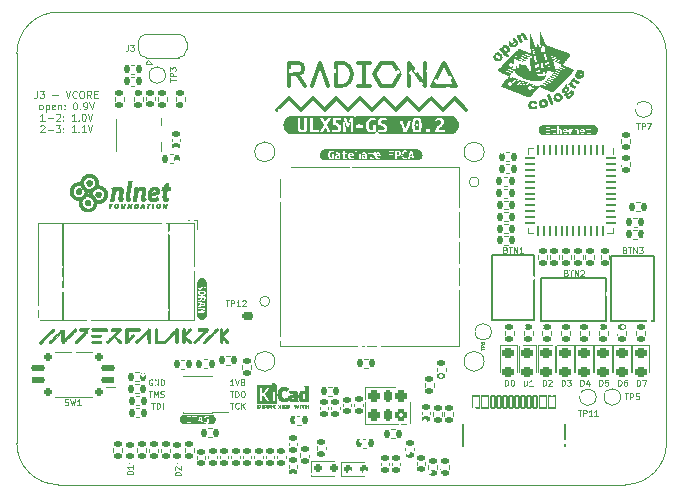
<source format=gto>
G04 #@! TF.GenerationSoftware,KiCad,Pcbnew,9.0.1+dfsg-1*
G04 #@! TF.CreationDate,2025-07-10T12:54:23+02:00*
G04 #@! TF.ProjectId,ulx5m-gs,756c7835-6d2d-4677-932e-6b696361645f,rev?*
G04 #@! TF.SameCoordinates,Original*
G04 #@! TF.FileFunction,Legend,Top*
G04 #@! TF.FilePolarity,Positive*
%FSLAX46Y46*%
G04 Gerber Fmt 4.6, Leading zero omitted, Abs format (unit mm)*
G04 Created by KiCad (PCBNEW 9.0.1+dfsg-1) date 2025-07-10 12:54:23*
%MOMM*%
%LPD*%
G01*
G04 APERTURE LIST*
G04 Aperture macros list*
%AMRoundRect*
0 Rectangle with rounded corners*
0 $1 Rounding radius*
0 $2 $3 $4 $5 $6 $7 $8 $9 X,Y pos of 4 corners*
0 Add a 4 corners polygon primitive as box body*
4,1,4,$2,$3,$4,$5,$6,$7,$8,$9,$2,$3,0*
0 Add four circle primitives for the rounded corners*
1,1,$1+$1,$2,$3*
1,1,$1+$1,$4,$5*
1,1,$1+$1,$6,$7*
1,1,$1+$1,$8,$9*
0 Add four rect primitives between the rounded corners*
20,1,$1+$1,$2,$3,$4,$5,0*
20,1,$1+$1,$4,$5,$6,$7,0*
20,1,$1+$1,$6,$7,$8,$9,0*
20,1,$1+$1,$8,$9,$2,$3,0*%
%AMFreePoly0*
4,1,23,0.550000,-0.750000,0.000000,-0.750000,0.000000,-0.745722,-0.065263,-0.745722,-0.191342,-0.711940,-0.304381,-0.646677,-0.396677,-0.554381,-0.461940,-0.441342,-0.495722,-0.315263,-0.495722,-0.250000,-0.500000,-0.250000,-0.500000,0.250000,-0.495722,0.250000,-0.495722,0.315263,-0.461940,0.441342,-0.396677,0.554381,-0.304381,0.646677,-0.191342,0.711940,-0.065263,0.745722,0.000000,0.745722,
0.000000,0.750000,0.550000,0.750000,0.550000,-0.750000,0.550000,-0.750000,$1*%
%AMFreePoly1*
4,1,23,0.000000,0.745722,0.065263,0.745722,0.191342,0.711940,0.304381,0.646677,0.396677,0.554381,0.461940,0.441342,0.495722,0.315263,0.495722,0.250000,0.500000,0.250000,0.500000,-0.250000,0.495722,-0.250000,0.495722,-0.315263,0.461940,-0.441342,0.396677,-0.554381,0.304381,-0.646677,0.191342,-0.711940,0.065263,-0.745722,0.000000,-0.745722,0.000000,-0.750000,-0.550000,-0.750000,
-0.550000,0.750000,0.000000,0.750000,0.000000,0.745722,0.000000,0.745722,$1*%
G04 Aperture macros list end*
%ADD10C,0.150000*%
%ADD11C,0.100000*%
%ADD12C,0.075000*%
%ADD13C,0.000000*%
%ADD14C,0.120000*%
%ADD15C,0.300000*%
%ADD16C,0.203200*%
%ADD17C,0.010000*%
%ADD18RoundRect,0.135000X0.185000X-0.135000X0.185000X0.135000X-0.185000X0.135000X-0.185000X-0.135000X0*%
%ADD19RoundRect,0.135000X0.135000X0.185000X-0.135000X0.185000X-0.135000X-0.185000X0.135000X-0.185000X0*%
%ADD20RoundRect,0.140000X-0.170000X0.140000X-0.170000X-0.140000X0.170000X-0.140000X0.170000X0.140000X0*%
%ADD21RoundRect,0.218750X-0.256250X0.218750X-0.256250X-0.218750X0.256250X-0.218750X0.256250X0.218750X0*%
%ADD22RoundRect,0.140000X0.170000X-0.140000X0.170000X0.140000X-0.170000X0.140000X-0.170000X-0.140000X0*%
%ADD23C,2.700000*%
%ADD24C,0.400000*%
%ADD25R,1.150000X1.050000*%
%ADD26RoundRect,0.135000X-0.185000X0.135000X-0.185000X-0.135000X0.185000X-0.135000X0.185000X0.135000X0*%
%ADD27RoundRect,0.135000X-0.135000X-0.185000X0.135000X-0.185000X0.135000X0.185000X-0.135000X0.185000X0*%
%ADD28C,1.000000*%
%ADD29RoundRect,0.150000X0.150000X0.200000X-0.150000X0.200000X-0.150000X-0.200000X0.150000X-0.200000X0*%
%ADD30RoundRect,0.147500X0.172500X-0.147500X0.172500X0.147500X-0.172500X0.147500X-0.172500X-0.147500X0*%
%ADD31C,0.650000*%
%ADD32RoundRect,0.070000X0.150000X0.500000X-0.150000X0.500000X-0.150000X-0.500000X0.150000X-0.500000X0*%
%ADD33RoundRect,0.070000X-0.150000X-0.500000X0.150000X-0.500000X0.150000X0.500000X-0.150000X0.500000X0*%
%ADD34RoundRect,0.070000X0.300000X0.500000X-0.300000X0.500000X-0.300000X-0.500000X0.300000X-0.500000X0*%
%ADD35RoundRect,0.070000X-0.300000X-0.500000X0.300000X-0.500000X0.300000X0.500000X-0.300000X0.500000X0*%
%ADD36O,1.000000X1.600000*%
%ADD37O,1.000000X2.100000*%
%ADD38R,1.050000X1.150000*%
%ADD39RoundRect,0.062500X-0.062500X0.375000X-0.062500X-0.375000X0.062500X-0.375000X0.062500X0.375000X0*%
%ADD40RoundRect,0.062500X-0.375000X0.062500X-0.375000X-0.062500X0.375000X-0.062500X0.375000X0.062500X0*%
%ADD41R,5.150000X5.150000*%
%ADD42RoundRect,0.250000X-0.275000X0.250000X-0.275000X-0.250000X0.275000X-0.250000X0.275000X0.250000X0*%
%ADD43RoundRect,0.162500X-0.162500X0.337500X-0.162500X-0.337500X0.162500X-0.337500X0.162500X0.337500X0*%
%ADD44RoundRect,0.125000X0.475000X0.125000X-0.475000X0.125000X-0.475000X-0.125000X0.475000X-0.125000X0*%
%ADD45RoundRect,0.175000X0.175000X0.175000X-0.175000X0.175000X-0.175000X-0.175000X0.175000X-0.175000X0*%
%ADD46FreePoly0,0.000000*%
%ADD47R,1.000000X1.500000*%
%ADD48FreePoly1,0.000000*%
%ADD49RoundRect,0.150000X0.350000X0.150000X-0.350000X0.150000X-0.350000X-0.150000X0.350000X-0.150000X0*%
%ADD50R,0.203200X0.812800*%
%ADD51R,0.203200X0.508000*%
%ADD52R,1.092200X0.254000*%
%ADD53R,0.508000X0.254000*%
%ADD54R,2.000000X0.500000*%
%ADD55C,0.420000*%
%ADD56C,0.450000*%
%ADD57C,0.350000*%
G04 #@! TA.AperFunction,Profile*
%ADD58C,0.100000*%
G04 #@! TD*
G04 APERTURE END LIST*
D10*
X63120000Y-75345000D02*
X63120000Y-83495000D01*
X72110000Y-75345000D02*
X72110000Y-83495000D01*
D11*
X100534836Y-89113609D02*
X100534836Y-88613609D01*
X100534836Y-88613609D02*
X100653884Y-88613609D01*
X100653884Y-88613609D02*
X100725312Y-88637419D01*
X100725312Y-88637419D02*
X100772931Y-88685038D01*
X100772931Y-88685038D02*
X100796741Y-88732657D01*
X100796741Y-88732657D02*
X100820550Y-88827895D01*
X100820550Y-88827895D02*
X100820550Y-88899323D01*
X100820550Y-88899323D02*
X100796741Y-88994561D01*
X100796741Y-88994561D02*
X100772931Y-89042180D01*
X100772931Y-89042180D02*
X100725312Y-89089800D01*
X100725312Y-89089800D02*
X100653884Y-89113609D01*
X100653884Y-89113609D02*
X100534836Y-89113609D01*
X101130074Y-88613609D02*
X101177693Y-88613609D01*
X101177693Y-88613609D02*
X101225312Y-88637419D01*
X101225312Y-88637419D02*
X101249122Y-88661228D01*
X101249122Y-88661228D02*
X101272931Y-88708847D01*
X101272931Y-88708847D02*
X101296741Y-88804085D01*
X101296741Y-88804085D02*
X101296741Y-88923133D01*
X101296741Y-88923133D02*
X101272931Y-89018371D01*
X101272931Y-89018371D02*
X101249122Y-89065990D01*
X101249122Y-89065990D02*
X101225312Y-89089800D01*
X101225312Y-89089800D02*
X101177693Y-89113609D01*
X101177693Y-89113609D02*
X101130074Y-89113609D01*
X101130074Y-89113609D02*
X101082455Y-89089800D01*
X101082455Y-89089800D02*
X101058646Y-89065990D01*
X101058646Y-89065990D02*
X101034836Y-89018371D01*
X101034836Y-89018371D02*
X101011027Y-88923133D01*
X101011027Y-88923133D02*
X101011027Y-88804085D01*
X101011027Y-88804085D02*
X101034836Y-88708847D01*
X101034836Y-88708847D02*
X101058646Y-88661228D01*
X101058646Y-88661228D02*
X101082455Y-88637419D01*
X101082455Y-88637419D02*
X101130074Y-88613609D01*
X108527693Y-89113609D02*
X108527693Y-88613609D01*
X108527693Y-88613609D02*
X108646741Y-88613609D01*
X108646741Y-88613609D02*
X108718169Y-88637419D01*
X108718169Y-88637419D02*
X108765788Y-88685038D01*
X108765788Y-88685038D02*
X108789598Y-88732657D01*
X108789598Y-88732657D02*
X108813407Y-88827895D01*
X108813407Y-88827895D02*
X108813407Y-88899323D01*
X108813407Y-88899323D02*
X108789598Y-88994561D01*
X108789598Y-88994561D02*
X108765788Y-89042180D01*
X108765788Y-89042180D02*
X108718169Y-89089800D01*
X108718169Y-89089800D02*
X108646741Y-89113609D01*
X108646741Y-89113609D02*
X108527693Y-89113609D01*
X109265788Y-88613609D02*
X109027693Y-88613609D01*
X109027693Y-88613609D02*
X109003884Y-88851704D01*
X109003884Y-88851704D02*
X109027693Y-88827895D01*
X109027693Y-88827895D02*
X109075312Y-88804085D01*
X109075312Y-88804085D02*
X109194360Y-88804085D01*
X109194360Y-88804085D02*
X109241979Y-88827895D01*
X109241979Y-88827895D02*
X109265788Y-88851704D01*
X109265788Y-88851704D02*
X109289598Y-88899323D01*
X109289598Y-88899323D02*
X109289598Y-89018371D01*
X109289598Y-89018371D02*
X109265788Y-89065990D01*
X109265788Y-89065990D02*
X109241979Y-89089800D01*
X109241979Y-89089800D02*
X109194360Y-89113609D01*
X109194360Y-89113609D02*
X109075312Y-89113609D01*
X109075312Y-89113609D02*
X109027693Y-89089800D01*
X109027693Y-89089800D02*
X109003884Y-89065990D01*
X106929122Y-89113609D02*
X106929122Y-88613609D01*
X106929122Y-88613609D02*
X107048170Y-88613609D01*
X107048170Y-88613609D02*
X107119598Y-88637419D01*
X107119598Y-88637419D02*
X107167217Y-88685038D01*
X107167217Y-88685038D02*
X107191027Y-88732657D01*
X107191027Y-88732657D02*
X107214836Y-88827895D01*
X107214836Y-88827895D02*
X107214836Y-88899323D01*
X107214836Y-88899323D02*
X107191027Y-88994561D01*
X107191027Y-88994561D02*
X107167217Y-89042180D01*
X107167217Y-89042180D02*
X107119598Y-89089800D01*
X107119598Y-89089800D02*
X107048170Y-89113609D01*
X107048170Y-89113609D02*
X106929122Y-89113609D01*
X107643408Y-88780276D02*
X107643408Y-89113609D01*
X107524360Y-88589800D02*
X107405313Y-88946942D01*
X107405313Y-88946942D02*
X107714836Y-88946942D01*
X77253408Y-90553609D02*
X77539122Y-90553609D01*
X77396265Y-91053609D02*
X77396265Y-90553609D01*
X77991502Y-91005990D02*
X77967693Y-91029800D01*
X77967693Y-91029800D02*
X77896264Y-91053609D01*
X77896264Y-91053609D02*
X77848645Y-91053609D01*
X77848645Y-91053609D02*
X77777217Y-91029800D01*
X77777217Y-91029800D02*
X77729598Y-90982180D01*
X77729598Y-90982180D02*
X77705788Y-90934561D01*
X77705788Y-90934561D02*
X77681979Y-90839323D01*
X77681979Y-90839323D02*
X77681979Y-90767895D01*
X77681979Y-90767895D02*
X77705788Y-90672657D01*
X77705788Y-90672657D02*
X77729598Y-90625038D01*
X77729598Y-90625038D02*
X77777217Y-90577419D01*
X77777217Y-90577419D02*
X77848645Y-90553609D01*
X77848645Y-90553609D02*
X77896264Y-90553609D01*
X77896264Y-90553609D02*
X77967693Y-90577419D01*
X77967693Y-90577419D02*
X77991502Y-90601228D01*
X78205788Y-91053609D02*
X78205788Y-90553609D01*
X78491502Y-91053609D02*
X78277217Y-90767895D01*
X78491502Y-90553609D02*
X78205788Y-90839323D01*
X102133407Y-89113609D02*
X102133407Y-88613609D01*
X102133407Y-88613609D02*
X102252455Y-88613609D01*
X102252455Y-88613609D02*
X102323883Y-88637419D01*
X102323883Y-88637419D02*
X102371502Y-88685038D01*
X102371502Y-88685038D02*
X102395312Y-88732657D01*
X102395312Y-88732657D02*
X102419121Y-88827895D01*
X102419121Y-88827895D02*
X102419121Y-88899323D01*
X102419121Y-88899323D02*
X102395312Y-88994561D01*
X102395312Y-88994561D02*
X102371502Y-89042180D01*
X102371502Y-89042180D02*
X102323883Y-89089800D01*
X102323883Y-89089800D02*
X102252455Y-89113609D01*
X102252455Y-89113609D02*
X102133407Y-89113609D01*
X102895312Y-89113609D02*
X102609598Y-89113609D01*
X102752455Y-89113609D02*
X102752455Y-88613609D01*
X102752455Y-88613609D02*
X102704836Y-88685038D01*
X102704836Y-88685038D02*
X102657217Y-88732657D01*
X102657217Y-88732657D02*
X102609598Y-88756466D01*
X111724836Y-89113609D02*
X111724836Y-88613609D01*
X111724836Y-88613609D02*
X111843884Y-88613609D01*
X111843884Y-88613609D02*
X111915312Y-88637419D01*
X111915312Y-88637419D02*
X111962931Y-88685038D01*
X111962931Y-88685038D02*
X111986741Y-88732657D01*
X111986741Y-88732657D02*
X112010550Y-88827895D01*
X112010550Y-88827895D02*
X112010550Y-88899323D01*
X112010550Y-88899323D02*
X111986741Y-88994561D01*
X111986741Y-88994561D02*
X111962931Y-89042180D01*
X111962931Y-89042180D02*
X111915312Y-89089800D01*
X111915312Y-89089800D02*
X111843884Y-89113609D01*
X111843884Y-89113609D02*
X111724836Y-89113609D01*
X112177217Y-88613609D02*
X112510550Y-88613609D01*
X112510550Y-88613609D02*
X112296265Y-89113609D01*
X77243408Y-89573609D02*
X77529122Y-89573609D01*
X77386265Y-90073609D02*
X77386265Y-89573609D01*
X77695788Y-90073609D02*
X77695788Y-89573609D01*
X77695788Y-89573609D02*
X77814836Y-89573609D01*
X77814836Y-89573609D02*
X77886264Y-89597419D01*
X77886264Y-89597419D02*
X77933883Y-89645038D01*
X77933883Y-89645038D02*
X77957693Y-89692657D01*
X77957693Y-89692657D02*
X77981502Y-89787895D01*
X77981502Y-89787895D02*
X77981502Y-89859323D01*
X77981502Y-89859323D02*
X77957693Y-89954561D01*
X77957693Y-89954561D02*
X77933883Y-90002180D01*
X77933883Y-90002180D02*
X77886264Y-90049800D01*
X77886264Y-90049800D02*
X77814836Y-90073609D01*
X77814836Y-90073609D02*
X77695788Y-90073609D01*
X78291026Y-89573609D02*
X78386264Y-89573609D01*
X78386264Y-89573609D02*
X78433883Y-89597419D01*
X78433883Y-89597419D02*
X78481502Y-89645038D01*
X78481502Y-89645038D02*
X78505312Y-89740276D01*
X78505312Y-89740276D02*
X78505312Y-89906942D01*
X78505312Y-89906942D02*
X78481502Y-90002180D01*
X78481502Y-90002180D02*
X78433883Y-90049800D01*
X78433883Y-90049800D02*
X78386264Y-90073609D01*
X78386264Y-90073609D02*
X78291026Y-90073609D01*
X78291026Y-90073609D02*
X78243407Y-90049800D01*
X78243407Y-90049800D02*
X78195788Y-90002180D01*
X78195788Y-90002180D02*
X78171979Y-89906942D01*
X78171979Y-89906942D02*
X78171979Y-89740276D01*
X78171979Y-89740276D02*
X78195788Y-89645038D01*
X78195788Y-89645038D02*
X78243407Y-89597419D01*
X78243407Y-89597419D02*
X78291026Y-89573609D01*
X70363408Y-89563609D02*
X70649122Y-89563609D01*
X70506265Y-90063609D02*
X70506265Y-89563609D01*
X70815788Y-90063609D02*
X70815788Y-89563609D01*
X70815788Y-89563609D02*
X70982455Y-89920752D01*
X70982455Y-89920752D02*
X71149121Y-89563609D01*
X71149121Y-89563609D02*
X71149121Y-90063609D01*
X71363408Y-90039800D02*
X71434836Y-90063609D01*
X71434836Y-90063609D02*
X71553884Y-90063609D01*
X71553884Y-90063609D02*
X71601503Y-90039800D01*
X71601503Y-90039800D02*
X71625312Y-90015990D01*
X71625312Y-90015990D02*
X71649122Y-89968371D01*
X71649122Y-89968371D02*
X71649122Y-89920752D01*
X71649122Y-89920752D02*
X71625312Y-89873133D01*
X71625312Y-89873133D02*
X71601503Y-89849323D01*
X71601503Y-89849323D02*
X71553884Y-89825514D01*
X71553884Y-89825514D02*
X71458646Y-89801704D01*
X71458646Y-89801704D02*
X71411027Y-89777895D01*
X71411027Y-89777895D02*
X71387217Y-89754085D01*
X71387217Y-89754085D02*
X71363408Y-89706466D01*
X71363408Y-89706466D02*
X71363408Y-89658847D01*
X71363408Y-89658847D02*
X71387217Y-89611228D01*
X71387217Y-89611228D02*
X71411027Y-89587419D01*
X71411027Y-89587419D02*
X71458646Y-89563609D01*
X71458646Y-89563609D02*
X71577693Y-89563609D01*
X71577693Y-89563609D02*
X71649122Y-89587419D01*
X77546741Y-89053609D02*
X77261027Y-89053609D01*
X77403884Y-89053609D02*
X77403884Y-88553609D01*
X77403884Y-88553609D02*
X77356265Y-88625038D01*
X77356265Y-88625038D02*
X77308646Y-88672657D01*
X77308646Y-88672657D02*
X77261027Y-88696466D01*
X77689598Y-88553609D02*
X77856264Y-89053609D01*
X77856264Y-89053609D02*
X78022931Y-88553609D01*
X78261026Y-88767895D02*
X78213407Y-88744085D01*
X78213407Y-88744085D02*
X78189597Y-88720276D01*
X78189597Y-88720276D02*
X78165788Y-88672657D01*
X78165788Y-88672657D02*
X78165788Y-88648847D01*
X78165788Y-88648847D02*
X78189597Y-88601228D01*
X78189597Y-88601228D02*
X78213407Y-88577419D01*
X78213407Y-88577419D02*
X78261026Y-88553609D01*
X78261026Y-88553609D02*
X78356264Y-88553609D01*
X78356264Y-88553609D02*
X78403883Y-88577419D01*
X78403883Y-88577419D02*
X78427692Y-88601228D01*
X78427692Y-88601228D02*
X78451502Y-88648847D01*
X78451502Y-88648847D02*
X78451502Y-88672657D01*
X78451502Y-88672657D02*
X78427692Y-88720276D01*
X78427692Y-88720276D02*
X78403883Y-88744085D01*
X78403883Y-88744085D02*
X78356264Y-88767895D01*
X78356264Y-88767895D02*
X78261026Y-88767895D01*
X78261026Y-88767895D02*
X78213407Y-88791704D01*
X78213407Y-88791704D02*
X78189597Y-88815514D01*
X78189597Y-88815514D02*
X78165788Y-88863133D01*
X78165788Y-88863133D02*
X78165788Y-88958371D01*
X78165788Y-88958371D02*
X78189597Y-89005990D01*
X78189597Y-89005990D02*
X78213407Y-89029800D01*
X78213407Y-89029800D02*
X78261026Y-89053609D01*
X78261026Y-89053609D02*
X78356264Y-89053609D01*
X78356264Y-89053609D02*
X78403883Y-89029800D01*
X78403883Y-89029800D02*
X78427692Y-89005990D01*
X78427692Y-89005990D02*
X78451502Y-88958371D01*
X78451502Y-88958371D02*
X78451502Y-88863133D01*
X78451502Y-88863133D02*
X78427692Y-88815514D01*
X78427692Y-88815514D02*
X78403883Y-88791704D01*
X78403883Y-88791704D02*
X78356264Y-88767895D01*
X105330550Y-89113609D02*
X105330550Y-88613609D01*
X105330550Y-88613609D02*
X105449598Y-88613609D01*
X105449598Y-88613609D02*
X105521026Y-88637419D01*
X105521026Y-88637419D02*
X105568645Y-88685038D01*
X105568645Y-88685038D02*
X105592455Y-88732657D01*
X105592455Y-88732657D02*
X105616264Y-88827895D01*
X105616264Y-88827895D02*
X105616264Y-88899323D01*
X105616264Y-88899323D02*
X105592455Y-88994561D01*
X105592455Y-88994561D02*
X105568645Y-89042180D01*
X105568645Y-89042180D02*
X105521026Y-89089800D01*
X105521026Y-89089800D02*
X105449598Y-89113609D01*
X105449598Y-89113609D02*
X105330550Y-89113609D01*
X105782931Y-88613609D02*
X106092455Y-88613609D01*
X106092455Y-88613609D02*
X105925788Y-88804085D01*
X105925788Y-88804085D02*
X105997217Y-88804085D01*
X105997217Y-88804085D02*
X106044836Y-88827895D01*
X106044836Y-88827895D02*
X106068645Y-88851704D01*
X106068645Y-88851704D02*
X106092455Y-88899323D01*
X106092455Y-88899323D02*
X106092455Y-89018371D01*
X106092455Y-89018371D02*
X106068645Y-89065990D01*
X106068645Y-89065990D02*
X106044836Y-89089800D01*
X106044836Y-89089800D02*
X105997217Y-89113609D01*
X105997217Y-89113609D02*
X105854360Y-89113609D01*
X105854360Y-89113609D02*
X105806741Y-89089800D01*
X105806741Y-89089800D02*
X105782931Y-89065990D01*
X60908571Y-64153473D02*
X60908571Y-64582044D01*
X60908571Y-64582044D02*
X60880000Y-64667759D01*
X60880000Y-64667759D02*
X60822857Y-64724902D01*
X60822857Y-64724902D02*
X60737143Y-64753473D01*
X60737143Y-64753473D02*
X60680000Y-64753473D01*
X61137143Y-64153473D02*
X61508571Y-64153473D01*
X61508571Y-64153473D02*
X61308571Y-64382044D01*
X61308571Y-64382044D02*
X61394286Y-64382044D01*
X61394286Y-64382044D02*
X61451429Y-64410616D01*
X61451429Y-64410616D02*
X61480000Y-64439187D01*
X61480000Y-64439187D02*
X61508571Y-64496330D01*
X61508571Y-64496330D02*
X61508571Y-64639187D01*
X61508571Y-64639187D02*
X61480000Y-64696330D01*
X61480000Y-64696330D02*
X61451429Y-64724902D01*
X61451429Y-64724902D02*
X61394286Y-64753473D01*
X61394286Y-64753473D02*
X61222857Y-64753473D01*
X61222857Y-64753473D02*
X61165714Y-64724902D01*
X61165714Y-64724902D02*
X61137143Y-64696330D01*
X62222858Y-64524902D02*
X62680001Y-64524902D01*
X63337143Y-64153473D02*
X63537143Y-64753473D01*
X63537143Y-64753473D02*
X63737143Y-64153473D01*
X64280001Y-64696330D02*
X64251429Y-64724902D01*
X64251429Y-64724902D02*
X64165715Y-64753473D01*
X64165715Y-64753473D02*
X64108572Y-64753473D01*
X64108572Y-64753473D02*
X64022858Y-64724902D01*
X64022858Y-64724902D02*
X63965715Y-64667759D01*
X63965715Y-64667759D02*
X63937144Y-64610616D01*
X63937144Y-64610616D02*
X63908572Y-64496330D01*
X63908572Y-64496330D02*
X63908572Y-64410616D01*
X63908572Y-64410616D02*
X63937144Y-64296330D01*
X63937144Y-64296330D02*
X63965715Y-64239187D01*
X63965715Y-64239187D02*
X64022858Y-64182044D01*
X64022858Y-64182044D02*
X64108572Y-64153473D01*
X64108572Y-64153473D02*
X64165715Y-64153473D01*
X64165715Y-64153473D02*
X64251429Y-64182044D01*
X64251429Y-64182044D02*
X64280001Y-64210616D01*
X64651429Y-64153473D02*
X64765715Y-64153473D01*
X64765715Y-64153473D02*
X64822858Y-64182044D01*
X64822858Y-64182044D02*
X64880001Y-64239187D01*
X64880001Y-64239187D02*
X64908572Y-64353473D01*
X64908572Y-64353473D02*
X64908572Y-64553473D01*
X64908572Y-64553473D02*
X64880001Y-64667759D01*
X64880001Y-64667759D02*
X64822858Y-64724902D01*
X64822858Y-64724902D02*
X64765715Y-64753473D01*
X64765715Y-64753473D02*
X64651429Y-64753473D01*
X64651429Y-64753473D02*
X64594287Y-64724902D01*
X64594287Y-64724902D02*
X64537144Y-64667759D01*
X64537144Y-64667759D02*
X64508572Y-64553473D01*
X64508572Y-64553473D02*
X64508572Y-64353473D01*
X64508572Y-64353473D02*
X64537144Y-64239187D01*
X64537144Y-64239187D02*
X64594287Y-64182044D01*
X64594287Y-64182044D02*
X64651429Y-64153473D01*
X65508572Y-64753473D02*
X65308572Y-64467759D01*
X65165715Y-64753473D02*
X65165715Y-64153473D01*
X65165715Y-64153473D02*
X65394286Y-64153473D01*
X65394286Y-64153473D02*
X65451429Y-64182044D01*
X65451429Y-64182044D02*
X65480000Y-64210616D01*
X65480000Y-64210616D02*
X65508572Y-64267759D01*
X65508572Y-64267759D02*
X65508572Y-64353473D01*
X65508572Y-64353473D02*
X65480000Y-64410616D01*
X65480000Y-64410616D02*
X65451429Y-64439187D01*
X65451429Y-64439187D02*
X65394286Y-64467759D01*
X65394286Y-64467759D02*
X65165715Y-64467759D01*
X65765715Y-64439187D02*
X65965715Y-64439187D01*
X66051429Y-64753473D02*
X65765715Y-64753473D01*
X65765715Y-64753473D02*
X65765715Y-64153473D01*
X65765715Y-64153473D02*
X66051429Y-64153473D01*
X61194285Y-65719439D02*
X61137142Y-65690868D01*
X61137142Y-65690868D02*
X61108571Y-65662296D01*
X61108571Y-65662296D02*
X61079999Y-65605153D01*
X61079999Y-65605153D02*
X61079999Y-65433725D01*
X61079999Y-65433725D02*
X61108571Y-65376582D01*
X61108571Y-65376582D02*
X61137142Y-65348010D01*
X61137142Y-65348010D02*
X61194285Y-65319439D01*
X61194285Y-65319439D02*
X61279999Y-65319439D01*
X61279999Y-65319439D02*
X61337142Y-65348010D01*
X61337142Y-65348010D02*
X61365714Y-65376582D01*
X61365714Y-65376582D02*
X61394285Y-65433725D01*
X61394285Y-65433725D02*
X61394285Y-65605153D01*
X61394285Y-65605153D02*
X61365714Y-65662296D01*
X61365714Y-65662296D02*
X61337142Y-65690868D01*
X61337142Y-65690868D02*
X61279999Y-65719439D01*
X61279999Y-65719439D02*
X61194285Y-65719439D01*
X61651428Y-65319439D02*
X61651428Y-65919439D01*
X61651428Y-65348010D02*
X61708571Y-65319439D01*
X61708571Y-65319439D02*
X61822856Y-65319439D01*
X61822856Y-65319439D02*
X61879999Y-65348010D01*
X61879999Y-65348010D02*
X61908571Y-65376582D01*
X61908571Y-65376582D02*
X61937142Y-65433725D01*
X61937142Y-65433725D02*
X61937142Y-65605153D01*
X61937142Y-65605153D02*
X61908571Y-65662296D01*
X61908571Y-65662296D02*
X61879999Y-65690868D01*
X61879999Y-65690868D02*
X61822856Y-65719439D01*
X61822856Y-65719439D02*
X61708571Y-65719439D01*
X61708571Y-65719439D02*
X61651428Y-65690868D01*
X62422856Y-65690868D02*
X62365713Y-65719439D01*
X62365713Y-65719439D02*
X62251428Y-65719439D01*
X62251428Y-65719439D02*
X62194285Y-65690868D01*
X62194285Y-65690868D02*
X62165713Y-65633725D01*
X62165713Y-65633725D02*
X62165713Y-65405153D01*
X62165713Y-65405153D02*
X62194285Y-65348010D01*
X62194285Y-65348010D02*
X62251428Y-65319439D01*
X62251428Y-65319439D02*
X62365713Y-65319439D01*
X62365713Y-65319439D02*
X62422856Y-65348010D01*
X62422856Y-65348010D02*
X62451428Y-65405153D01*
X62451428Y-65405153D02*
X62451428Y-65462296D01*
X62451428Y-65462296D02*
X62165713Y-65519439D01*
X62708571Y-65319439D02*
X62708571Y-65719439D01*
X62708571Y-65376582D02*
X62737142Y-65348010D01*
X62737142Y-65348010D02*
X62794285Y-65319439D01*
X62794285Y-65319439D02*
X62879999Y-65319439D01*
X62879999Y-65319439D02*
X62937142Y-65348010D01*
X62937142Y-65348010D02*
X62965714Y-65405153D01*
X62965714Y-65405153D02*
X62965714Y-65719439D01*
X63251428Y-65662296D02*
X63279999Y-65690868D01*
X63279999Y-65690868D02*
X63251428Y-65719439D01*
X63251428Y-65719439D02*
X63222856Y-65690868D01*
X63222856Y-65690868D02*
X63251428Y-65662296D01*
X63251428Y-65662296D02*
X63251428Y-65719439D01*
X63251428Y-65348010D02*
X63279999Y-65376582D01*
X63279999Y-65376582D02*
X63251428Y-65405153D01*
X63251428Y-65405153D02*
X63222856Y-65376582D01*
X63222856Y-65376582D02*
X63251428Y-65348010D01*
X63251428Y-65348010D02*
X63251428Y-65405153D01*
X64108570Y-65119439D02*
X64165713Y-65119439D01*
X64165713Y-65119439D02*
X64222856Y-65148010D01*
X64222856Y-65148010D02*
X64251428Y-65176582D01*
X64251428Y-65176582D02*
X64279999Y-65233725D01*
X64279999Y-65233725D02*
X64308570Y-65348010D01*
X64308570Y-65348010D02*
X64308570Y-65490868D01*
X64308570Y-65490868D02*
X64279999Y-65605153D01*
X64279999Y-65605153D02*
X64251428Y-65662296D01*
X64251428Y-65662296D02*
X64222856Y-65690868D01*
X64222856Y-65690868D02*
X64165713Y-65719439D01*
X64165713Y-65719439D02*
X64108570Y-65719439D01*
X64108570Y-65719439D02*
X64051428Y-65690868D01*
X64051428Y-65690868D02*
X64022856Y-65662296D01*
X64022856Y-65662296D02*
X63994285Y-65605153D01*
X63994285Y-65605153D02*
X63965713Y-65490868D01*
X63965713Y-65490868D02*
X63965713Y-65348010D01*
X63965713Y-65348010D02*
X63994285Y-65233725D01*
X63994285Y-65233725D02*
X64022856Y-65176582D01*
X64022856Y-65176582D02*
X64051428Y-65148010D01*
X64051428Y-65148010D02*
X64108570Y-65119439D01*
X64565714Y-65662296D02*
X64594285Y-65690868D01*
X64594285Y-65690868D02*
X64565714Y-65719439D01*
X64565714Y-65719439D02*
X64537142Y-65690868D01*
X64537142Y-65690868D02*
X64565714Y-65662296D01*
X64565714Y-65662296D02*
X64565714Y-65719439D01*
X64879999Y-65719439D02*
X64994285Y-65719439D01*
X64994285Y-65719439D02*
X65051428Y-65690868D01*
X65051428Y-65690868D02*
X65079999Y-65662296D01*
X65079999Y-65662296D02*
X65137142Y-65576582D01*
X65137142Y-65576582D02*
X65165713Y-65462296D01*
X65165713Y-65462296D02*
X65165713Y-65233725D01*
X65165713Y-65233725D02*
X65137142Y-65176582D01*
X65137142Y-65176582D02*
X65108571Y-65148010D01*
X65108571Y-65148010D02*
X65051428Y-65119439D01*
X65051428Y-65119439D02*
X64937142Y-65119439D01*
X64937142Y-65119439D02*
X64879999Y-65148010D01*
X64879999Y-65148010D02*
X64851428Y-65176582D01*
X64851428Y-65176582D02*
X64822856Y-65233725D01*
X64822856Y-65233725D02*
X64822856Y-65376582D01*
X64822856Y-65376582D02*
X64851428Y-65433725D01*
X64851428Y-65433725D02*
X64879999Y-65462296D01*
X64879999Y-65462296D02*
X64937142Y-65490868D01*
X64937142Y-65490868D02*
X65051428Y-65490868D01*
X65051428Y-65490868D02*
X65108571Y-65462296D01*
X65108571Y-65462296D02*
X65137142Y-65433725D01*
X65137142Y-65433725D02*
X65165713Y-65376582D01*
X65337142Y-65119439D02*
X65537142Y-65719439D01*
X65537142Y-65719439D02*
X65737142Y-65119439D01*
X61551427Y-66685405D02*
X61208570Y-66685405D01*
X61379999Y-66685405D02*
X61379999Y-66085405D01*
X61379999Y-66085405D02*
X61322856Y-66171119D01*
X61322856Y-66171119D02*
X61265713Y-66228262D01*
X61265713Y-66228262D02*
X61208570Y-66256834D01*
X61808571Y-66456834D02*
X62265714Y-66456834D01*
X62522856Y-66142548D02*
X62551428Y-66113976D01*
X62551428Y-66113976D02*
X62608571Y-66085405D01*
X62608571Y-66085405D02*
X62751428Y-66085405D01*
X62751428Y-66085405D02*
X62808571Y-66113976D01*
X62808571Y-66113976D02*
X62837142Y-66142548D01*
X62837142Y-66142548D02*
X62865713Y-66199691D01*
X62865713Y-66199691D02*
X62865713Y-66256834D01*
X62865713Y-66256834D02*
X62837142Y-66342548D01*
X62837142Y-66342548D02*
X62494285Y-66685405D01*
X62494285Y-66685405D02*
X62865713Y-66685405D01*
X63122857Y-66628262D02*
X63151428Y-66656834D01*
X63151428Y-66656834D02*
X63122857Y-66685405D01*
X63122857Y-66685405D02*
X63094285Y-66656834D01*
X63094285Y-66656834D02*
X63122857Y-66628262D01*
X63122857Y-66628262D02*
X63122857Y-66685405D01*
X63122857Y-66313976D02*
X63151428Y-66342548D01*
X63151428Y-66342548D02*
X63122857Y-66371119D01*
X63122857Y-66371119D02*
X63094285Y-66342548D01*
X63094285Y-66342548D02*
X63122857Y-66313976D01*
X63122857Y-66313976D02*
X63122857Y-66371119D01*
X64179999Y-66685405D02*
X63837142Y-66685405D01*
X64008571Y-66685405D02*
X64008571Y-66085405D01*
X64008571Y-66085405D02*
X63951428Y-66171119D01*
X63951428Y-66171119D02*
X63894285Y-66228262D01*
X63894285Y-66228262D02*
X63837142Y-66256834D01*
X64437143Y-66628262D02*
X64465714Y-66656834D01*
X64465714Y-66656834D02*
X64437143Y-66685405D01*
X64437143Y-66685405D02*
X64408571Y-66656834D01*
X64408571Y-66656834D02*
X64437143Y-66628262D01*
X64437143Y-66628262D02*
X64437143Y-66685405D01*
X64837142Y-66085405D02*
X64894285Y-66085405D01*
X64894285Y-66085405D02*
X64951428Y-66113976D01*
X64951428Y-66113976D02*
X64980000Y-66142548D01*
X64980000Y-66142548D02*
X65008571Y-66199691D01*
X65008571Y-66199691D02*
X65037142Y-66313976D01*
X65037142Y-66313976D02*
X65037142Y-66456834D01*
X65037142Y-66456834D02*
X65008571Y-66571119D01*
X65008571Y-66571119D02*
X64980000Y-66628262D01*
X64980000Y-66628262D02*
X64951428Y-66656834D01*
X64951428Y-66656834D02*
X64894285Y-66685405D01*
X64894285Y-66685405D02*
X64837142Y-66685405D01*
X64837142Y-66685405D02*
X64780000Y-66656834D01*
X64780000Y-66656834D02*
X64751428Y-66628262D01*
X64751428Y-66628262D02*
X64722857Y-66571119D01*
X64722857Y-66571119D02*
X64694285Y-66456834D01*
X64694285Y-66456834D02*
X64694285Y-66313976D01*
X64694285Y-66313976D02*
X64722857Y-66199691D01*
X64722857Y-66199691D02*
X64751428Y-66142548D01*
X64751428Y-66142548D02*
X64780000Y-66113976D01*
X64780000Y-66113976D02*
X64837142Y-66085405D01*
X65208571Y-66085405D02*
X65408571Y-66685405D01*
X65408571Y-66685405D02*
X65608571Y-66085405D01*
X61208570Y-67108514D02*
X61237142Y-67079942D01*
X61237142Y-67079942D02*
X61294285Y-67051371D01*
X61294285Y-67051371D02*
X61437142Y-67051371D01*
X61437142Y-67051371D02*
X61494285Y-67079942D01*
X61494285Y-67079942D02*
X61522856Y-67108514D01*
X61522856Y-67108514D02*
X61551427Y-67165657D01*
X61551427Y-67165657D02*
X61551427Y-67222800D01*
X61551427Y-67222800D02*
X61522856Y-67308514D01*
X61522856Y-67308514D02*
X61179999Y-67651371D01*
X61179999Y-67651371D02*
X61551427Y-67651371D01*
X61808571Y-67422800D02*
X62265714Y-67422800D01*
X62494285Y-67051371D02*
X62865713Y-67051371D01*
X62865713Y-67051371D02*
X62665713Y-67279942D01*
X62665713Y-67279942D02*
X62751428Y-67279942D01*
X62751428Y-67279942D02*
X62808571Y-67308514D01*
X62808571Y-67308514D02*
X62837142Y-67337085D01*
X62837142Y-67337085D02*
X62865713Y-67394228D01*
X62865713Y-67394228D02*
X62865713Y-67537085D01*
X62865713Y-67537085D02*
X62837142Y-67594228D01*
X62837142Y-67594228D02*
X62808571Y-67622800D01*
X62808571Y-67622800D02*
X62751428Y-67651371D01*
X62751428Y-67651371D02*
X62579999Y-67651371D01*
X62579999Y-67651371D02*
X62522856Y-67622800D01*
X62522856Y-67622800D02*
X62494285Y-67594228D01*
X63122857Y-67594228D02*
X63151428Y-67622800D01*
X63151428Y-67622800D02*
X63122857Y-67651371D01*
X63122857Y-67651371D02*
X63094285Y-67622800D01*
X63094285Y-67622800D02*
X63122857Y-67594228D01*
X63122857Y-67594228D02*
X63122857Y-67651371D01*
X63122857Y-67279942D02*
X63151428Y-67308514D01*
X63151428Y-67308514D02*
X63122857Y-67337085D01*
X63122857Y-67337085D02*
X63094285Y-67308514D01*
X63094285Y-67308514D02*
X63122857Y-67279942D01*
X63122857Y-67279942D02*
X63122857Y-67337085D01*
X64179999Y-67651371D02*
X63837142Y-67651371D01*
X64008571Y-67651371D02*
X64008571Y-67051371D01*
X64008571Y-67051371D02*
X63951428Y-67137085D01*
X63951428Y-67137085D02*
X63894285Y-67194228D01*
X63894285Y-67194228D02*
X63837142Y-67222800D01*
X64437143Y-67594228D02*
X64465714Y-67622800D01*
X64465714Y-67622800D02*
X64437143Y-67651371D01*
X64437143Y-67651371D02*
X64408571Y-67622800D01*
X64408571Y-67622800D02*
X64437143Y-67594228D01*
X64437143Y-67594228D02*
X64437143Y-67651371D01*
X65037142Y-67651371D02*
X64694285Y-67651371D01*
X64865714Y-67651371D02*
X64865714Y-67051371D01*
X64865714Y-67051371D02*
X64808571Y-67137085D01*
X64808571Y-67137085D02*
X64751428Y-67194228D01*
X64751428Y-67194228D02*
X64694285Y-67222800D01*
X65208571Y-67051371D02*
X65408571Y-67651371D01*
X65408571Y-67651371D02*
X65608571Y-67051371D01*
X70593408Y-90553609D02*
X70879122Y-90553609D01*
X70736265Y-91053609D02*
X70736265Y-90553609D01*
X71045788Y-91053609D02*
X71045788Y-90553609D01*
X71045788Y-90553609D02*
X71164836Y-90553609D01*
X71164836Y-90553609D02*
X71236264Y-90577419D01*
X71236264Y-90577419D02*
X71283883Y-90625038D01*
X71283883Y-90625038D02*
X71307693Y-90672657D01*
X71307693Y-90672657D02*
X71331502Y-90767895D01*
X71331502Y-90767895D02*
X71331502Y-90839323D01*
X71331502Y-90839323D02*
X71307693Y-90934561D01*
X71307693Y-90934561D02*
X71283883Y-90982180D01*
X71283883Y-90982180D02*
X71236264Y-91029800D01*
X71236264Y-91029800D02*
X71164836Y-91053609D01*
X71164836Y-91053609D02*
X71045788Y-91053609D01*
X71545788Y-91053609D02*
X71545788Y-90553609D01*
X110126265Y-89113609D02*
X110126265Y-88613609D01*
X110126265Y-88613609D02*
X110245313Y-88613609D01*
X110245313Y-88613609D02*
X110316741Y-88637419D01*
X110316741Y-88637419D02*
X110364360Y-88685038D01*
X110364360Y-88685038D02*
X110388170Y-88732657D01*
X110388170Y-88732657D02*
X110411979Y-88827895D01*
X110411979Y-88827895D02*
X110411979Y-88899323D01*
X110411979Y-88899323D02*
X110388170Y-88994561D01*
X110388170Y-88994561D02*
X110364360Y-89042180D01*
X110364360Y-89042180D02*
X110316741Y-89089800D01*
X110316741Y-89089800D02*
X110245313Y-89113609D01*
X110245313Y-89113609D02*
X110126265Y-89113609D01*
X110840551Y-88613609D02*
X110745313Y-88613609D01*
X110745313Y-88613609D02*
X110697694Y-88637419D01*
X110697694Y-88637419D02*
X110673884Y-88661228D01*
X110673884Y-88661228D02*
X110626265Y-88732657D01*
X110626265Y-88732657D02*
X110602456Y-88827895D01*
X110602456Y-88827895D02*
X110602456Y-89018371D01*
X110602456Y-89018371D02*
X110626265Y-89065990D01*
X110626265Y-89065990D02*
X110650075Y-89089800D01*
X110650075Y-89089800D02*
X110697694Y-89113609D01*
X110697694Y-89113609D02*
X110792932Y-89113609D01*
X110792932Y-89113609D02*
X110840551Y-89089800D01*
X110840551Y-89089800D02*
X110864360Y-89065990D01*
X110864360Y-89065990D02*
X110888170Y-89018371D01*
X110888170Y-89018371D02*
X110888170Y-88899323D01*
X110888170Y-88899323D02*
X110864360Y-88851704D01*
X110864360Y-88851704D02*
X110840551Y-88827895D01*
X110840551Y-88827895D02*
X110792932Y-88804085D01*
X110792932Y-88804085D02*
X110697694Y-88804085D01*
X110697694Y-88804085D02*
X110650075Y-88827895D01*
X110650075Y-88827895D02*
X110626265Y-88851704D01*
X110626265Y-88851704D02*
X110602456Y-88899323D01*
X103731979Y-89113609D02*
X103731979Y-88613609D01*
X103731979Y-88613609D02*
X103851027Y-88613609D01*
X103851027Y-88613609D02*
X103922455Y-88637419D01*
X103922455Y-88637419D02*
X103970074Y-88685038D01*
X103970074Y-88685038D02*
X103993884Y-88732657D01*
X103993884Y-88732657D02*
X104017693Y-88827895D01*
X104017693Y-88827895D02*
X104017693Y-88899323D01*
X104017693Y-88899323D02*
X103993884Y-88994561D01*
X103993884Y-88994561D02*
X103970074Y-89042180D01*
X103970074Y-89042180D02*
X103922455Y-89089800D01*
X103922455Y-89089800D02*
X103851027Y-89113609D01*
X103851027Y-89113609D02*
X103731979Y-89113609D01*
X104208170Y-88661228D02*
X104231979Y-88637419D01*
X104231979Y-88637419D02*
X104279598Y-88613609D01*
X104279598Y-88613609D02*
X104398646Y-88613609D01*
X104398646Y-88613609D02*
X104446265Y-88637419D01*
X104446265Y-88637419D02*
X104470074Y-88661228D01*
X104470074Y-88661228D02*
X104493884Y-88708847D01*
X104493884Y-88708847D02*
X104493884Y-88756466D01*
X104493884Y-88756466D02*
X104470074Y-88827895D01*
X104470074Y-88827895D02*
X104184360Y-89113609D01*
X104184360Y-89113609D02*
X104493884Y-89113609D01*
X70656741Y-88587419D02*
X70609122Y-88563609D01*
X70609122Y-88563609D02*
X70537693Y-88563609D01*
X70537693Y-88563609D02*
X70466265Y-88587419D01*
X70466265Y-88587419D02*
X70418646Y-88635038D01*
X70418646Y-88635038D02*
X70394836Y-88682657D01*
X70394836Y-88682657D02*
X70371027Y-88777895D01*
X70371027Y-88777895D02*
X70371027Y-88849323D01*
X70371027Y-88849323D02*
X70394836Y-88944561D01*
X70394836Y-88944561D02*
X70418646Y-88992180D01*
X70418646Y-88992180D02*
X70466265Y-89039800D01*
X70466265Y-89039800D02*
X70537693Y-89063609D01*
X70537693Y-89063609D02*
X70585312Y-89063609D01*
X70585312Y-89063609D02*
X70656741Y-89039800D01*
X70656741Y-89039800D02*
X70680550Y-89015990D01*
X70680550Y-89015990D02*
X70680550Y-88849323D01*
X70680550Y-88849323D02*
X70585312Y-88849323D01*
X70894836Y-89063609D02*
X70894836Y-88563609D01*
X70894836Y-88563609D02*
X71180550Y-89063609D01*
X71180550Y-89063609D02*
X71180550Y-88563609D01*
X71418646Y-89063609D02*
X71418646Y-88563609D01*
X71418646Y-88563609D02*
X71537694Y-88563609D01*
X71537694Y-88563609D02*
X71609122Y-88587419D01*
X71609122Y-88587419D02*
X71656741Y-88635038D01*
X71656741Y-88635038D02*
X71680551Y-88682657D01*
X71680551Y-88682657D02*
X71704360Y-88777895D01*
X71704360Y-88777895D02*
X71704360Y-88849323D01*
X71704360Y-88849323D02*
X71680551Y-88944561D01*
X71680551Y-88944561D02*
X71656741Y-88992180D01*
X71656741Y-88992180D02*
X71609122Y-89039800D01*
X71609122Y-89039800D02*
X71537694Y-89063609D01*
X71537694Y-89063609D02*
X71418646Y-89063609D01*
X105715238Y-79554204D02*
X105786666Y-79578014D01*
X105786666Y-79578014D02*
X105810476Y-79601823D01*
X105810476Y-79601823D02*
X105834285Y-79649442D01*
X105834285Y-79649442D02*
X105834285Y-79720871D01*
X105834285Y-79720871D02*
X105810476Y-79768490D01*
X105810476Y-79768490D02*
X105786666Y-79792300D01*
X105786666Y-79792300D02*
X105739047Y-79816109D01*
X105739047Y-79816109D02*
X105548571Y-79816109D01*
X105548571Y-79816109D02*
X105548571Y-79316109D01*
X105548571Y-79316109D02*
X105715238Y-79316109D01*
X105715238Y-79316109D02*
X105762857Y-79339919D01*
X105762857Y-79339919D02*
X105786666Y-79363728D01*
X105786666Y-79363728D02*
X105810476Y-79411347D01*
X105810476Y-79411347D02*
X105810476Y-79458966D01*
X105810476Y-79458966D02*
X105786666Y-79506585D01*
X105786666Y-79506585D02*
X105762857Y-79530395D01*
X105762857Y-79530395D02*
X105715238Y-79554204D01*
X105715238Y-79554204D02*
X105548571Y-79554204D01*
X105977143Y-79316109D02*
X106262857Y-79316109D01*
X106120000Y-79816109D02*
X106120000Y-79316109D01*
X106429523Y-79816109D02*
X106429523Y-79316109D01*
X106429523Y-79316109D02*
X106715237Y-79816109D01*
X106715237Y-79816109D02*
X106715237Y-79316109D01*
X106929524Y-79363728D02*
X106953333Y-79339919D01*
X106953333Y-79339919D02*
X107000952Y-79316109D01*
X107000952Y-79316109D02*
X107120000Y-79316109D01*
X107120000Y-79316109D02*
X107167619Y-79339919D01*
X107167619Y-79339919D02*
X107191428Y-79363728D01*
X107191428Y-79363728D02*
X107215238Y-79411347D01*
X107215238Y-79411347D02*
X107215238Y-79458966D01*
X107215238Y-79458966D02*
X107191428Y-79530395D01*
X107191428Y-79530395D02*
X106905714Y-79816109D01*
X106905714Y-79816109D02*
X107215238Y-79816109D01*
X111659048Y-66884109D02*
X111944762Y-66884109D01*
X111801905Y-67384109D02*
X111801905Y-66884109D01*
X112111428Y-67384109D02*
X112111428Y-66884109D01*
X112111428Y-66884109D02*
X112301904Y-66884109D01*
X112301904Y-66884109D02*
X112349523Y-66907919D01*
X112349523Y-66907919D02*
X112373333Y-66931728D01*
X112373333Y-66931728D02*
X112397142Y-66979347D01*
X112397142Y-66979347D02*
X112397142Y-67050776D01*
X112397142Y-67050776D02*
X112373333Y-67098395D01*
X112373333Y-67098395D02*
X112349523Y-67122204D01*
X112349523Y-67122204D02*
X112301904Y-67146014D01*
X112301904Y-67146014D02*
X112111428Y-67146014D01*
X112563809Y-66884109D02*
X112897142Y-66884109D01*
X112897142Y-66884109D02*
X112682857Y-67384109D01*
X73076109Y-96699047D02*
X72576109Y-96699047D01*
X72576109Y-96699047D02*
X72576109Y-96579999D01*
X72576109Y-96579999D02*
X72599919Y-96508571D01*
X72599919Y-96508571D02*
X72647538Y-96460952D01*
X72647538Y-96460952D02*
X72695157Y-96437142D01*
X72695157Y-96437142D02*
X72790395Y-96413333D01*
X72790395Y-96413333D02*
X72861823Y-96413333D01*
X72861823Y-96413333D02*
X72957061Y-96437142D01*
X72957061Y-96437142D02*
X73004680Y-96460952D01*
X73004680Y-96460952D02*
X73052300Y-96508571D01*
X73052300Y-96508571D02*
X73076109Y-96579999D01*
X73076109Y-96579999D02*
X73076109Y-96699047D01*
X72623728Y-96222856D02*
X72599919Y-96199047D01*
X72599919Y-96199047D02*
X72576109Y-96151428D01*
X72576109Y-96151428D02*
X72576109Y-96032380D01*
X72576109Y-96032380D02*
X72599919Y-95984761D01*
X72599919Y-95984761D02*
X72623728Y-95960952D01*
X72623728Y-95960952D02*
X72671347Y-95937142D01*
X72671347Y-95937142D02*
X72718966Y-95937142D01*
X72718966Y-95937142D02*
X72790395Y-95960952D01*
X72790395Y-95960952D02*
X73076109Y-96246666D01*
X73076109Y-96246666D02*
X73076109Y-95937142D01*
X72161109Y-63375951D02*
X72161109Y-63090237D01*
X72661109Y-63233094D02*
X72161109Y-63233094D01*
X72661109Y-62923571D02*
X72161109Y-62923571D01*
X72161109Y-62923571D02*
X72161109Y-62733095D01*
X72161109Y-62733095D02*
X72184919Y-62685476D01*
X72184919Y-62685476D02*
X72208728Y-62661666D01*
X72208728Y-62661666D02*
X72256347Y-62637857D01*
X72256347Y-62637857D02*
X72327776Y-62637857D01*
X72327776Y-62637857D02*
X72375395Y-62661666D01*
X72375395Y-62661666D02*
X72399204Y-62685476D01*
X72399204Y-62685476D02*
X72423014Y-62733095D01*
X72423014Y-62733095D02*
X72423014Y-62923571D01*
X72161109Y-62471190D02*
X72161109Y-62161666D01*
X72161109Y-62161666D02*
X72351585Y-62328333D01*
X72351585Y-62328333D02*
X72351585Y-62256904D01*
X72351585Y-62256904D02*
X72375395Y-62209285D01*
X72375395Y-62209285D02*
X72399204Y-62185476D01*
X72399204Y-62185476D02*
X72446823Y-62161666D01*
X72446823Y-62161666D02*
X72565871Y-62161666D01*
X72565871Y-62161666D02*
X72613490Y-62185476D01*
X72613490Y-62185476D02*
X72637300Y-62209285D01*
X72637300Y-62209285D02*
X72661109Y-62256904D01*
X72661109Y-62256904D02*
X72661109Y-62399761D01*
X72661109Y-62399761D02*
X72637300Y-62447380D01*
X72637300Y-62447380D02*
X72613490Y-62471190D01*
D12*
X98494885Y-86128570D02*
X98494885Y-85957142D01*
X98794885Y-86042856D02*
X98494885Y-86042856D01*
X98794885Y-85857142D02*
X98494885Y-85857142D01*
X98494885Y-85857142D02*
X98494885Y-85742856D01*
X98494885Y-85742856D02*
X98509171Y-85714285D01*
X98509171Y-85714285D02*
X98523457Y-85699999D01*
X98523457Y-85699999D02*
X98552028Y-85685713D01*
X98552028Y-85685713D02*
X98594885Y-85685713D01*
X98594885Y-85685713D02*
X98623457Y-85699999D01*
X98623457Y-85699999D02*
X98637742Y-85714285D01*
X98637742Y-85714285D02*
X98652028Y-85742856D01*
X98652028Y-85742856D02*
X98652028Y-85857142D01*
X98494885Y-85428571D02*
X98494885Y-85485713D01*
X98494885Y-85485713D02*
X98509171Y-85514285D01*
X98509171Y-85514285D02*
X98523457Y-85528571D01*
X98523457Y-85528571D02*
X98566314Y-85557142D01*
X98566314Y-85557142D02*
X98623457Y-85571428D01*
X98623457Y-85571428D02*
X98737742Y-85571428D01*
X98737742Y-85571428D02*
X98766314Y-85557142D01*
X98766314Y-85557142D02*
X98780600Y-85542856D01*
X98780600Y-85542856D02*
X98794885Y-85514285D01*
X98794885Y-85514285D02*
X98794885Y-85457142D01*
X98794885Y-85457142D02*
X98780600Y-85428571D01*
X98780600Y-85428571D02*
X98766314Y-85414285D01*
X98766314Y-85414285D02*
X98737742Y-85399999D01*
X98737742Y-85399999D02*
X98666314Y-85399999D01*
X98666314Y-85399999D02*
X98637742Y-85414285D01*
X98637742Y-85414285D02*
X98623457Y-85428571D01*
X98623457Y-85428571D02*
X98609171Y-85457142D01*
X98609171Y-85457142D02*
X98609171Y-85514285D01*
X98609171Y-85514285D02*
X98623457Y-85542856D01*
X98623457Y-85542856D02*
X98637742Y-85557142D01*
X98637742Y-85557142D02*
X98666314Y-85571428D01*
D11*
X69026109Y-96599047D02*
X68526109Y-96599047D01*
X68526109Y-96599047D02*
X68526109Y-96479999D01*
X68526109Y-96479999D02*
X68549919Y-96408571D01*
X68549919Y-96408571D02*
X68597538Y-96360952D01*
X68597538Y-96360952D02*
X68645157Y-96337142D01*
X68645157Y-96337142D02*
X68740395Y-96313333D01*
X68740395Y-96313333D02*
X68811823Y-96313333D01*
X68811823Y-96313333D02*
X68907061Y-96337142D01*
X68907061Y-96337142D02*
X68954680Y-96360952D01*
X68954680Y-96360952D02*
X69002300Y-96408571D01*
X69002300Y-96408571D02*
X69026109Y-96479999D01*
X69026109Y-96479999D02*
X69026109Y-96599047D01*
X69026109Y-95837142D02*
X69026109Y-96122856D01*
X69026109Y-95979999D02*
X68526109Y-95979999D01*
X68526109Y-95979999D02*
X68597538Y-96027618D01*
X68597538Y-96027618D02*
X68645157Y-96075237D01*
X68645157Y-96075237D02*
X68668966Y-96122856D01*
X110695238Y-77644204D02*
X110766666Y-77668014D01*
X110766666Y-77668014D02*
X110790476Y-77691823D01*
X110790476Y-77691823D02*
X110814285Y-77739442D01*
X110814285Y-77739442D02*
X110814285Y-77810871D01*
X110814285Y-77810871D02*
X110790476Y-77858490D01*
X110790476Y-77858490D02*
X110766666Y-77882300D01*
X110766666Y-77882300D02*
X110719047Y-77906109D01*
X110719047Y-77906109D02*
X110528571Y-77906109D01*
X110528571Y-77906109D02*
X110528571Y-77406109D01*
X110528571Y-77406109D02*
X110695238Y-77406109D01*
X110695238Y-77406109D02*
X110742857Y-77429919D01*
X110742857Y-77429919D02*
X110766666Y-77453728D01*
X110766666Y-77453728D02*
X110790476Y-77501347D01*
X110790476Y-77501347D02*
X110790476Y-77548966D01*
X110790476Y-77548966D02*
X110766666Y-77596585D01*
X110766666Y-77596585D02*
X110742857Y-77620395D01*
X110742857Y-77620395D02*
X110695238Y-77644204D01*
X110695238Y-77644204D02*
X110528571Y-77644204D01*
X110957143Y-77406109D02*
X111242857Y-77406109D01*
X111100000Y-77906109D02*
X111100000Y-77406109D01*
X111409523Y-77906109D02*
X111409523Y-77406109D01*
X111409523Y-77406109D02*
X111695237Y-77906109D01*
X111695237Y-77906109D02*
X111695237Y-77406109D01*
X111885714Y-77406109D02*
X112195238Y-77406109D01*
X112195238Y-77406109D02*
X112028571Y-77596585D01*
X112028571Y-77596585D02*
X112100000Y-77596585D01*
X112100000Y-77596585D02*
X112147619Y-77620395D01*
X112147619Y-77620395D02*
X112171428Y-77644204D01*
X112171428Y-77644204D02*
X112195238Y-77691823D01*
X112195238Y-77691823D02*
X112195238Y-77810871D01*
X112195238Y-77810871D02*
X112171428Y-77858490D01*
X112171428Y-77858490D02*
X112147619Y-77882300D01*
X112147619Y-77882300D02*
X112100000Y-77906109D01*
X112100000Y-77906109D02*
X111957143Y-77906109D01*
X111957143Y-77906109D02*
X111909524Y-77882300D01*
X111909524Y-77882300D02*
X111885714Y-77858490D01*
X110679048Y-89766109D02*
X110964762Y-89766109D01*
X110821905Y-90266109D02*
X110821905Y-89766109D01*
X111131428Y-90266109D02*
X111131428Y-89766109D01*
X111131428Y-89766109D02*
X111321904Y-89766109D01*
X111321904Y-89766109D02*
X111369523Y-89789919D01*
X111369523Y-89789919D02*
X111393333Y-89813728D01*
X111393333Y-89813728D02*
X111417142Y-89861347D01*
X111417142Y-89861347D02*
X111417142Y-89932776D01*
X111417142Y-89932776D02*
X111393333Y-89980395D01*
X111393333Y-89980395D02*
X111369523Y-90004204D01*
X111369523Y-90004204D02*
X111321904Y-90028014D01*
X111321904Y-90028014D02*
X111131428Y-90028014D01*
X111869523Y-89766109D02*
X111631428Y-89766109D01*
X111631428Y-89766109D02*
X111607619Y-90004204D01*
X111607619Y-90004204D02*
X111631428Y-89980395D01*
X111631428Y-89980395D02*
X111679047Y-89956585D01*
X111679047Y-89956585D02*
X111798095Y-89956585D01*
X111798095Y-89956585D02*
X111845714Y-89980395D01*
X111845714Y-89980395D02*
X111869523Y-90004204D01*
X111869523Y-90004204D02*
X111893333Y-90051823D01*
X111893333Y-90051823D02*
X111893333Y-90170871D01*
X111893333Y-90170871D02*
X111869523Y-90218490D01*
X111869523Y-90218490D02*
X111845714Y-90242300D01*
X111845714Y-90242300D02*
X111798095Y-90266109D01*
X111798095Y-90266109D02*
X111679047Y-90266109D01*
X111679047Y-90266109D02*
X111631428Y-90242300D01*
X111631428Y-90242300D02*
X111607619Y-90218490D01*
X106710953Y-91166109D02*
X106996667Y-91166109D01*
X106853810Y-91666109D02*
X106853810Y-91166109D01*
X107163333Y-91666109D02*
X107163333Y-91166109D01*
X107163333Y-91166109D02*
X107353809Y-91166109D01*
X107353809Y-91166109D02*
X107401428Y-91189919D01*
X107401428Y-91189919D02*
X107425238Y-91213728D01*
X107425238Y-91213728D02*
X107449047Y-91261347D01*
X107449047Y-91261347D02*
X107449047Y-91332776D01*
X107449047Y-91332776D02*
X107425238Y-91380395D01*
X107425238Y-91380395D02*
X107401428Y-91404204D01*
X107401428Y-91404204D02*
X107353809Y-91428014D01*
X107353809Y-91428014D02*
X107163333Y-91428014D01*
X107925238Y-91666109D02*
X107639524Y-91666109D01*
X107782381Y-91666109D02*
X107782381Y-91166109D01*
X107782381Y-91166109D02*
X107734762Y-91237538D01*
X107734762Y-91237538D02*
X107687143Y-91285157D01*
X107687143Y-91285157D02*
X107639524Y-91308966D01*
X108401428Y-91666109D02*
X108115714Y-91666109D01*
X108258571Y-91666109D02*
X108258571Y-91166109D01*
X108258571Y-91166109D02*
X108210952Y-91237538D01*
X108210952Y-91237538D02*
X108163333Y-91285157D01*
X108163333Y-91285157D02*
X108115714Y-91308966D01*
X100575238Y-77604204D02*
X100646666Y-77628014D01*
X100646666Y-77628014D02*
X100670476Y-77651823D01*
X100670476Y-77651823D02*
X100694285Y-77699442D01*
X100694285Y-77699442D02*
X100694285Y-77770871D01*
X100694285Y-77770871D02*
X100670476Y-77818490D01*
X100670476Y-77818490D02*
X100646666Y-77842300D01*
X100646666Y-77842300D02*
X100599047Y-77866109D01*
X100599047Y-77866109D02*
X100408571Y-77866109D01*
X100408571Y-77866109D02*
X100408571Y-77366109D01*
X100408571Y-77366109D02*
X100575238Y-77366109D01*
X100575238Y-77366109D02*
X100622857Y-77389919D01*
X100622857Y-77389919D02*
X100646666Y-77413728D01*
X100646666Y-77413728D02*
X100670476Y-77461347D01*
X100670476Y-77461347D02*
X100670476Y-77508966D01*
X100670476Y-77508966D02*
X100646666Y-77556585D01*
X100646666Y-77556585D02*
X100622857Y-77580395D01*
X100622857Y-77580395D02*
X100575238Y-77604204D01*
X100575238Y-77604204D02*
X100408571Y-77604204D01*
X100837143Y-77366109D02*
X101122857Y-77366109D01*
X100980000Y-77866109D02*
X100980000Y-77366109D01*
X101289523Y-77866109D02*
X101289523Y-77366109D01*
X101289523Y-77366109D02*
X101575237Y-77866109D01*
X101575237Y-77866109D02*
X101575237Y-77366109D01*
X102075238Y-77866109D02*
X101789524Y-77866109D01*
X101932381Y-77866109D02*
X101932381Y-77366109D01*
X101932381Y-77366109D02*
X101884762Y-77437538D01*
X101884762Y-77437538D02*
X101837143Y-77485157D01*
X101837143Y-77485157D02*
X101789524Y-77508966D01*
X63273334Y-90722300D02*
X63344762Y-90746109D01*
X63344762Y-90746109D02*
X63463810Y-90746109D01*
X63463810Y-90746109D02*
X63511429Y-90722300D01*
X63511429Y-90722300D02*
X63535238Y-90698490D01*
X63535238Y-90698490D02*
X63559048Y-90650871D01*
X63559048Y-90650871D02*
X63559048Y-90603252D01*
X63559048Y-90603252D02*
X63535238Y-90555633D01*
X63535238Y-90555633D02*
X63511429Y-90531823D01*
X63511429Y-90531823D02*
X63463810Y-90508014D01*
X63463810Y-90508014D02*
X63368572Y-90484204D01*
X63368572Y-90484204D02*
X63320953Y-90460395D01*
X63320953Y-90460395D02*
X63297143Y-90436585D01*
X63297143Y-90436585D02*
X63273334Y-90388966D01*
X63273334Y-90388966D02*
X63273334Y-90341347D01*
X63273334Y-90341347D02*
X63297143Y-90293728D01*
X63297143Y-90293728D02*
X63320953Y-90269919D01*
X63320953Y-90269919D02*
X63368572Y-90246109D01*
X63368572Y-90246109D02*
X63487619Y-90246109D01*
X63487619Y-90246109D02*
X63559048Y-90269919D01*
X63725714Y-90246109D02*
X63844762Y-90746109D01*
X63844762Y-90746109D02*
X63940000Y-90388966D01*
X63940000Y-90388966D02*
X64035238Y-90746109D01*
X64035238Y-90746109D02*
X64154286Y-90246109D01*
X64606667Y-90746109D02*
X64320953Y-90746109D01*
X64463810Y-90746109D02*
X64463810Y-90246109D01*
X64463810Y-90246109D02*
X64416191Y-90317538D01*
X64416191Y-90317538D02*
X64368572Y-90365157D01*
X64368572Y-90365157D02*
X64320953Y-90388966D01*
X68618332Y-60254109D02*
X68618332Y-60611252D01*
X68618332Y-60611252D02*
X68594523Y-60682680D01*
X68594523Y-60682680D02*
X68546904Y-60730300D01*
X68546904Y-60730300D02*
X68475475Y-60754109D01*
X68475475Y-60754109D02*
X68427856Y-60754109D01*
X68808808Y-60254109D02*
X69118332Y-60254109D01*
X69118332Y-60254109D02*
X68951665Y-60444585D01*
X68951665Y-60444585D02*
X69023094Y-60444585D01*
X69023094Y-60444585D02*
X69070713Y-60468395D01*
X69070713Y-60468395D02*
X69094522Y-60492204D01*
X69094522Y-60492204D02*
X69118332Y-60539823D01*
X69118332Y-60539823D02*
X69118332Y-60658871D01*
X69118332Y-60658871D02*
X69094522Y-60706490D01*
X69094522Y-60706490D02*
X69070713Y-60730300D01*
X69070713Y-60730300D02*
X69023094Y-60754109D01*
X69023094Y-60754109D02*
X68880237Y-60754109D01*
X68880237Y-60754109D02*
X68832618Y-60730300D01*
X68832618Y-60730300D02*
X68808808Y-60706490D01*
X76890953Y-81876109D02*
X77176667Y-81876109D01*
X77033810Y-82376109D02*
X77033810Y-81876109D01*
X77343333Y-82376109D02*
X77343333Y-81876109D01*
X77343333Y-81876109D02*
X77533809Y-81876109D01*
X77533809Y-81876109D02*
X77581428Y-81899919D01*
X77581428Y-81899919D02*
X77605238Y-81923728D01*
X77605238Y-81923728D02*
X77629047Y-81971347D01*
X77629047Y-81971347D02*
X77629047Y-82042776D01*
X77629047Y-82042776D02*
X77605238Y-82090395D01*
X77605238Y-82090395D02*
X77581428Y-82114204D01*
X77581428Y-82114204D02*
X77533809Y-82138014D01*
X77533809Y-82138014D02*
X77343333Y-82138014D01*
X78105238Y-82376109D02*
X77819524Y-82376109D01*
X77962381Y-82376109D02*
X77962381Y-81876109D01*
X77962381Y-81876109D02*
X77914762Y-81947538D01*
X77914762Y-81947538D02*
X77867143Y-81995157D01*
X77867143Y-81995157D02*
X77819524Y-82018966D01*
X78295714Y-81923728D02*
X78319523Y-81899919D01*
X78319523Y-81899919D02*
X78367142Y-81876109D01*
X78367142Y-81876109D02*
X78486190Y-81876109D01*
X78486190Y-81876109D02*
X78533809Y-81899919D01*
X78533809Y-81899919D02*
X78557618Y-81923728D01*
X78557618Y-81923728D02*
X78581428Y-81971347D01*
X78581428Y-81971347D02*
X78581428Y-82018966D01*
X78581428Y-82018966D02*
X78557618Y-82090395D01*
X78557618Y-82090395D02*
X78271904Y-82376109D01*
X78271904Y-82376109D02*
X78581428Y-82376109D01*
D13*
G36*
X87556688Y-69481583D02*
G01*
X87588352Y-69507027D01*
X87606446Y-69542649D01*
X87612100Y-69583926D01*
X87399499Y-69583926D01*
X87409111Y-69542084D01*
X87429467Y-69505897D01*
X87462262Y-69481018D01*
X87509192Y-69471971D01*
X87556688Y-69481583D01*
G37*
G36*
X89818401Y-69481583D02*
G01*
X89850065Y-69507027D01*
X89868158Y-69542649D01*
X89873813Y-69583926D01*
X89661212Y-69583926D01*
X89670824Y-69542084D01*
X89691179Y-69505897D01*
X89723974Y-69481018D01*
X89770905Y-69471971D01*
X89818401Y-69481583D01*
G37*
G36*
X92612181Y-69411470D02*
G01*
X92630275Y-69481583D01*
X92645541Y-69551131D01*
X92659111Y-69623506D01*
X92522278Y-69623506D01*
X92536414Y-69551131D01*
X92552246Y-69481583D01*
X92570339Y-69411470D01*
X92591260Y-69336268D01*
X92612181Y-69411470D01*
G37*
G36*
X86422439Y-69671567D02*
G01*
X86455234Y-69675525D01*
X86455234Y-69797658D01*
X86417916Y-69800485D01*
X86373813Y-69801050D01*
X86303700Y-69785784D01*
X86276559Y-69734330D01*
X86285606Y-69701535D01*
X86309919Y-69682310D01*
X86345541Y-69672698D01*
X86387383Y-69669871D01*
X86422439Y-69671567D01*
G37*
G36*
X88684152Y-69671567D02*
G01*
X88716947Y-69675525D01*
X88716947Y-69797658D01*
X88679628Y-69800485D01*
X88635525Y-69801050D01*
X88565412Y-69785784D01*
X88538271Y-69734330D01*
X88547318Y-69701535D01*
X88571632Y-69682310D01*
X88607254Y-69672698D01*
X88649095Y-69669871D01*
X88684152Y-69671567D01*
G37*
G36*
X91497863Y-69320012D02*
G01*
X91536737Y-69339095D01*
X91561757Y-69373445D01*
X91570097Y-69425606D01*
X91561616Y-69480594D01*
X91536171Y-69516640D01*
X91494047Y-69536571D01*
X91435525Y-69543215D01*
X91378982Y-69543215D01*
X91378982Y-69317044D01*
X91413473Y-69314216D01*
X91447964Y-69313651D01*
X91497863Y-69320012D01*
G37*
G36*
X93190167Y-69099325D02*
G01*
X93276367Y-69125473D01*
X93355809Y-69167936D01*
X93425441Y-69225081D01*
X93482586Y-69294713D01*
X93525049Y-69374155D01*
X93551198Y-69460355D01*
X93560027Y-69550000D01*
X93551198Y-69639645D01*
X93525049Y-69725845D01*
X93482586Y-69805287D01*
X93425441Y-69874919D01*
X93355809Y-69932064D01*
X93276367Y-69974527D01*
X93190167Y-70000675D01*
X93100522Y-70009505D01*
X92864927Y-70009505D01*
X92715654Y-70009505D01*
X92060889Y-70009505D01*
X91378982Y-70009505D01*
X90684637Y-70009505D01*
X89809354Y-70009505D01*
X89281244Y-70009505D01*
X88625347Y-70009505D01*
X88325670Y-70009505D01*
X87547641Y-70009505D01*
X87019532Y-70009505D01*
X86363635Y-70009505D01*
X85841179Y-70009505D01*
X85555073Y-70009505D01*
X85319478Y-70009505D01*
X85229833Y-70000675D01*
X85143633Y-69974527D01*
X85064191Y-69932064D01*
X84994559Y-69874919D01*
X84937414Y-69805287D01*
X84894951Y-69725845D01*
X84868802Y-69639645D01*
X84859973Y-69550000D01*
X85555073Y-69550000D01*
X85560162Y-69634956D01*
X85575428Y-69708885D01*
X85600024Y-69771648D01*
X85633102Y-69823102D01*
X85674237Y-69863247D01*
X85723005Y-69892084D01*
X85778841Y-69909471D01*
X85841179Y-69915267D01*
X85910303Y-69912439D01*
X85968401Y-69903958D01*
X86045864Y-69883603D01*
X86045864Y-69737722D01*
X86139725Y-69737722D01*
X86155557Y-69819709D01*
X86200792Y-69873990D01*
X86271470Y-69903958D01*
X86363635Y-69913005D01*
X86434596Y-69910743D01*
X86498207Y-69903958D01*
X86588675Y-69888126D01*
X86588675Y-69571486D01*
X86577367Y-69481583D01*
X86540048Y-69413732D01*
X86470501Y-69370759D01*
X86463235Y-69369063D01*
X86696107Y-69369063D01*
X86696107Y-69484410D01*
X86817108Y-69484410D01*
X86817108Y-69702666D01*
X86820501Y-69763025D01*
X86830679Y-69810662D01*
X86870258Y-69874556D01*
X86933586Y-69905089D01*
X87019532Y-69913005D01*
X87106042Y-69906220D01*
X87189160Y-69883603D01*
X87169935Y-69763732D01*
X87134313Y-69778433D01*
X87102649Y-69786914D01*
X87070985Y-69790872D01*
X87035363Y-69792003D01*
X87002569Y-69788611D01*
X86977690Y-69775040D01*
X86961858Y-69746769D01*
X86956204Y-69699273D01*
X86956204Y-69639338D01*
X87255880Y-69639338D01*
X87260969Y-69702948D01*
X87276236Y-69758078D01*
X87300973Y-69804867D01*
X87334475Y-69843457D01*
X87376317Y-69873708D01*
X87426074Y-69895477D01*
X87483324Y-69908623D01*
X87547641Y-69913005D01*
X87639241Y-69904523D01*
X87653790Y-69900565D01*
X87812262Y-69900565D01*
X87940048Y-69900565D01*
X87934394Y-69356624D01*
X88016947Y-69652908D01*
X88118724Y-69652908D01*
X88204669Y-69356624D01*
X88197884Y-69900565D01*
X88325670Y-69900565D01*
X88323126Y-69811086D01*
X88320518Y-69737722D01*
X88401438Y-69737722D01*
X88417270Y-69819709D01*
X88462504Y-69873990D01*
X88533183Y-69903958D01*
X88625347Y-69913005D01*
X88696309Y-69910743D01*
X88759919Y-69903958D01*
X88850388Y-69888126D01*
X88850388Y-69571486D01*
X88839079Y-69481583D01*
X88801761Y-69413732D01*
X88732213Y-69370759D01*
X88724947Y-69369063D01*
X88957819Y-69369063D01*
X88957819Y-69484410D01*
X89078821Y-69484410D01*
X89078821Y-69702666D01*
X89082213Y-69763025D01*
X89092391Y-69810662D01*
X89131971Y-69874556D01*
X89195299Y-69905089D01*
X89281244Y-69913005D01*
X89367754Y-69906220D01*
X89450872Y-69883603D01*
X89431648Y-69763732D01*
X89396026Y-69778433D01*
X89364362Y-69786914D01*
X89332698Y-69790872D01*
X89297076Y-69792003D01*
X89264281Y-69788611D01*
X89239402Y-69775040D01*
X89223570Y-69746769D01*
X89217916Y-69699273D01*
X89217916Y-69639338D01*
X89517593Y-69639338D01*
X89522682Y-69702948D01*
X89537948Y-69758078D01*
X89562686Y-69804867D01*
X89596187Y-69843457D01*
X89638029Y-69873708D01*
X89687787Y-69895477D01*
X89745036Y-69908623D01*
X89809354Y-69913005D01*
X89900953Y-69904523D01*
X89915502Y-69900565D01*
X90684637Y-69900565D01*
X90823732Y-69900565D01*
X90823732Y-69600889D01*
X91077044Y-69600889D01*
X91077044Y-69485541D01*
X90823732Y-69485541D01*
X90823732Y-69315913D01*
X91113231Y-69315913D01*
X91113231Y-69209612D01*
X91239887Y-69209612D01*
X91239887Y-69900565D01*
X91378982Y-69900565D01*
X91378982Y-69664216D01*
X91428740Y-69664216D01*
X91512360Y-69657997D01*
X91582285Y-69639338D01*
X91638514Y-69608239D01*
X91679664Y-69563193D01*
X91685048Y-69550000D01*
X91774782Y-69550000D01*
X91779871Y-69634956D01*
X91795137Y-69708885D01*
X91819733Y-69771648D01*
X91852811Y-69823102D01*
X91893946Y-69863247D01*
X91942714Y-69892084D01*
X91998550Y-69909471D01*
X92060889Y-69915267D01*
X92130012Y-69912439D01*
X92188110Y-69903958D01*
X92201023Y-69900565D01*
X92319855Y-69900565D01*
X92464604Y-69900565D01*
X92496268Y-69738853D01*
X92682859Y-69738853D01*
X92715654Y-69900565D01*
X92864927Y-69900565D01*
X92846268Y-69821202D01*
X92827383Y-69744145D01*
X92808271Y-69669396D01*
X92788934Y-69596953D01*
X92769370Y-69526817D01*
X92744738Y-69441756D01*
X92720036Y-69359027D01*
X92695264Y-69278630D01*
X92670420Y-69200565D01*
X92518885Y-69200565D01*
X92494925Y-69277994D01*
X92470541Y-69357613D01*
X92445733Y-69439423D01*
X92420501Y-69523425D01*
X92400191Y-69592973D01*
X92379971Y-69665460D01*
X92359842Y-69740889D01*
X92339803Y-69819257D01*
X92319855Y-69900565D01*
X92201023Y-69900565D01*
X92265574Y-69883603D01*
X92265574Y-69534168D01*
X92126478Y-69534168D01*
X92126478Y-69789742D01*
X92099338Y-69793134D01*
X92072197Y-69794265D01*
X92004628Y-69779422D01*
X91955719Y-69734895D01*
X91933730Y-69687964D01*
X91920537Y-69626333D01*
X91916139Y-69550000D01*
X91918542Y-69498122D01*
X91925751Y-69451050D01*
X91957415Y-69374152D01*
X92013393Y-69323829D01*
X92097076Y-69305735D01*
X92171712Y-69318174D01*
X92232779Y-69346446D01*
X92268966Y-69235622D01*
X92245784Y-69222052D01*
X92206769Y-69205089D01*
X92150792Y-69190953D01*
X92077851Y-69184733D01*
X92016502Y-69190529D01*
X91959111Y-69207916D01*
X91907375Y-69236894D01*
X91862989Y-69277464D01*
X91826519Y-69329342D01*
X91798530Y-69392246D01*
X91780719Y-69465893D01*
X91774782Y-69550000D01*
X91685048Y-69550000D01*
X91704355Y-69502693D01*
X91712585Y-69426737D01*
X91704418Y-69351535D01*
X91679916Y-69291788D01*
X91639079Y-69247496D01*
X91583416Y-69217026D01*
X91514434Y-69198743D01*
X91432132Y-69192649D01*
X91388029Y-69193780D01*
X91337141Y-69196607D01*
X91285687Y-69201696D01*
X91239887Y-69209612D01*
X91113231Y-69209612D01*
X91113231Y-69200565D01*
X90684637Y-69200565D01*
X90684637Y-69900565D01*
X89915502Y-69900565D01*
X89977851Y-69883603D01*
X89958627Y-69764863D01*
X89894733Y-69782956D01*
X89815008Y-69792003D01*
X89753376Y-69784511D01*
X89704184Y-69762036D01*
X89671955Y-69726555D01*
X89661212Y-69680048D01*
X90006123Y-69680048D01*
X90007819Y-69656300D01*
X90008384Y-69628029D01*
X90001599Y-69546168D01*
X89981244Y-69478505D01*
X89947318Y-69425040D01*
X89900325Y-69386403D01*
X89840766Y-69363220D01*
X89768643Y-69355493D01*
X89721712Y-69360016D01*
X89675913Y-69373586D01*
X89633223Y-69396062D01*
X89595622Y-69427302D01*
X89563958Y-69467306D01*
X89539079Y-69516074D01*
X89522964Y-69573465D01*
X89517593Y-69639338D01*
X89217916Y-69639338D01*
X89217916Y-69484410D01*
X89440695Y-69484410D01*
X89440695Y-69369063D01*
X89217916Y-69369063D01*
X89217916Y-69213005D01*
X89078821Y-69235622D01*
X89078821Y-69369063D01*
X88957819Y-69369063D01*
X88724947Y-69369063D01*
X88683162Y-69359309D01*
X88623086Y-69355493D01*
X88573045Y-69357330D01*
X88524701Y-69362843D01*
X88451195Y-69379241D01*
X88470420Y-69491195D01*
X88529790Y-69477625D01*
X88606123Y-69471971D01*
X88658142Y-69478615D01*
X88692068Y-69498546D01*
X88716947Y-69564701D01*
X88716947Y-69581664D01*
X88671995Y-69574879D01*
X88620824Y-69572617D01*
X88538271Y-69581099D01*
X88468158Y-69608805D01*
X88419532Y-69659693D01*
X88401438Y-69737722D01*
X88320518Y-69737722D01*
X88320016Y-69723586D01*
X88316200Y-69637359D01*
X88311535Y-69551696D01*
X88305880Y-69465893D01*
X88299095Y-69379241D01*
X88291603Y-69291034D01*
X88283829Y-69200565D01*
X88168481Y-69200565D01*
X88148126Y-69260501D01*
X88123247Y-69337964D01*
X88094976Y-69423910D01*
X88066704Y-69510420D01*
X88040695Y-69428998D01*
X88013554Y-69341922D01*
X87988110Y-69261632D01*
X87968320Y-69200565D01*
X87852973Y-69200565D01*
X87845481Y-69277181D01*
X87838837Y-69360016D01*
X87833041Y-69447375D01*
X87828094Y-69537561D01*
X87823712Y-69629443D01*
X87819612Y-69721890D01*
X87815796Y-69812924D01*
X87812262Y-69900565D01*
X87653790Y-69900565D01*
X87716139Y-69883603D01*
X87696914Y-69764863D01*
X87633021Y-69782956D01*
X87553296Y-69792003D01*
X87491664Y-69784511D01*
X87442472Y-69762036D01*
X87410242Y-69726555D01*
X87399499Y-69680048D01*
X87744410Y-69680048D01*
X87746107Y-69656300D01*
X87746672Y-69628029D01*
X87739887Y-69546168D01*
X87719532Y-69478505D01*
X87685606Y-69425040D01*
X87638612Y-69386403D01*
X87579054Y-69363220D01*
X87506931Y-69355493D01*
X87460000Y-69360016D01*
X87414200Y-69373586D01*
X87371511Y-69396062D01*
X87333910Y-69427302D01*
X87302246Y-69467306D01*
X87277367Y-69516074D01*
X87261252Y-69573465D01*
X87255880Y-69639338D01*
X86956204Y-69639338D01*
X86956204Y-69484410D01*
X87178982Y-69484410D01*
X87178982Y-69369063D01*
X86956204Y-69369063D01*
X86956204Y-69213005D01*
X86817108Y-69235622D01*
X86817108Y-69369063D01*
X86696107Y-69369063D01*
X86463235Y-69369063D01*
X86421450Y-69359309D01*
X86361373Y-69355493D01*
X86311333Y-69357330D01*
X86262989Y-69362843D01*
X86189483Y-69379241D01*
X86208708Y-69491195D01*
X86268078Y-69477625D01*
X86344410Y-69471971D01*
X86396430Y-69478615D01*
X86430355Y-69498546D01*
X86455234Y-69564701D01*
X86455234Y-69581664D01*
X86410283Y-69574879D01*
X86359111Y-69572617D01*
X86276559Y-69581099D01*
X86206446Y-69608805D01*
X86157819Y-69659693D01*
X86139725Y-69737722D01*
X86045864Y-69737722D01*
X86045864Y-69534168D01*
X85906769Y-69534168D01*
X85906769Y-69789742D01*
X85879628Y-69793134D01*
X85852488Y-69794265D01*
X85784919Y-69779422D01*
X85736010Y-69734895D01*
X85714021Y-69687964D01*
X85700827Y-69626333D01*
X85696430Y-69550000D01*
X85698833Y-69498122D01*
X85706042Y-69451050D01*
X85737706Y-69374152D01*
X85793683Y-69323829D01*
X85877367Y-69305735D01*
X85952003Y-69318174D01*
X86013069Y-69346446D01*
X86049257Y-69235622D01*
X86026074Y-69222052D01*
X85987060Y-69205089D01*
X85931082Y-69190953D01*
X85858142Y-69184733D01*
X85796793Y-69190529D01*
X85739402Y-69207916D01*
X85687666Y-69236894D01*
X85643279Y-69277464D01*
X85606809Y-69329342D01*
X85578821Y-69392246D01*
X85561010Y-69465893D01*
X85555073Y-69550000D01*
X84859973Y-69550000D01*
X84868802Y-69460355D01*
X84894951Y-69374155D01*
X84937414Y-69294713D01*
X84994559Y-69225081D01*
X85064191Y-69167936D01*
X85143633Y-69125473D01*
X85229833Y-69099325D01*
X85319478Y-69090495D01*
X85555073Y-69090495D01*
X92864927Y-69090495D01*
X93100522Y-69090495D01*
X93190167Y-69099325D01*
G37*
D14*
X73430000Y-94733641D02*
X73430000Y-94426359D01*
X74190000Y-94733641D02*
X74190000Y-94426359D01*
X100913641Y-70360000D02*
X100606359Y-70360000D01*
X100913641Y-71120000D02*
X100606359Y-71120000D01*
D15*
X81270000Y-65750000D02*
X82270000Y-64750000D01*
X82270000Y-61750000D02*
X82970000Y-61750000D01*
X82270000Y-62750000D02*
X82970000Y-62750000D01*
X82270000Y-63750000D02*
X82270000Y-61750000D01*
X82270000Y-64750000D02*
X83270000Y-65750000D01*
X82970000Y-62750000D02*
X83570000Y-63750000D01*
X83270000Y-65750000D02*
X84270000Y-64750000D01*
X84170000Y-63750000D02*
X84870000Y-61750000D01*
X84270000Y-64750000D02*
X85270000Y-65750000D01*
X84870000Y-61750000D02*
X85570000Y-63750000D01*
X85270000Y-65750000D02*
X86270000Y-64750000D01*
X86270000Y-61750000D02*
X86570000Y-61750000D01*
X86270000Y-63750000D02*
X86270000Y-61750000D01*
X86270000Y-63750000D02*
X86570000Y-63750000D01*
X86270000Y-64750000D02*
X87270000Y-65750000D01*
X87270000Y-65750000D02*
X88270000Y-64750000D01*
X88070000Y-61750000D02*
X89070000Y-61750000D01*
X88070000Y-63750000D02*
X89070000Y-63750000D01*
X88270000Y-64750000D02*
X89270000Y-65750000D01*
X88570000Y-61750000D02*
X88570000Y-63750000D01*
X89270000Y-65750000D02*
X90270000Y-64750000D01*
X89470000Y-62750000D02*
X90070000Y-61750000D01*
X90070000Y-63750000D02*
X89470000Y-62750000D01*
X90070000Y-63750000D02*
X91070000Y-63750000D01*
X90270000Y-64750000D02*
X91270000Y-65750000D01*
X91070000Y-61750000D02*
X90070000Y-61750000D01*
X91070000Y-61750000D02*
X91670000Y-62750000D01*
X91270000Y-65750000D02*
X92270000Y-64750000D01*
X91670000Y-62750000D02*
X91070000Y-63750000D01*
X92270000Y-64750000D02*
X93270000Y-65750000D01*
X92370000Y-61750000D02*
X93770000Y-63750000D01*
X92370000Y-63750000D02*
X92370000Y-61750000D01*
X93270000Y-65750000D02*
X94270000Y-64750000D01*
X93770000Y-63750000D02*
X93770000Y-61750000D01*
X94270000Y-64750000D02*
X95270000Y-65750000D01*
X94370000Y-63750000D02*
X95370000Y-61750000D01*
X95270000Y-65750000D02*
X96270000Y-64750000D01*
X95370000Y-61750000D02*
X96370000Y-63750000D01*
X96270000Y-64750000D02*
X97270000Y-65750000D01*
X96370000Y-63750000D02*
X94370000Y-63750000D01*
X82970000Y-61750000D02*
G75*
G02*
X82970000Y-62750000I0J-500000D01*
G01*
X86570000Y-61750000D02*
G75*
G02*
X86570000Y-63750000I0J-1000000D01*
G01*
D14*
X93510000Y-91302164D02*
X93510000Y-91517836D01*
X94230000Y-91302164D02*
X94230000Y-91517836D01*
X106495000Y-85655000D02*
X106495000Y-87940000D01*
X107965000Y-85655000D02*
X106495000Y-85655000D01*
X107965000Y-87940000D02*
X107965000Y-85655000D01*
X76400000Y-95257836D02*
X76400000Y-95042164D01*
X77120000Y-95257836D02*
X77120000Y-95042164D01*
X81450000Y-85790000D02*
X81450000Y-71570000D01*
X82450000Y-70570000D02*
X96670000Y-70570000D01*
X96670000Y-70570000D02*
X96670000Y-85790000D01*
X96670000Y-85790000D02*
X81450000Y-85790000D01*
X81250000Y-95257836D02*
X81250000Y-95042164D01*
X81970000Y-95257836D02*
X81970000Y-95042164D01*
X111688641Y-74910000D02*
X111381359Y-74910000D01*
X111688641Y-75670000D02*
X111381359Y-75670000D01*
X111295000Y-85655000D02*
X111295000Y-87940000D01*
X112765000Y-85655000D02*
X111295000Y-85655000D01*
X112765000Y-87940000D02*
X112765000Y-85655000D01*
X86800000Y-90867836D02*
X86800000Y-90652164D01*
X87520000Y-90867836D02*
X87520000Y-90652164D01*
D10*
X103623748Y-80015000D02*
X109123748Y-80015000D01*
X103623748Y-83615000D02*
X103623748Y-80015000D01*
X109123748Y-80015000D02*
X109123748Y-83615000D01*
X109123748Y-83615000D02*
X103623748Y-83615000D01*
D14*
X105290000Y-84801141D02*
X105290000Y-84493859D01*
X106050000Y-84801141D02*
X106050000Y-84493859D01*
X90010000Y-95622164D02*
X90010000Y-95837836D01*
X90730000Y-95622164D02*
X90730000Y-95837836D01*
X95050000Y-95856359D02*
X95050000Y-96163641D01*
X95810000Y-95856359D02*
X95810000Y-96163641D01*
X70145001Y-64914836D02*
X70145001Y-64699164D01*
X70865001Y-64914836D02*
X70865001Y-64699164D01*
X103335000Y-78046359D02*
X103335000Y-78353641D01*
X104095000Y-78046359D02*
X104095000Y-78353641D01*
X88616359Y-86830000D02*
X88923641Y-86830000D01*
X88616359Y-87590000D02*
X88923641Y-87590000D01*
X73393641Y-86900000D02*
X73086359Y-86900000D01*
X73393641Y-87660000D02*
X73086359Y-87660000D01*
X110395000Y-70176359D02*
X110395000Y-70483641D01*
X111155000Y-70176359D02*
X111155000Y-70483641D01*
X94770000Y-87586359D02*
X94770000Y-87893641D01*
X95530000Y-87586359D02*
X95530000Y-87893641D01*
X80280000Y-95257836D02*
X80280000Y-95042164D01*
X81000000Y-95257836D02*
X81000000Y-95042164D01*
X78280000Y-87386359D02*
X78280000Y-87693641D01*
X79040000Y-87386359D02*
X79040000Y-87693641D01*
X106880000Y-84801141D02*
X106880000Y-84493859D01*
X107640000Y-84801141D02*
X107640000Y-84493859D01*
X77370000Y-95257836D02*
X77370000Y-95042164D01*
X78090000Y-95257836D02*
X78090000Y-95042164D01*
X88496359Y-93610000D02*
X88803641Y-93610000D01*
X88496359Y-94370000D02*
X88803641Y-94370000D01*
X72335000Y-68402836D02*
X72335000Y-68187164D01*
X73055000Y-68402836D02*
X73055000Y-68187164D01*
X103700000Y-84801141D02*
X103700000Y-84493859D01*
X104460000Y-84801141D02*
X104460000Y-84493859D01*
D13*
G36*
X101277615Y-62277901D02*
G01*
X101269293Y-62286224D01*
X101260970Y-62277901D01*
X101269293Y-62269579D01*
X101277615Y-62277901D01*
G37*
G36*
X101843539Y-62993628D02*
G01*
X101835217Y-63001950D01*
X101826894Y-62993628D01*
X101835217Y-62985306D01*
X101843539Y-62993628D01*
G37*
G36*
X101993342Y-63060207D02*
G01*
X101985020Y-63068530D01*
X101976698Y-63060207D01*
X101985020Y-63051885D01*
X101993342Y-63060207D01*
G37*
G36*
X102342884Y-61945005D02*
G01*
X102334561Y-61953327D01*
X102326239Y-61945005D01*
X102334561Y-61936682D01*
X102342884Y-61945005D01*
G37*
G36*
X102659135Y-63293235D02*
G01*
X102650813Y-63301557D01*
X102642490Y-63293235D01*
X102650813Y-63284912D01*
X102659135Y-63293235D01*
G37*
G36*
X102825584Y-63326525D02*
G01*
X102817261Y-63334847D01*
X102808939Y-63326525D01*
X102817261Y-63318202D01*
X102825584Y-63326525D01*
G37*
G36*
X102892163Y-62644087D02*
G01*
X102883840Y-62652409D01*
X102875518Y-62644087D01*
X102883840Y-62635764D01*
X102892163Y-62644087D01*
G37*
G36*
X102992032Y-61012895D02*
G01*
X102983709Y-61021217D01*
X102975387Y-61012895D01*
X102983709Y-61004572D01*
X102992032Y-61012895D01*
G37*
G36*
X103041966Y-60896381D02*
G01*
X103033644Y-60904703D01*
X103025321Y-60896381D01*
X103033644Y-60888058D01*
X103041966Y-60896381D01*
G37*
G36*
X103824272Y-62194677D02*
G01*
X103815950Y-62202999D01*
X103807628Y-62194677D01*
X103815950Y-62186355D01*
X103824272Y-62194677D01*
G37*
G36*
X102623968Y-59070610D02*
G01*
X102625846Y-59082095D01*
X102616858Y-59104246D01*
X102609201Y-59107062D01*
X102594434Y-59093581D01*
X102592556Y-59082095D01*
X102601544Y-59059945D01*
X102609201Y-59057128D01*
X102623968Y-59070610D01*
G37*
G36*
X103484387Y-58881864D02*
G01*
X103483054Y-58890680D01*
X103468816Y-58906541D01*
X103466409Y-58907325D01*
X103453175Y-58895715D01*
X103449764Y-58890680D01*
X103453716Y-58876578D01*
X103466409Y-58874035D01*
X103484387Y-58881864D01*
G37*
G36*
X104314022Y-64385794D02*
G01*
X104325671Y-64407267D01*
X104346772Y-64453922D01*
X104375430Y-64520985D01*
X104409753Y-64603681D01*
X104447848Y-64697238D01*
X104487821Y-64796881D01*
X104527780Y-64897836D01*
X104565832Y-64995329D01*
X104600082Y-65084587D01*
X104628639Y-65160836D01*
X104649609Y-65219301D01*
X104661098Y-65255209D01*
X104662443Y-65264410D01*
X104639475Y-65277298D01*
X104596974Y-65296567D01*
X104546057Y-65317688D01*
X104497844Y-65336132D01*
X104463451Y-65347368D01*
X104455142Y-65348871D01*
X104436901Y-65336018D01*
X104425938Y-65319742D01*
X104416903Y-65299477D01*
X104397227Y-65253465D01*
X104369005Y-65186720D01*
X104334328Y-65104253D01*
X104295289Y-65011077D01*
X104253981Y-64912204D01*
X104212497Y-64812647D01*
X104172928Y-64717418D01*
X104137369Y-64631529D01*
X104107912Y-64559992D01*
X104086649Y-64507821D01*
X104079677Y-64490394D01*
X104090942Y-64478060D01*
X104124537Y-64458314D01*
X104171515Y-64435150D01*
X104222931Y-64412560D01*
X104269840Y-64394538D01*
X104303295Y-64385075D01*
X104314022Y-64385794D01*
G37*
G36*
X105110434Y-64304627D02*
G01*
X105203079Y-64329385D01*
X105285713Y-64383011D01*
X105354236Y-64461612D01*
X105404545Y-64561293D01*
X105415249Y-64593957D01*
X105428677Y-64694488D01*
X105410266Y-64789717D01*
X105361343Y-64877204D01*
X105283234Y-64954513D01*
X105186166Y-65014837D01*
X105083255Y-65052918D01*
X104980783Y-65066411D01*
X104886808Y-65054763D01*
X104843366Y-65038289D01*
X104768412Y-64984520D01*
X104708193Y-64908716D01*
X104665621Y-64818840D01*
X104643611Y-64722856D01*
X104645077Y-64628727D01*
X104654260Y-64598245D01*
X104877822Y-64598245D01*
X104878311Y-64659099D01*
X104906877Y-64734366D01*
X104949564Y-64805030D01*
X104992884Y-64847075D01*
X105041997Y-64864864D01*
X105062832Y-64866171D01*
X105111349Y-64857595D01*
X105152108Y-64826876D01*
X105163221Y-64814341D01*
X105188360Y-64779079D01*
X105197140Y-64746027D01*
X105188927Y-64706251D01*
X105163090Y-64650818D01*
X105149893Y-64626295D01*
X105099788Y-64555485D01*
X105045029Y-64515107D01*
X104988065Y-64505921D01*
X104931341Y-64528690D01*
X104905763Y-64550342D01*
X104877822Y-64598245D01*
X104654260Y-64598245D01*
X104666940Y-64556158D01*
X104719261Y-64479908D01*
X104795798Y-64411437D01*
X104887587Y-64355828D01*
X104985665Y-64318166D01*
X105081067Y-64303535D01*
X105110434Y-64304627D01*
G37*
G36*
X103894494Y-64843157D02*
G01*
X103942381Y-64849344D01*
X103981179Y-64863511D01*
X104022513Y-64888190D01*
X104093106Y-64952979D01*
X104143220Y-65035988D01*
X104172042Y-65130059D01*
X104178760Y-65228033D01*
X104162564Y-65322751D01*
X104122640Y-65407055D01*
X104086251Y-65450346D01*
X104012807Y-65502873D01*
X103920101Y-65542754D01*
X103818557Y-65567605D01*
X103718599Y-65575039D01*
X103630651Y-65562673D01*
X103616212Y-65557908D01*
X103538553Y-65512502D01*
X103473386Y-65441729D01*
X103424816Y-65352438D01*
X103396948Y-65251477D01*
X103391873Y-65183562D01*
X103400104Y-65133939D01*
X103643316Y-65133939D01*
X103647936Y-65188833D01*
X103666607Y-65262004D01*
X103699223Y-65336222D01*
X103742899Y-65382139D01*
X103794671Y-65398321D01*
X103851581Y-65383333D01*
X103879301Y-65365081D01*
X103912850Y-65331432D01*
X103932463Y-65298937D01*
X103934176Y-65258555D01*
X103923914Y-65201380D01*
X103905332Y-65139080D01*
X103882083Y-65083324D01*
X103857819Y-65045781D01*
X103851458Y-65040204D01*
X103792901Y-65017678D01*
X103731751Y-65024867D01*
X103682035Y-65056830D01*
X103654474Y-65092707D01*
X103643316Y-65133939D01*
X103400104Y-65133939D01*
X103407864Y-65087152D01*
X103452378Y-65003080D01*
X103522100Y-64933957D01*
X103613715Y-64882392D01*
X103723910Y-64850994D01*
X103825460Y-64842131D01*
X103894494Y-64843157D01*
G37*
G36*
X100024369Y-60870561D02*
G01*
X100043942Y-60876088D01*
X100146562Y-60920610D01*
X100229200Y-60985406D01*
X100289458Y-61065653D01*
X100324939Y-61156526D01*
X100333248Y-61253202D01*
X100311986Y-61350857D01*
X100296801Y-61384990D01*
X100248912Y-61458736D01*
X100184475Y-61531242D01*
X100113908Y-61591952D01*
X100060027Y-61624938D01*
X99984900Y-61646965D01*
X99899900Y-61651351D01*
X99820033Y-61638169D01*
X99783909Y-61623553D01*
X99697686Y-61563990D01*
X99626415Y-61488311D01*
X99575231Y-61403799D01*
X99549267Y-61317740D01*
X99547082Y-61287534D01*
X99558434Y-61221653D01*
X99762936Y-61221653D01*
X99775059Y-61255717D01*
X99806513Y-61301035D01*
X99849930Y-61348978D01*
X99897939Y-61390920D01*
X99921061Y-61406761D01*
X99961719Y-61429534D01*
X99990338Y-61435012D01*
X100022805Y-61424019D01*
X100044380Y-61413155D01*
X100087659Y-61377704D01*
X100115212Y-61330012D01*
X100121851Y-61281421D01*
X100114955Y-61258873D01*
X100082050Y-61213677D01*
X100034328Y-61166775D01*
X99980952Y-61125388D01*
X99931084Y-61096739D01*
X99897946Y-61087796D01*
X99852601Y-61101751D01*
X99807849Y-61136514D01*
X99774435Y-61181431D01*
X99762936Y-61221653D01*
X99558434Y-61221653D01*
X99561469Y-61204039D01*
X99601271Y-61116494D01*
X99660621Y-61032239D01*
X99733652Y-60958610D01*
X99814496Y-60902947D01*
X99874469Y-60878048D01*
X99931999Y-60863698D01*
X99976106Y-60861270D01*
X100024369Y-60870561D01*
G37*
G36*
X106388806Y-63080083D02*
G01*
X106437889Y-63100064D01*
X106497600Y-63134826D01*
X106571711Y-63186214D01*
X106663994Y-63256070D01*
X106758187Y-63330271D01*
X106870805Y-63419911D01*
X106794467Y-63519118D01*
X106750665Y-63571304D01*
X106717245Y-63601450D01*
X106698494Y-63606752D01*
X106678224Y-63592564D01*
X106637477Y-63562447D01*
X106582139Y-63520796D01*
X106518096Y-63472009D01*
X106517111Y-63471254D01*
X106432578Y-63409357D01*
X106367884Y-63369491D01*
X106319149Y-63350331D01*
X106282492Y-63350551D01*
X106254033Y-63368825D01*
X106245819Y-63378540D01*
X106224457Y-63413603D01*
X106218477Y-63446755D01*
X106230277Y-63481870D01*
X106262255Y-63522823D01*
X106316809Y-63573491D01*
X106396339Y-63637746D01*
X106415375Y-63652509D01*
X106494564Y-63715637D01*
X106546599Y-63761923D01*
X106572464Y-63792316D01*
X106574640Y-63806322D01*
X106530866Y-63862929D01*
X106488527Y-63914699D01*
X106452867Y-63955526D01*
X106429128Y-63979301D01*
X106423021Y-63982894D01*
X106407239Y-63972804D01*
X106369414Y-63945327D01*
X106313719Y-63903595D01*
X106244326Y-63850738D01*
X106165408Y-63789886D01*
X106154548Y-63781459D01*
X106074923Y-63719217D01*
X106004805Y-63663620D01*
X105948283Y-63617974D01*
X105909446Y-63585588D01*
X105892384Y-63569767D01*
X105891982Y-63569108D01*
X105898839Y-63550486D01*
X105921294Y-63514544D01*
X105946858Y-63479235D01*
X106006305Y-63401379D01*
X106057656Y-63427933D01*
X106109007Y-63454488D01*
X106098014Y-63410689D01*
X106095506Y-63339676D01*
X106116953Y-63262195D01*
X106157215Y-63187954D01*
X106211152Y-63126659D01*
X106267624Y-63090383D01*
X106307445Y-63077086D01*
X106346582Y-63073038D01*
X106388806Y-63080083D01*
G37*
G36*
X102987283Y-64992392D02*
G01*
X103042461Y-64996664D01*
X103084293Y-65006160D01*
X103122726Y-65022636D01*
X103141286Y-65032641D01*
X103197263Y-65072124D01*
X103234098Y-65122349D01*
X103248307Y-65153099D01*
X103265561Y-65199059D01*
X103274150Y-65230865D01*
X103273823Y-65239055D01*
X103254889Y-65244042D01*
X103211856Y-65250419D01*
X103153805Y-65256855D01*
X103150158Y-65257203D01*
X103089136Y-65262434D01*
X103052345Y-65262147D01*
X103030872Y-65253956D01*
X103015807Y-65235479D01*
X103006270Y-65218706D01*
X102966061Y-65174919D01*
X102913856Y-65155563D01*
X102858604Y-65159192D01*
X102809253Y-65184362D01*
X102774750Y-65229627D01*
X102766200Y-65257477D01*
X102761224Y-65326578D01*
X102768718Y-65398449D01*
X102786482Y-65460950D01*
X102810138Y-65499874D01*
X102855827Y-65526741D01*
X102910670Y-65533042D01*
X102965473Y-65521463D01*
X103011041Y-65494695D01*
X103038181Y-65455424D01*
X103041966Y-65432095D01*
X103044924Y-65415051D01*
X103058403Y-65405063D01*
X103089312Y-65400280D01*
X103144561Y-65398854D01*
X103166386Y-65398805D01*
X103290806Y-65398805D01*
X103280867Y-65452901D01*
X103255100Y-65534826D01*
X103208582Y-65596933D01*
X103135511Y-65646633D01*
X103125018Y-65651950D01*
X103028515Y-65687140D01*
X102922129Y-65705747D01*
X102819843Y-65705966D01*
X102770947Y-65697729D01*
X102669766Y-65660839D01*
X102595372Y-65605815D01*
X102545631Y-65530058D01*
X102518406Y-65430974D01*
X102513363Y-65384497D01*
X102514971Y-65267701D01*
X102539274Y-65173391D01*
X102587779Y-65098379D01*
X102661992Y-65039475D01*
X102681515Y-65028574D01*
X102722651Y-65010289D01*
X102767616Y-64999090D01*
X102826180Y-64993387D01*
X102908114Y-64991590D01*
X102908808Y-64991588D01*
X102987283Y-64992392D01*
G37*
G36*
X100696782Y-60250067D02*
G01*
X100786341Y-60309080D01*
X100842695Y-60363337D01*
X100918567Y-60461312D01*
X100962814Y-60555781D01*
X100975170Y-60645666D01*
X100955368Y-60729892D01*
X100940456Y-60758388D01*
X100897446Y-60814405D01*
X100844513Y-60862201D01*
X100790937Y-60894608D01*
X100751052Y-60904703D01*
X100718831Y-60909069D01*
X100708193Y-60924298D01*
X100720004Y-60953591D01*
X100755131Y-61000147D01*
X100786779Y-61036600D01*
X100828972Y-61085533D01*
X100860848Y-61125636D01*
X100877102Y-61150124D01*
X100878139Y-61153462D01*
X100866625Y-61170615D01*
X100837322Y-61201721D01*
X100798087Y-61239511D01*
X100756777Y-61276716D01*
X100721250Y-61306065D01*
X100699362Y-61320288D01*
X100697407Y-61320681D01*
X100683982Y-61308722D01*
X100651348Y-61275010D01*
X100602405Y-61222680D01*
X100540052Y-61154868D01*
X100467189Y-61074708D01*
X100386716Y-60985335D01*
X100371842Y-60968729D01*
X100056960Y-60616921D01*
X100079498Y-60595626D01*
X100421912Y-60595626D01*
X100447486Y-60656744D01*
X100505551Y-60722995D01*
X100506306Y-60723695D01*
X100567432Y-60768157D01*
X100621567Y-60780759D01*
X100670936Y-60761632D01*
X100699207Y-60734965D01*
X100723594Y-60690869D01*
X100721264Y-60642469D01*
X100691201Y-60585810D01*
X100647239Y-60532681D01*
X100588906Y-60484844D01*
X100531999Y-60466028D01*
X100481115Y-60476101D01*
X100440847Y-60514932D01*
X100428543Y-60538967D01*
X100421912Y-60595626D01*
X100079498Y-60595626D01*
X100134321Y-60543828D01*
X100176807Y-60504696D01*
X100203848Y-60485381D01*
X100223987Y-60482616D01*
X100245767Y-60493137D01*
X100253626Y-60498218D01*
X100282991Y-60515665D01*
X100293954Y-60511960D01*
X100295570Y-60487430D01*
X100309271Y-60422787D01*
X100345661Y-60354625D01*
X100397674Y-60294350D01*
X100431601Y-60267895D01*
X100518225Y-60229199D01*
X100607015Y-60223349D01*
X100696782Y-60250067D01*
G37*
G36*
X102136576Y-59236624D02*
G01*
X102177883Y-59260698D01*
X102218992Y-59302617D01*
X102263628Y-59365874D01*
X102315520Y-59453964D01*
X102353327Y-59523250D01*
X102395168Y-59602253D01*
X102430845Y-59671411D01*
X102457587Y-59725205D01*
X102472619Y-59758119D01*
X102474887Y-59765122D01*
X102461588Y-59780277D01*
X102425406Y-59804437D01*
X102373731Y-59832756D01*
X102365341Y-59836944D01*
X102305305Y-59864872D01*
X102267844Y-59877375D01*
X102246913Y-59876033D01*
X102240039Y-59869645D01*
X102227009Y-59846908D01*
X102202331Y-59801190D01*
X102169545Y-59739133D01*
X102132263Y-59667514D01*
X102084235Y-59578855D01*
X102045128Y-59518056D01*
X102011695Y-59481993D01*
X101980691Y-59467539D01*
X101948867Y-59471570D01*
X101935085Y-59477707D01*
X101900567Y-59501173D01*
X101881805Y-59530941D01*
X101879269Y-59571427D01*
X101893428Y-59627046D01*
X101924751Y-59702212D01*
X101968375Y-59790947D01*
X102003831Y-59861356D01*
X102032882Y-59921132D01*
X102052551Y-59963999D01*
X102059860Y-59983679D01*
X102059860Y-59983740D01*
X102046447Y-59996071D01*
X102012238Y-60018273D01*
X101966200Y-60045308D01*
X101917301Y-60072136D01*
X101874508Y-60093720D01*
X101846790Y-60105019D01*
X101842881Y-60105654D01*
X101833276Y-60091543D01*
X101810873Y-60052201D01*
X101778060Y-59992021D01*
X101737224Y-59915398D01*
X101690753Y-59826724D01*
X101678708Y-59803523D01*
X101624648Y-59699571D01*
X101584704Y-59621120D01*
X101558497Y-59563702D01*
X101545649Y-59522850D01*
X101545779Y-59494097D01*
X101558508Y-59472975D01*
X101583458Y-59455018D01*
X101620249Y-59435757D01*
X101646361Y-59422489D01*
X101707179Y-59390981D01*
X101734903Y-59433295D01*
X101762628Y-59475608D01*
X101798922Y-59404653D01*
X101857263Y-59321081D01*
X101932171Y-59261807D01*
X102018375Y-59230718D01*
X102038460Y-59228035D01*
X102091344Y-59226901D01*
X102136576Y-59236624D01*
G37*
G36*
X101382912Y-59711578D02*
G01*
X101463025Y-59757581D01*
X101497046Y-59785912D01*
X101538890Y-59824254D01*
X101565562Y-59854117D01*
X101575139Y-59879987D01*
X101565694Y-59906349D01*
X101535302Y-59937689D01*
X101482038Y-59978492D01*
X101403977Y-60033243D01*
X101385330Y-60046186D01*
X101313272Y-60097058D01*
X101252077Y-60141858D01*
X101206488Y-60176983D01*
X101181252Y-60198834D01*
X101177746Y-60203717D01*
X101192114Y-60230674D01*
X101227037Y-60255509D01*
X101270246Y-60270556D01*
X101287248Y-60272117D01*
X101333431Y-60261598D01*
X101380659Y-60236088D01*
X101384442Y-60233171D01*
X101419257Y-60196632D01*
X101430772Y-60154353D01*
X101430796Y-60135355D01*
X101432168Y-60101532D01*
X101443528Y-60075807D01*
X101471155Y-60049722D01*
X101519290Y-60016176D01*
X101568256Y-59985209D01*
X101607067Y-59963473D01*
X101626232Y-59955948D01*
X101640625Y-59970330D01*
X101657098Y-60006336D01*
X101662248Y-60021980D01*
X101669184Y-60101791D01*
X101644343Y-60184970D01*
X101588702Y-60268927D01*
X101555973Y-60304202D01*
X101466860Y-60377126D01*
X101369495Y-60430553D01*
X101270207Y-60462643D01*
X101175322Y-60471553D01*
X101091171Y-60455442D01*
X101069555Y-60445762D01*
X100984552Y-60384359D01*
X100914433Y-60300320D01*
X100866374Y-60203393D01*
X100852435Y-60150860D01*
X100851776Y-60058362D01*
X100863753Y-60021233D01*
X101077877Y-60021233D01*
X101083022Y-60065304D01*
X101100898Y-60079598D01*
X101135165Y-60066366D01*
X101143128Y-60061383D01*
X101184713Y-60034294D01*
X101235704Y-60000917D01*
X101250273Y-59991352D01*
X101314477Y-59949161D01*
X101277557Y-59919265D01*
X101231171Y-59893519D01*
X101185618Y-59896458D01*
X101133585Y-59928732D01*
X101129089Y-59932461D01*
X101087503Y-59982009D01*
X101077877Y-60021233D01*
X100863753Y-60021233D01*
X100881333Y-59966736D01*
X100938232Y-59880515D01*
X101019602Y-59804228D01*
X101106468Y-59750269D01*
X101209486Y-59708365D01*
X101300017Y-59695320D01*
X101382912Y-59711578D01*
G37*
G36*
X106971001Y-62357923D02*
G01*
X106999696Y-62369189D01*
X107070860Y-62401489D01*
X106954214Y-62634338D01*
X106912660Y-62719933D01*
X106880711Y-62791132D01*
X106860154Y-62843591D01*
X106852780Y-62872961D01*
X106854143Y-62877431D01*
X106904457Y-62891047D01*
X106960944Y-62881367D01*
X107009194Y-62851259D01*
X107014530Y-62845508D01*
X107042180Y-62796957D01*
X107052991Y-62742442D01*
X107045953Y-62694045D01*
X107029224Y-62669737D01*
X107018441Y-62655149D01*
X107019062Y-62632914D01*
X107032747Y-62595658D01*
X107057764Y-62542863D01*
X107086254Y-62490341D01*
X107111874Y-62452213D01*
X107129425Y-62436132D01*
X107130363Y-62436027D01*
X107155751Y-62449166D01*
X107188282Y-62481934D01*
X107219872Y-62524356D01*
X107242440Y-62566456D01*
X107246841Y-62579781D01*
X107252918Y-62664553D01*
X107235211Y-62759818D01*
X107197728Y-62857741D01*
X107144476Y-62950488D01*
X107079465Y-63030227D01*
X107006700Y-63089124D01*
X106978609Y-63104067D01*
X106917336Y-63126529D01*
X106860908Y-63132244D01*
X106796757Y-63121226D01*
X106742650Y-63104298D01*
X106639923Y-63055855D01*
X106558530Y-62990769D01*
X106501968Y-62913053D01*
X106473736Y-62826721D01*
X106471165Y-62792750D01*
X106482034Y-62705880D01*
X106483058Y-62702769D01*
X106664989Y-62702769D01*
X106672921Y-62746805D01*
X106692228Y-62783970D01*
X106716174Y-62801931D01*
X106719308Y-62802213D01*
X106731754Y-62788431D01*
X106753889Y-62752126D01*
X106781142Y-62700855D01*
X106783849Y-62695446D01*
X106809962Y-62641710D01*
X106828924Y-62600276D01*
X106836932Y-62579479D01*
X106836985Y-62578932D01*
X106822342Y-62572469D01*
X106786370Y-62569262D01*
X106779112Y-62569185D01*
X106723607Y-62583893D01*
X106684279Y-62624368D01*
X106665802Y-62685140D01*
X106664989Y-62702769D01*
X106483058Y-62702769D01*
X106512615Y-62613022D01*
X106558131Y-62522791D01*
X106613803Y-62443803D01*
X106674855Y-62384673D01*
X106709112Y-62363681D01*
X106788898Y-62341265D01*
X106880805Y-62339433D01*
X106971001Y-62357923D01*
G37*
G36*
X105781631Y-63541818D02*
G01*
X105783605Y-63544449D01*
X105797496Y-63583860D01*
X105800591Y-63640654D01*
X105793072Y-63700786D01*
X105781090Y-63738484D01*
X105777995Y-63761358D01*
X105801696Y-63767611D01*
X105802442Y-63767612D01*
X105870311Y-63781865D01*
X105922655Y-63820437D01*
X105957066Y-63877052D01*
X105971137Y-63945432D01*
X105962460Y-64019302D01*
X105928627Y-64092384D01*
X105927612Y-64093890D01*
X105888626Y-64143293D01*
X105838265Y-64197011D01*
X105811098Y-64222463D01*
X105761196Y-64272266D01*
X105740146Y-64309226D01*
X105747014Y-64335366D01*
X105755804Y-64342311D01*
X105776578Y-64344039D01*
X105809343Y-64328150D01*
X105857386Y-64292471D01*
X105923996Y-64234828D01*
X105939071Y-64221169D01*
X106024803Y-64149668D01*
X106097516Y-64105093D01*
X106161749Y-64086086D01*
X106222044Y-64091292D01*
X106281984Y-64118761D01*
X106344895Y-64175310D01*
X106379804Y-64249844D01*
X106387575Y-64316892D01*
X106384324Y-64364070D01*
X106372237Y-64406885D01*
X106347818Y-64450442D01*
X106307567Y-64499844D01*
X106247986Y-64560198D01*
X106173298Y-64629599D01*
X106086294Y-64707633D01*
X106018616Y-64765015D01*
X105965825Y-64804406D01*
X105923485Y-64828468D01*
X105887156Y-64839863D01*
X105852401Y-64841252D01*
X105826381Y-64837648D01*
X105792086Y-64820765D01*
X105753781Y-64787734D01*
X105745857Y-64778850D01*
X105715209Y-64731990D01*
X105707053Y-64683346D01*
X105708230Y-64663914D01*
X105709649Y-64621956D01*
X105699025Y-64601472D01*
X105670193Y-64591172D01*
X105668282Y-64590748D01*
X105613057Y-64563458D01*
X105889066Y-64563458D01*
X105907752Y-64596070D01*
X105908204Y-64596525D01*
X105929291Y-64611717D01*
X105953239Y-64612440D01*
X105985952Y-64596285D01*
X106033336Y-64560842D01*
X106069683Y-64530655D01*
X106131533Y-64472528D01*
X106164782Y-64425684D01*
X106170855Y-64387029D01*
X106151219Y-64353510D01*
X106129950Y-64338258D01*
X106105822Y-64337686D01*
X106073005Y-64354225D01*
X106025672Y-64390304D01*
X105989524Y-64420922D01*
X105928426Y-64479180D01*
X105895449Y-64525593D01*
X105889066Y-64563458D01*
X105613057Y-64563458D01*
X105613049Y-64563454D01*
X105574504Y-64515381D01*
X105557263Y-64456362D01*
X105565943Y-64396230D01*
X105571439Y-64384480D01*
X105577383Y-64365841D01*
X105565294Y-64355006D01*
X105528666Y-64347888D01*
X105509570Y-64345600D01*
X105445697Y-64331007D01*
X105401236Y-64300973D01*
X105393715Y-64292772D01*
X105353624Y-64231182D01*
X105340116Y-64167978D01*
X105353989Y-64100253D01*
X105367848Y-64075485D01*
X105557783Y-64075485D01*
X105578782Y-64115323D01*
X105582881Y-64120004D01*
X105626572Y-64146468D01*
X105677087Y-64144704D01*
X105721782Y-64117154D01*
X105750085Y-64070539D01*
X105750701Y-64021834D01*
X105723894Y-63981048D01*
X105718079Y-63976616D01*
X105686760Y-63956994D01*
X105663155Y-63954313D01*
X105635134Y-63970441D01*
X105606546Y-63993797D01*
X105566707Y-64036741D01*
X105557783Y-64075485D01*
X105367848Y-64075485D01*
X105396041Y-64025099D01*
X105467072Y-63939610D01*
X105500047Y-63905587D01*
X105555777Y-63849150D01*
X105591587Y-63809602D01*
X105611400Y-63780598D01*
X105619137Y-63755792D01*
X105618719Y-63728840D01*
X105617154Y-63716096D01*
X105614525Y-63678635D01*
X105622279Y-63649963D01*
X105645641Y-63619682D01*
X105684302Y-63582488D01*
X105726224Y-63544916D01*
X105751482Y-63527505D01*
X105767482Y-63527418D01*
X105781631Y-63541818D01*
G37*
G36*
X103521812Y-59056974D02*
G01*
X103532912Y-59082095D01*
X103550727Y-59125945D01*
X103577046Y-59190502D01*
X103607749Y-59265667D01*
X103627979Y-59315123D01*
X103665744Y-59407383D01*
X103707995Y-59510606D01*
X103747585Y-59607330D01*
X103760834Y-59639697D01*
X103805916Y-59749704D01*
X103841768Y-59836825D01*
X103871690Y-59909015D01*
X103898981Y-59974228D01*
X103926940Y-60040420D01*
X103930823Y-60049576D01*
X103953093Y-60105723D01*
X103968707Y-60152067D01*
X103974076Y-60176957D01*
X103977620Y-60201208D01*
X103987415Y-60251795D01*
X104002198Y-60322619D01*
X104020711Y-60407585D01*
X104033842Y-60466160D01*
X104057912Y-60573560D01*
X104075501Y-60655518D01*
X104087898Y-60718962D01*
X104096394Y-60770819D01*
X104102277Y-60818018D01*
X104105410Y-60850608D01*
X104120633Y-60869117D01*
X104132202Y-60871414D01*
X104149578Y-60857813D01*
X104157478Y-60827461D01*
X104153952Y-60796037D01*
X104143369Y-60781625D01*
X104136037Y-60772212D01*
X104127359Y-60749984D01*
X104116314Y-60710986D01*
X104101884Y-60651262D01*
X104083048Y-60566858D01*
X104058787Y-60453817D01*
X104058337Y-60451700D01*
X104042970Y-60368581D01*
X104039536Y-60313899D01*
X104049405Y-60284523D01*
X104073948Y-60277321D01*
X104114535Y-60289160D01*
X104127077Y-60294606D01*
X104177330Y-60315233D01*
X104222614Y-60330668D01*
X104223748Y-60330985D01*
X104277344Y-60348991D01*
X104342485Y-60375037D01*
X104401165Y-60401828D01*
X104410777Y-60406758D01*
X104446791Y-60419840D01*
X104462653Y-60422003D01*
X104490564Y-60427760D01*
X104536562Y-60442465D01*
X104566909Y-60453720D01*
X104629731Y-60477753D01*
X104703561Y-60505329D01*
X104748060Y-60521629D01*
X104805351Y-60543131D01*
X104853018Y-60562325D01*
X104876832Y-60573137D01*
X104914319Y-60586338D01*
X104931153Y-60588452D01*
X104967595Y-60595803D01*
X104985475Y-60603155D01*
X105045710Y-60630879D01*
X105112296Y-60657216D01*
X105171010Y-60676756D01*
X105194168Y-60682525D01*
X105227189Y-60693174D01*
X105274446Y-60712958D01*
X105293003Y-60721637D01*
X105339253Y-60741802D01*
X105375078Y-60753616D01*
X105383750Y-60754900D01*
X105411369Y-60762331D01*
X105453592Y-60780881D01*
X105467763Y-60788190D01*
X105513524Y-60809258D01*
X105551051Y-60820759D01*
X105558266Y-60821479D01*
X105587694Y-60828949D01*
X105595617Y-60835974D01*
X105616781Y-60849023D01*
X105655678Y-60860681D01*
X105657627Y-60861079D01*
X105703464Y-60874550D01*
X105761998Y-60897247D01*
X105795294Y-60912249D01*
X105851667Y-60937048D01*
X105903330Y-60956128D01*
X105925810Y-60962394D01*
X105978328Y-60985490D01*
X106029581Y-61026989D01*
X106067922Y-61076085D01*
X106080103Y-61105600D01*
X106080211Y-61142776D01*
X106058163Y-61180066D01*
X106042558Y-61197146D01*
X106005595Y-61237738D01*
X105960363Y-61290992D01*
X105929533Y-61329146D01*
X105891866Y-61375510D01*
X105859943Y-61412200D01*
X105843174Y-61429015D01*
X105820238Y-61452725D01*
X105789651Y-61490516D01*
X105782346Y-61500320D01*
X105752484Y-61537547D01*
X105707499Y-61589453D01*
X105655449Y-61646824D01*
X105636366Y-61667219D01*
X105559712Y-61748940D01*
X105503749Y-61810330D01*
X105465878Y-61854845D01*
X105443498Y-61885938D01*
X105434010Y-61907065D01*
X105434813Y-61921680D01*
X105439351Y-61929000D01*
X105466978Y-61948818D01*
X105510729Y-61968384D01*
X105519215Y-61971267D01*
X105572128Y-61990431D01*
X105618775Y-62010661D01*
X105621913Y-62012240D01*
X105696197Y-62047296D01*
X105797198Y-62090263D01*
X105851513Y-62112187D01*
X105905003Y-62135385D01*
X105971735Y-62166914D01*
X106026283Y-62194321D01*
X106087123Y-62225952D01*
X106143454Y-62255243D01*
X106179515Y-62274000D01*
X106229290Y-62299292D01*
X106284733Y-62326661D01*
X106290760Y-62329579D01*
X106345352Y-62369961D01*
X106369452Y-62423640D01*
X106370703Y-62438951D01*
X106360049Y-62455676D01*
X106331885Y-62488767D01*
X106292285Y-62531092D01*
X106291867Y-62531522D01*
X106239336Y-62587709D01*
X106186176Y-62647947D01*
X106154548Y-62686017D01*
X106128801Y-62715467D01*
X106082804Y-62765047D01*
X106019839Y-62831341D01*
X105943189Y-62910932D01*
X105856136Y-63000406D01*
X105761962Y-63096344D01*
X105701765Y-63157245D01*
X105605033Y-63254905D01*
X105513396Y-63347535D01*
X105430115Y-63431833D01*
X105358449Y-63504492D01*
X105301660Y-63562210D01*
X105263007Y-63601682D01*
X105249442Y-63615685D01*
X105204031Y-63662539D01*
X105149748Y-63717322D01*
X105080279Y-63786383D01*
X105047667Y-63818597D01*
X104926710Y-63937654D01*
X104827016Y-64035036D01*
X104746377Y-64112676D01*
X104682586Y-64172508D01*
X104633437Y-64216466D01*
X104596721Y-64246483D01*
X104570232Y-64264492D01*
X104551763Y-64272428D01*
X104539107Y-64272224D01*
X104533465Y-64269062D01*
X104503904Y-64252991D01*
X104473706Y-64241675D01*
X104438558Y-64228585D01*
X104384384Y-64205913D01*
X104322253Y-64178311D01*
X104315580Y-64175252D01*
X104238264Y-64140185D01*
X104150037Y-64100886D01*
X104073945Y-64067581D01*
X104013792Y-64040650D01*
X103965141Y-64017152D01*
X103936474Y-64001235D01*
X103933296Y-63998808D01*
X103903956Y-63984659D01*
X103897277Y-63983995D01*
X103874980Y-63977207D01*
X103829475Y-63958752D01*
X103767505Y-63931492D01*
X103699670Y-63900115D01*
X103606047Y-63856532D01*
X103536942Y-63827051D01*
X103487095Y-63810896D01*
X103451242Y-63807289D01*
X103424124Y-63815454D01*
X103400477Y-63834614D01*
X103383744Y-63853470D01*
X103344579Y-63899624D01*
X103293787Y-63958599D01*
X103235689Y-64025479D01*
X103174604Y-64095347D01*
X103114851Y-64163289D01*
X103060752Y-64224388D01*
X103016625Y-64273728D01*
X102986790Y-64306394D01*
X102976512Y-64316892D01*
X102962011Y-64332666D01*
X102931750Y-64367478D01*
X102891342Y-64414844D01*
X102875657Y-64433405D01*
X102799858Y-64522810D01*
X102740943Y-64589327D01*
X102694401Y-64635568D01*
X102655718Y-64664147D01*
X102620382Y-64677677D01*
X102583879Y-64678771D01*
X102541696Y-64670043D01*
X102492687Y-64655171D01*
X102435043Y-64636014D01*
X102358013Y-64609186D01*
X102270825Y-64578032D01*
X102182702Y-64545902D01*
X102102870Y-64516143D01*
X102040554Y-64492100D01*
X102018310Y-64483043D01*
X101980862Y-64469166D01*
X101930209Y-64452532D01*
X101918441Y-64448923D01*
X101857100Y-64428129D01*
X101793583Y-64403359D01*
X101785282Y-64399802D01*
X101748810Y-64385007D01*
X101687218Y-64361234D01*
X101606693Y-64330819D01*
X101513423Y-64296099D01*
X101413595Y-64259411D01*
X101410774Y-64258381D01*
X101310914Y-64221572D01*
X101217530Y-64186482D01*
X101136792Y-64155481D01*
X101074867Y-64130938D01*
X101037924Y-64115222D01*
X101037300Y-64114928D01*
X100991661Y-64095634D01*
X100956359Y-64084753D01*
X100949110Y-64083864D01*
X100921160Y-64076996D01*
X100877306Y-64059693D01*
X100857564Y-64050574D01*
X100810184Y-64030191D01*
X100772141Y-64018123D01*
X100762660Y-64016766D01*
X100737320Y-64009435D01*
X100690169Y-63990123D01*
X100628963Y-63962143D01*
X100587295Y-63941864D01*
X100522176Y-63910343D01*
X100467268Y-63885445D01*
X100429936Y-63870418D01*
X100418697Y-63867481D01*
X100394225Y-63860940D01*
X100350145Y-63843952D01*
X100305904Y-63824649D01*
X100247907Y-63794154D01*
X100218322Y-63767847D01*
X100212346Y-63749417D01*
X100222187Y-63712929D01*
X100246965Y-63663573D01*
X100279566Y-63613416D01*
X100312873Y-63574525D01*
X100318274Y-63569753D01*
X100340496Y-63543948D01*
X100345505Y-63529782D01*
X100355861Y-63504576D01*
X100370157Y-63486047D01*
X100398339Y-63454754D01*
X100431982Y-63415995D01*
X100432575Y-63415298D01*
X100571005Y-63256071D01*
X100706532Y-63106758D01*
X100767639Y-63041871D01*
X100815865Y-62990142D01*
X100853800Y-62947095D01*
X100876525Y-62918447D01*
X100880816Y-62910295D01*
X100866504Y-62899756D01*
X100829814Y-62879913D01*
X100778930Y-62854655D01*
X100722040Y-62827868D01*
X100667328Y-62803440D01*
X100622980Y-62785258D01*
X100603500Y-62778604D01*
X100577790Y-62769973D01*
X100538495Y-62754135D01*
X100480139Y-62728780D01*
X100397245Y-62691595D01*
X100395439Y-62690779D01*
X100295453Y-62645390D01*
X100221929Y-62611527D01*
X100170912Y-62587190D01*
X100138446Y-62570377D01*
X100120578Y-62559088D01*
X100113351Y-62551322D01*
X100112477Y-62547628D01*
X100101831Y-62541815D01*
X100093972Y-62545368D01*
X100070284Y-62544447D01*
X100063334Y-62537175D01*
X100038713Y-62520302D01*
X100010395Y-62513194D01*
X99959967Y-62501019D01*
X99935197Y-62474120D01*
X99932507Y-62455301D01*
X100628467Y-62455301D01*
X100644548Y-62486562D01*
X100690885Y-62513470D01*
X100744168Y-62536041D01*
X100807844Y-62563734D01*
X100836527Y-62576441D01*
X100903202Y-62605515D01*
X100973737Y-62635253D01*
X100998752Y-62645489D01*
X101053197Y-62673479D01*
X101074847Y-62701834D01*
X101064125Y-62733084D01*
X101021453Y-62769762D01*
X101019734Y-62770939D01*
X100976827Y-62807402D01*
X100964339Y-62842142D01*
X100980783Y-62882935D01*
X100994653Y-62902082D01*
X101017646Y-62936209D01*
X101027567Y-62960291D01*
X101027573Y-62960454D01*
X101016904Y-62978379D01*
X100987541Y-63015023D01*
X100943902Y-63065148D01*
X100890406Y-63123514D01*
X100887225Y-63126902D01*
X100833161Y-63185795D01*
X100788587Y-63236980D01*
X100757973Y-63275136D01*
X100745790Y-63294939D01*
X100745744Y-63295358D01*
X100756609Y-63320782D01*
X100769584Y-63334545D01*
X100779837Y-63341270D01*
X100791493Y-63341942D01*
X100807743Y-63333736D01*
X100831778Y-63313822D01*
X100866787Y-63279376D01*
X100915960Y-63227570D01*
X100982488Y-63155576D01*
X101029925Y-63103848D01*
X101082214Y-63048067D01*
X101118744Y-63013562D01*
X101145302Y-62996233D01*
X101167675Y-62991978D01*
X101184047Y-62994608D01*
X101219414Y-63007129D01*
X101235985Y-63018566D01*
X101228707Y-63035354D01*
X101202600Y-63069858D01*
X101162333Y-63116213D01*
X101134804Y-63145720D01*
X101057528Y-63227451D01*
X101001887Y-63289060D01*
X100965840Y-63333828D01*
X100947345Y-63365032D01*
X100944360Y-63385953D01*
X100954843Y-63399869D01*
X100971417Y-63408110D01*
X100996873Y-63403307D01*
X101036169Y-63373139D01*
X101083770Y-63324455D01*
X101141984Y-63260750D01*
X101206573Y-63190237D01*
X101254174Y-63138389D01*
X101338925Y-63046223D01*
X101402360Y-63071524D01*
X101465794Y-63096825D01*
X101342576Y-63227227D01*
X101288706Y-63284182D01*
X101240739Y-63334798D01*
X101204918Y-63372489D01*
X101190230Y-63387850D01*
X101164668Y-63427090D01*
X101167123Y-63458960D01*
X101187863Y-63474713D01*
X101211359Y-63470299D01*
X101248605Y-63442506D01*
X101301902Y-63389528D01*
X101316860Y-63373387D01*
X101395281Y-63288087D01*
X101454901Y-63224606D01*
X101499281Y-63180102D01*
X101531984Y-63151733D01*
X101556569Y-63136657D01*
X101576597Y-63132033D01*
X101595631Y-63135018D01*
X101609521Y-63139830D01*
X101644456Y-63157953D01*
X101660354Y-63175945D01*
X101660446Y-63177064D01*
X101649194Y-63197255D01*
X101619928Y-63231671D01*
X101585573Y-63266435D01*
X101522574Y-63329417D01*
X101464145Y-63393135D01*
X101414841Y-63452061D01*
X101379215Y-63500670D01*
X101361822Y-63533434D01*
X101360839Y-63539154D01*
X101369987Y-63566547D01*
X101395524Y-63567380D01*
X101434596Y-63542251D01*
X101460118Y-63518301D01*
X101497170Y-63479349D01*
X101548147Y-63424447D01*
X101604823Y-63362496D01*
X101635475Y-63328607D01*
X101688769Y-63270437D01*
X101726153Y-63233478D01*
X101753333Y-63213621D01*
X101776011Y-63206757D01*
X101799892Y-63208777D01*
X101801403Y-63209074D01*
X101841056Y-63220280D01*
X101864144Y-63232281D01*
X101858429Y-63248634D01*
X101833289Y-63283823D01*
X101792613Y-63332919D01*
X101740289Y-63390994D01*
X101731506Y-63400356D01*
X101663098Y-63473334D01*
X101615099Y-63526392D01*
X101584832Y-63563593D01*
X101569620Y-63589001D01*
X101566785Y-63606680D01*
X101573652Y-63620694D01*
X101581042Y-63628763D01*
X101595484Y-63637708D01*
X101613628Y-63633439D01*
X101640872Y-63612464D01*
X101682609Y-63571291D01*
X101703527Y-63549480D01*
X101790358Y-63458112D01*
X101857160Y-63388091D01*
X101907159Y-63336943D01*
X101943580Y-63302192D01*
X101969649Y-63281364D01*
X101988591Y-63271985D01*
X102003632Y-63271581D01*
X102017998Y-63277676D01*
X102034913Y-63287797D01*
X102040487Y-63290983D01*
X102079309Y-63312519D01*
X101990552Y-63410164D01*
X101937469Y-63468434D01*
X101883355Y-63527624D01*
X101839860Y-63574995D01*
X101839585Y-63575293D01*
X101804731Y-63618086D01*
X101782063Y-63655474D01*
X101777167Y-63671905D01*
X101787387Y-63696615D01*
X101813920Y-63699133D01*
X101849797Y-63681064D01*
X101885652Y-63646937D01*
X101916497Y-63611611D01*
X101962997Y-63560361D01*
X102017758Y-63501279D01*
X102052535Y-63464346D01*
X102106979Y-63407511D01*
X102144493Y-63371321D01*
X102170853Y-63352075D01*
X102191833Y-63346073D01*
X102213209Y-63349613D01*
X102225326Y-63353622D01*
X102260373Y-63370555D01*
X102276225Y-63387527D01*
X102276304Y-63388510D01*
X102265307Y-63406746D01*
X102235537Y-63442850D01*
X102191827Y-63491214D01*
X102150104Y-63534929D01*
X102080318Y-63607244D01*
X102031644Y-63660298D01*
X102001321Y-63698031D01*
X101986590Y-63724383D01*
X101984689Y-63743294D01*
X101992858Y-63758705D01*
X101993115Y-63759016D01*
X102018870Y-63775222D01*
X102032033Y-63774753D01*
X102049660Y-63760254D01*
X102084896Y-63725460D01*
X102133266Y-63674983D01*
X102190295Y-63613434D01*
X102215448Y-63585729D01*
X102279249Y-63515424D01*
X102325255Y-63466580D01*
X102357829Y-63435811D01*
X102381335Y-63419732D01*
X102400135Y-63414960D01*
X102418592Y-63418108D01*
X102427646Y-63421102D01*
X102461579Y-63437262D01*
X102476037Y-63452744D01*
X102476042Y-63452978D01*
X102465153Y-63470397D01*
X102435658Y-63506008D01*
X102392315Y-63554291D01*
X102349835Y-63599406D01*
X102280359Y-63672383D01*
X102231706Y-63725765D01*
X102201224Y-63763556D01*
X102186259Y-63789765D01*
X102184160Y-63808398D01*
X102192273Y-63823460D01*
X102197655Y-63829255D01*
X102213038Y-63839861D01*
X102230943Y-63836952D01*
X102257594Y-63817024D01*
X102299215Y-63776575D01*
X102309074Y-63766541D01*
X102366647Y-63706006D01*
X102428111Y-63638725D01*
X102470383Y-63590585D01*
X102512885Y-63544605D01*
X102551495Y-63509283D01*
X102577371Y-63492510D01*
X102616381Y-63488764D01*
X102653277Y-63497494D01*
X102674495Y-63514808D01*
X102675780Y-63520755D01*
X102664858Y-63539566D01*
X102635583Y-63575626D01*
X102593189Y-63622695D01*
X102568493Y-63648631D01*
X102492331Y-63727968D01*
X102437400Y-63787449D01*
X102401107Y-63830468D01*
X102380858Y-63860419D01*
X102374060Y-63880695D01*
X102378119Y-63894691D01*
X102379295Y-63896210D01*
X102402667Y-63914149D01*
X102429869Y-63910737D01*
X102465921Y-63883741D01*
X102509264Y-63838353D01*
X102595215Y-63743065D01*
X102663170Y-63670844D01*
X102716292Y-63619054D01*
X102757741Y-63585060D01*
X102790677Y-63566227D01*
X102818263Y-63559918D01*
X102840110Y-63562498D01*
X102863230Y-63570434D01*
X102875101Y-63581779D01*
X102873716Y-63599862D01*
X102857065Y-63628014D01*
X102823138Y-63669565D01*
X102769928Y-63727843D01*
X102695425Y-63806179D01*
X102689116Y-63812755D01*
X102631412Y-63878667D01*
X102601346Y-63927792D01*
X102598475Y-63961225D01*
X102621604Y-63979815D01*
X102630543Y-63981319D01*
X102641526Y-63977717D01*
X102657928Y-63965871D01*
X102683125Y-63942643D01*
X102720492Y-63904894D01*
X102773403Y-63849487D01*
X102845234Y-63773283D01*
X102855802Y-63762041D01*
X102911829Y-63703667D01*
X102951745Y-63666224D01*
X102981334Y-63645563D01*
X103006379Y-63637539D01*
X103029291Y-63637642D01*
X103071078Y-63647247D01*
X103084445Y-63666942D01*
X103069665Y-63699751D01*
X103038256Y-63736942D01*
X102956838Y-63824024D01*
X102895803Y-63890241D01*
X102852594Y-63938851D01*
X102824651Y-63973113D01*
X102809418Y-63996284D01*
X102804337Y-64011622D01*
X102806850Y-64022386D01*
X102810317Y-64027268D01*
X102827051Y-64043651D01*
X102844321Y-64046579D01*
X102867798Y-64033079D01*
X102903154Y-64000178D01*
X102944924Y-63956707D01*
X103003329Y-63895644D01*
X103067307Y-63829861D01*
X103116868Y-63779761D01*
X103200092Y-63696684D01*
X103274994Y-63717382D01*
X103354356Y-63737909D01*
X103411038Y-63746656D01*
X103454044Y-63742060D01*
X103492377Y-63722557D01*
X103535042Y-63686582D01*
X103553505Y-63668998D01*
X103590007Y-63633391D01*
X103617545Y-63610104D01*
X103642970Y-63599207D01*
X103673135Y-63600769D01*
X103714892Y-63614861D01*
X103775093Y-63641552D01*
X103840917Y-63671921D01*
X103939253Y-63715395D01*
X104011486Y-63743375D01*
X104060480Y-63756763D01*
X104089101Y-63756466D01*
X104095806Y-63752409D01*
X104108277Y-63734174D01*
X104106097Y-63715668D01*
X104086246Y-63694816D01*
X104045704Y-63669547D01*
X103981449Y-63637786D01*
X103890463Y-63597461D01*
X103836756Y-63574601D01*
X103782314Y-63550355D01*
X103742399Y-63530167D01*
X103724678Y-63517956D01*
X103724403Y-63517138D01*
X103735318Y-63499983D01*
X103761812Y-63471970D01*
X103764038Y-63469863D01*
X103803672Y-63432629D01*
X103909680Y-63476603D01*
X103985433Y-63509171D01*
X104068725Y-63546672D01*
X104120171Y-63570800D01*
X104175913Y-63594716D01*
X104222147Y-63609388D01*
X104248978Y-63611687D01*
X104249168Y-63611616D01*
X104273235Y-63591988D01*
X104267380Y-63565566D01*
X104233486Y-63535388D01*
X104186297Y-63510067D01*
X104124001Y-63482078D01*
X104048882Y-63448390D01*
X103985987Y-63420225D01*
X103873063Y-63369706D01*
X103909926Y-63327309D01*
X103936568Y-63299534D01*
X103960378Y-63288103D01*
X103991399Y-63292492D01*
X104039674Y-63312180D01*
X104056206Y-63319701D01*
X104107944Y-63343102D01*
X104151785Y-63362454D01*
X104165491Y-63368293D01*
X104197967Y-63382349D01*
X104248690Y-63404914D01*
X104296579Y-63426527D01*
X104350730Y-63449960D01*
X104383832Y-63459747D01*
X104404572Y-63457212D01*
X104419985Y-63445350D01*
X104436526Y-63420392D01*
X104425729Y-63395835D01*
X104424179Y-63393939D01*
X104396865Y-63372384D01*
X104381916Y-63368137D01*
X104358981Y-63361455D01*
X104313191Y-63343380D01*
X104251732Y-63316870D01*
X104197905Y-63292408D01*
X104034743Y-63216680D01*
X104075815Y-63175607D01*
X104116888Y-63134535D01*
X104322978Y-63227039D01*
X104419450Y-63269062D01*
X104489920Y-63296338D01*
X104537835Y-63309641D01*
X104566645Y-63309741D01*
X104579798Y-63297412D01*
X104581612Y-63284933D01*
X104570674Y-63264705D01*
X104536311Y-63239122D01*
X104476194Y-63206872D01*
X104387996Y-63166640D01*
X104324065Y-63139549D01*
X104265382Y-63113388D01*
X104219988Y-63089811D01*
X104195695Y-63072979D01*
X104193760Y-63070111D01*
X104202452Y-63050922D01*
X104226602Y-63034913D01*
X104247837Y-63029510D01*
X104276155Y-63032094D01*
X104317317Y-63044366D01*
X104377083Y-63068024D01*
X104456776Y-63102785D01*
X104531814Y-63135585D01*
X104597250Y-63162985D01*
X104646346Y-63182245D01*
X104672364Y-63190628D01*
X104673150Y-63190737D01*
X104695021Y-63178762D01*
X104703349Y-63156585D01*
X104699821Y-63129119D01*
X104675138Y-63107739D01*
X104645100Y-63093792D01*
X104536699Y-63048575D01*
X104456154Y-63012838D01*
X104400037Y-62984682D01*
X104364919Y-62962210D01*
X104347372Y-62943523D01*
X104343919Y-62927049D01*
X104355932Y-62901476D01*
X104384579Y-62891150D01*
X104432668Y-62896483D01*
X104503007Y-62917886D01*
X104598405Y-62955771D01*
X104628554Y-62968762D01*
X104703216Y-63000045D01*
X104767327Y-63024483D01*
X104814577Y-63039844D01*
X104838654Y-63043893D01*
X104839730Y-63043486D01*
X104854160Y-63019822D01*
X104856251Y-63004617D01*
X104851799Y-62988157D01*
X104834873Y-62972131D01*
X104800122Y-62953387D01*
X104742193Y-62928768D01*
X104698126Y-62911431D01*
X104632223Y-62884474D01*
X104569635Y-62856466D01*
X104517577Y-62830914D01*
X104483261Y-62811327D01*
X104473421Y-62802147D01*
X104484364Y-62784508D01*
X104510992Y-62756100D01*
X104513802Y-62753435D01*
X104554183Y-62715499D01*
X104745718Y-62800467D01*
X104842814Y-62842555D01*
X104914062Y-62870616D01*
X104963395Y-62885510D01*
X104994741Y-62888094D01*
X105012030Y-62879228D01*
X105019132Y-62860202D01*
X105019897Y-62844517D01*
X105013601Y-62831444D01*
X104995174Y-62817990D01*
X104959548Y-62801164D01*
X104901653Y-62777972D01*
X104839607Y-62754236D01*
X104774726Y-62727175D01*
X104707712Y-62695764D01*
X104693647Y-62688582D01*
X104622589Y-62651409D01*
X104665095Y-62612015D01*
X104707601Y-62572622D01*
X104894279Y-62656368D01*
X104994596Y-62699666D01*
X105068745Y-62727356D01*
X105119628Y-62740054D01*
X105150144Y-62738376D01*
X105163197Y-62722937D01*
X105164181Y-62713667D01*
X105153801Y-62693168D01*
X105120273Y-62668595D01*
X105060016Y-62637572D01*
X105026038Y-62622120D01*
X104969043Y-62595088D01*
X104929577Y-62572864D01*
X104912800Y-62558565D01*
X104915230Y-62555184D01*
X104935252Y-62537886D01*
X104934497Y-62518655D01*
X104937884Y-62491386D01*
X104966762Y-62483968D01*
X105019999Y-62496269D01*
X105096459Y-62528160D01*
X105120826Y-62540057D01*
X105198691Y-62576826D01*
X105253239Y-62596601D01*
X105289141Y-62600410D01*
X105311065Y-62589286D01*
X105315687Y-62583075D01*
X105312764Y-62558341D01*
X105278899Y-62526984D01*
X105215559Y-62489983D01*
X105124212Y-62448316D01*
X105097097Y-62437256D01*
X105033355Y-62410536D01*
X104981971Y-62386684D01*
X104950474Y-62369303D01*
X104944575Y-62364232D01*
X104949388Y-62344861D01*
X104973079Y-62319358D01*
X105004958Y-62296888D01*
X105034338Y-62286618D01*
X105035113Y-62286594D01*
X105059246Y-62293020D01*
X105104600Y-62310392D01*
X105162373Y-62335276D01*
X105176594Y-62341748D01*
X105278398Y-62387641D01*
X105354383Y-62419451D01*
X105408315Y-62438357D01*
X105443960Y-62445540D01*
X105465081Y-62442182D01*
X105472949Y-62434677D01*
X105478220Y-62412694D01*
X105464128Y-62389855D01*
X105427365Y-62363624D01*
X105364623Y-62331460D01*
X105301771Y-62303319D01*
X105235956Y-62274288D01*
X105178741Y-62248052D01*
X105139364Y-62228886D01*
X105130891Y-62224282D01*
X105108941Y-62209258D01*
X105109467Y-62194839D01*
X105132979Y-62168978D01*
X105133242Y-62168712D01*
X105159508Y-62146391D01*
X105185420Y-62141350D01*
X105225597Y-62151385D01*
X105232766Y-62153727D01*
X105277512Y-62170596D01*
X105340796Y-62197077D01*
X105411171Y-62228327D01*
X105433954Y-62238839D01*
X105512185Y-62273971D01*
X105566212Y-62294394D01*
X105601043Y-62301364D01*
X105621688Y-62296132D01*
X105629307Y-62287726D01*
X105631911Y-62256019D01*
X105603616Y-62223535D01*
X105557399Y-62197587D01*
X105515936Y-62180186D01*
X105488823Y-62170454D01*
X105485031Y-62169710D01*
X105466504Y-62163145D01*
X105426269Y-62145848D01*
X105372664Y-62121419D01*
X105367046Y-62118796D01*
X105258245Y-62067881D01*
X105283348Y-62007801D01*
X105298127Y-61946832D01*
X105283882Y-61898692D01*
X105238886Y-61859365D01*
X105213788Y-61846096D01*
X105152088Y-61816818D01*
X105226012Y-61739430D01*
X105312327Y-61648219D01*
X105383028Y-61571748D01*
X105435893Y-61512480D01*
X105468705Y-61472881D01*
X105477586Y-61460052D01*
X105479273Y-61430128D01*
X105462943Y-61400274D01*
X105438700Y-61387403D01*
X105423884Y-61399220D01*
X105391126Y-61431875D01*
X105344429Y-61481173D01*
X105287796Y-61542919D01*
X105248089Y-61587141D01*
X105177614Y-61665125D01*
X105124586Y-61720701D01*
X105085314Y-61757180D01*
X105056106Y-61777871D01*
X105033272Y-61786085D01*
X105025627Y-61786624D01*
X104973918Y-61781894D01*
X104950877Y-61766722D01*
X104956069Y-61738500D01*
X104989059Y-61694619D01*
X105007030Y-61675144D01*
X105095181Y-61582488D01*
X105162716Y-61510900D01*
X105211887Y-61457260D01*
X105244950Y-61418447D01*
X105264156Y-61391338D01*
X105271759Y-61372813D01*
X105270012Y-61359749D01*
X105261169Y-61349026D01*
X105249522Y-61339226D01*
X105232945Y-61334373D01*
X105208956Y-61346160D01*
X105172578Y-61377927D01*
X105134767Y-61416251D01*
X105038393Y-61517644D01*
X104964895Y-61596661D01*
X104913409Y-61654266D01*
X104883076Y-61691422D01*
X104873034Y-61709095D01*
X104873033Y-61709139D01*
X104859404Y-61715485D01*
X104827113Y-61712771D01*
X104788707Y-61703525D01*
X104756731Y-61690275D01*
X104748060Y-61683955D01*
X104750345Y-61663644D01*
X104779820Y-61625445D01*
X104827123Y-61578239D01*
X104872157Y-61534773D01*
X104905801Y-61499741D01*
X104922141Y-61479378D01*
X104922831Y-61477372D01*
X104933261Y-61459979D01*
X104960289Y-61426541D01*
X104989410Y-61393798D01*
X105025441Y-61350650D01*
X105049618Y-61313926D01*
X105055989Y-61296229D01*
X105046825Y-61271543D01*
X105019516Y-61274411D01*
X104974337Y-61304656D01*
X104911566Y-61362103D01*
X104847497Y-61429015D01*
X104791428Y-61488413D01*
X104742220Y-61537629D01*
X104704737Y-61572005D01*
X104683844Y-61586880D01*
X104682474Y-61587141D01*
X104653932Y-61578018D01*
X104633794Y-61565876D01*
X104615447Y-61548328D01*
X104615461Y-61527385D01*
X104630380Y-61495135D01*
X104649338Y-61464201D01*
X104662084Y-61453367D01*
X104663003Y-61453982D01*
X104676444Y-61446743D01*
X104704976Y-61419757D01*
X104742234Y-61379081D01*
X104783007Y-61333352D01*
X104817754Y-61296525D01*
X104837190Y-61278112D01*
X104852823Y-61249568D01*
X104849796Y-61215390D01*
X104829879Y-61192786D01*
X104828371Y-61192235D01*
X104808636Y-61200475D01*
X104773088Y-61228095D01*
X104728267Y-61269804D01*
X104711857Y-61286483D01*
X104652806Y-61343960D01*
X104608912Y-61378369D01*
X104581924Y-61388593D01*
X104573540Y-61374920D01*
X104580564Y-61342850D01*
X104596945Y-61296713D01*
X104616863Y-61250962D01*
X104634501Y-61220053D01*
X104637074Y-61217091D01*
X104655154Y-61184803D01*
X104652431Y-61154384D01*
X104630781Y-61138184D01*
X104625028Y-61137731D01*
X104595504Y-61152815D01*
X104583099Y-61179343D01*
X104564476Y-61212404D01*
X104538234Y-61222724D01*
X104515353Y-61210301D01*
X104506710Y-61179343D01*
X104501462Y-61148055D01*
X104491388Y-61137731D01*
X104477909Y-61123298D01*
X104465506Y-61088102D01*
X104464499Y-61083635D01*
X104445891Y-61026049D01*
X104418128Y-60995989D01*
X104379836Y-60987927D01*
X104348563Y-60996286D01*
X104340262Y-61023106D01*
X104345387Y-61047096D01*
X104367183Y-61053297D01*
X104391319Y-61050792D01*
X104426044Y-61048253D01*
X104436499Y-61059053D01*
X104433051Y-61080448D01*
X104433799Y-61119586D01*
X104446554Y-61171024D01*
X104466351Y-61218422D01*
X104481688Y-61240399D01*
X104491143Y-61260046D01*
X104509030Y-61306333D01*
X104533641Y-61374193D01*
X104563268Y-61458558D01*
X104596204Y-61554360D01*
X104630742Y-61656531D01*
X104665174Y-61760004D01*
X104697793Y-61859712D01*
X104726891Y-61950585D01*
X104750762Y-62027557D01*
X104767697Y-62085559D01*
X104772353Y-62103131D01*
X104802252Y-62219835D01*
X104826271Y-62307648D01*
X104845599Y-62370213D01*
X104861426Y-62411169D01*
X104874940Y-62434156D01*
X104882738Y-62441015D01*
X104903287Y-62468981D01*
X104901976Y-62506937D01*
X104886608Y-62532170D01*
X104862395Y-62542942D01*
X104844365Y-62532938D01*
X104824709Y-62525979D01*
X104787792Y-62526402D01*
X104728747Y-62534661D01*
X104642704Y-62551211D01*
X104637487Y-62552289D01*
X104555499Y-62568601D01*
X104500173Y-62577545D01*
X104465809Y-62579550D01*
X104446705Y-62575050D01*
X104438752Y-62567335D01*
X104429071Y-62541890D01*
X104414773Y-62492120D01*
X104398121Y-62426272D01*
X104387592Y-62380924D01*
X104365106Y-62292256D01*
X104343132Y-62233314D01*
X104319436Y-62200645D01*
X104291782Y-62190799D01*
X104267853Y-62196024D01*
X104251089Y-62203772D01*
X104239608Y-62214985D01*
X104233746Y-62233827D01*
X104233839Y-62264459D01*
X104240225Y-62311046D01*
X104253238Y-62377750D01*
X104273215Y-62468736D01*
X104299000Y-62581669D01*
X104299268Y-62610818D01*
X104277706Y-62619114D01*
X104276670Y-62619120D01*
X104258931Y-62613091D01*
X104245172Y-62590769D01*
X104232518Y-62545801D01*
X104223606Y-62501850D01*
X104211014Y-62443106D01*
X104198622Y-62398470D01*
X104188961Y-62376941D01*
X104188373Y-62376481D01*
X104181316Y-62356301D01*
X104183542Y-62346817D01*
X104184057Y-62316507D01*
X104174485Y-62279667D01*
X104154942Y-62246635D01*
X104124143Y-62238351D01*
X104111388Y-62239346D01*
X104081950Y-62249565D01*
X104065125Y-62274632D01*
X104060583Y-62318538D01*
X104067992Y-62385275D01*
X104087021Y-62478834D01*
X104090335Y-62493190D01*
X104104103Y-62559894D01*
X104112024Y-62614372D01*
X104113082Y-62648583D01*
X104110810Y-62655491D01*
X104087321Y-62664107D01*
X104042327Y-62670965D01*
X104007799Y-62673476D01*
X103918872Y-62677376D01*
X103895381Y-62573312D01*
X103872041Y-62498383D01*
X103841946Y-62454480D01*
X103803312Y-62439716D01*
X103773748Y-62444536D01*
X103741318Y-62471053D01*
X103729665Y-62522959D01*
X103738947Y-62599504D01*
X103739745Y-62603019D01*
X103753201Y-62666925D01*
X103754901Y-62706328D01*
X103741276Y-62728991D01*
X103708759Y-62742676D01*
X103671583Y-62751342D01*
X103621104Y-62759474D01*
X103584580Y-62760396D01*
X103573644Y-62756883D01*
X103565319Y-62736011D01*
X103552376Y-62690136D01*
X103536849Y-62626871D01*
X103526212Y-62579460D01*
X103510359Y-62508727D01*
X103496216Y-62450156D01*
X103485698Y-62411440D01*
X103481688Y-62400528D01*
X103460187Y-62389984D01*
X103425756Y-62386092D01*
X103400872Y-62387461D01*
X103383189Y-62394137D01*
X103372785Y-62409973D01*
X103369738Y-62438822D01*
X103374127Y-62484537D01*
X103386030Y-62550972D01*
X103405525Y-62641981D01*
X103432692Y-62761415D01*
X103433462Y-62764762D01*
X103433068Y-62795119D01*
X103417433Y-62802213D01*
X103403373Y-62796452D01*
X103390110Y-62776252D01*
X103376142Y-62737236D01*
X103359968Y-62675028D01*
X103340087Y-62585250D01*
X103335488Y-62563384D01*
X103321210Y-62503873D01*
X103306559Y-62456863D01*
X103294676Y-62432409D01*
X103294546Y-62432276D01*
X103264040Y-62420965D01*
X103227315Y-62428588D01*
X103198913Y-62449836D01*
X103191770Y-62469809D01*
X103195559Y-62506252D01*
X103205555Y-62562033D01*
X103219697Y-62628465D01*
X103235924Y-62696861D01*
X103252175Y-62758531D01*
X103266391Y-62804789D01*
X103276451Y-62826885D01*
X103301719Y-62836869D01*
X103347076Y-62843415D01*
X103372014Y-62844616D01*
X103422893Y-62847692D01*
X103460502Y-62853889D01*
X103469722Y-62857373D01*
X103495256Y-62862113D01*
X103545754Y-62863821D01*
X103613067Y-62862890D01*
X103689046Y-62859718D01*
X103765542Y-62854699D01*
X103834406Y-62848228D01*
X103887490Y-62840701D01*
X103907387Y-62836142D01*
X103957509Y-62822837D01*
X103982581Y-62824345D01*
X103989145Y-62844987D01*
X103984109Y-62886812D01*
X103949168Y-63003456D01*
X103885519Y-63106207D01*
X103796314Y-63190828D01*
X103725711Y-63234311D01*
X103664340Y-63259052D01*
X103581146Y-63283932D01*
X103487484Y-63306370D01*
X103394709Y-63323785D01*
X103314176Y-63333596D01*
X103283389Y-63334847D01*
X103224966Y-63338752D01*
X103190527Y-63349575D01*
X103184834Y-63355653D01*
X103173903Y-63367894D01*
X103165415Y-63355653D01*
X103142679Y-63342374D01*
X103094076Y-63335474D01*
X103069708Y-63334844D01*
X102987514Y-63329528D01*
X102882201Y-63314560D01*
X102762029Y-63291405D01*
X102635256Y-63261529D01*
X102592556Y-63250220D01*
X102511025Y-63225447D01*
X102407523Y-63190205D01*
X102290435Y-63147690D01*
X102168146Y-63101100D01*
X102049039Y-63053630D01*
X101941501Y-63008476D01*
X101853915Y-62968835D01*
X101851861Y-62967850D01*
X101734811Y-62901389D01*
X101621417Y-62818300D01*
X101617654Y-62814878D01*
X103198989Y-62814878D01*
X103215350Y-62817543D01*
X103236938Y-62814483D01*
X103237196Y-62808801D01*
X103214919Y-62804828D01*
X103205294Y-62807487D01*
X103198989Y-62814878D01*
X101617654Y-62814878D01*
X101591524Y-62791116D01*
X103147383Y-62791116D01*
X103149668Y-62801011D01*
X103158480Y-62802213D01*
X103172181Y-62796123D01*
X103169577Y-62791116D01*
X103149823Y-62789124D01*
X103147383Y-62791116D01*
X101591524Y-62791116D01*
X101576270Y-62777245D01*
X103108546Y-62777245D01*
X103116868Y-62785568D01*
X103125190Y-62777245D01*
X103116868Y-62768923D01*
X103108546Y-62777245D01*
X101576270Y-62777245D01*
X101557966Y-62760601D01*
X103075256Y-62760601D01*
X103083578Y-62768923D01*
X103091901Y-62760601D01*
X103083578Y-62752278D01*
X103075256Y-62760601D01*
X101557966Y-62760601D01*
X101539661Y-62743956D01*
X103025321Y-62743956D01*
X103033644Y-62752278D01*
X103041966Y-62743956D01*
X103033644Y-62735633D01*
X103025321Y-62743956D01*
X101539661Y-62743956D01*
X101518972Y-62725142D01*
X101434769Y-62628473D01*
X101421664Y-62608023D01*
X102797842Y-62608023D01*
X102800127Y-62617918D01*
X102808939Y-62619120D01*
X102822639Y-62613029D01*
X102820035Y-62608023D01*
X102800282Y-62606031D01*
X102797842Y-62608023D01*
X101421664Y-62608023D01*
X101414176Y-62596337D01*
X102865888Y-62596337D01*
X102876893Y-62641315D01*
X102906330Y-62672254D01*
X102927396Y-62684946D01*
X102966295Y-62701996D01*
X102992565Y-62705962D01*
X102995813Y-62704397D01*
X102999034Y-62683096D01*
X102993884Y-62641183D01*
X102987490Y-62611997D01*
X102964425Y-62547568D01*
X102935901Y-62512022D01*
X102903782Y-62507103D01*
X102886146Y-62517337D01*
X102867526Y-62553167D01*
X102865888Y-62596337D01*
X101414176Y-62596337D01*
X101380778Y-62544218D01*
X101353866Y-62501999D01*
X101318497Y-62471607D01*
X101263769Y-62444246D01*
X101249622Y-62438397D01*
X101187731Y-62412281D01*
X101110335Y-62378171D01*
X101031939Y-62342483D01*
X101014521Y-62334367D01*
X100920946Y-62294144D01*
X100853359Y-62273295D01*
X100812054Y-62271867D01*
X100797326Y-62289909D01*
X100798052Y-62298707D01*
X100815604Y-62324650D01*
X100851961Y-62351966D01*
X100861691Y-62357264D01*
X100909180Y-62380328D01*
X100974785Y-62410915D01*
X101048905Y-62444694D01*
X101121940Y-62477332D01*
X101184289Y-62504497D01*
X101226349Y-62521857D01*
X101226959Y-62522090D01*
X101267849Y-62537687D01*
X101216599Y-62585585D01*
X101165348Y-62633483D01*
X101051826Y-62576367D01*
X100995887Y-62549029D01*
X100951487Y-62528823D01*
X100926909Y-62519488D01*
X100925246Y-62519251D01*
X100905006Y-62512517D01*
X100863032Y-62494659D01*
X100807491Y-62469192D01*
X100793095Y-62462360D01*
X100719272Y-62430174D01*
X100669565Y-62416638D01*
X100640610Y-62421610D01*
X100629047Y-62444945D01*
X100628467Y-62455301D01*
X99932507Y-62455301D01*
X99929384Y-62433452D01*
X99930007Y-62413680D01*
X99933042Y-62394333D01*
X99940242Y-62373427D01*
X99953356Y-62348978D01*
X99974138Y-62319002D01*
X100004337Y-62281515D01*
X100045706Y-62234531D01*
X100099995Y-62176067D01*
X100168956Y-62104139D01*
X100254340Y-62016762D01*
X100357899Y-61911953D01*
X100481384Y-61787725D01*
X100626545Y-61642097D01*
X100637686Y-61630928D01*
X100832037Y-61436635D01*
X101005388Y-61264547D01*
X101159693Y-61112762D01*
X101296910Y-60979377D01*
X101418996Y-60862489D01*
X101527905Y-60760197D01*
X101620998Y-60674760D01*
X101676317Y-60627945D01*
X101721735Y-60601624D01*
X101766599Y-60594728D01*
X101820256Y-60606185D01*
X101892051Y-60634926D01*
X101907761Y-60641914D01*
X102000660Y-60682238D01*
X102084274Y-60715268D01*
X102101534Y-60721684D01*
X102134477Y-60735227D01*
X102184882Y-60757430D01*
X102226370Y-60776356D01*
X102283415Y-60801584D01*
X102334352Y-60822091D01*
X102359528Y-60830773D01*
X102402469Y-60846855D01*
X102452806Y-60870414D01*
X102459151Y-60873743D01*
X102501112Y-60893712D01*
X102532075Y-60904226D01*
X102536317Y-60904703D01*
X102562249Y-60913873D01*
X102603675Y-60937454D01*
X102652264Y-60969555D01*
X102699685Y-61004286D01*
X102737607Y-61035755D01*
X102757699Y-61058072D01*
X102759004Y-61062168D01*
X102747320Y-61090092D01*
X102734037Y-61104441D01*
X102712682Y-61137065D01*
X102709070Y-61155982D01*
X102706183Y-61171744D01*
X102693119Y-61173310D01*
X102663275Y-61159308D01*
X102628379Y-61139225D01*
X102575573Y-61110047D01*
X102528183Y-61087118D01*
X102507704Y-61079120D01*
X102474822Y-61066536D01*
X102421420Y-61043714D01*
X102357015Y-61014769D01*
X102330837Y-61002647D01*
X102249284Y-60968329D01*
X102190603Y-60951905D01*
X102156264Y-60953532D01*
X102147735Y-60973372D01*
X102150512Y-60983114D01*
X102158933Y-61012631D01*
X102159791Y-61020317D01*
X102173970Y-61033109D01*
X102210235Y-61051567D01*
X102238854Y-61063299D01*
X102295114Y-61085892D01*
X102365944Y-61116065D01*
X102434430Y-61146574D01*
X102496008Y-61174051D01*
X102550090Y-61196953D01*
X102585959Y-61210756D01*
X102588395Y-61211544D01*
X102619340Y-61227469D01*
X102620936Y-61249866D01*
X102593246Y-61283275D01*
X102589417Y-61286886D01*
X102555078Y-61314118D01*
X102527082Y-61317499D01*
X102490232Y-61298555D01*
X102487940Y-61297085D01*
X102460488Y-61282364D01*
X102411970Y-61259113D01*
X102348757Y-61230115D01*
X102277222Y-61198156D01*
X102203735Y-61166020D01*
X102134671Y-61136493D01*
X102076399Y-61112359D01*
X102035292Y-61096404D01*
X102017722Y-61091411D01*
X102017568Y-61091507D01*
X102011472Y-61109569D01*
X102007408Y-61129291D01*
X102011071Y-61149089D01*
X102030790Y-61171036D01*
X102069629Y-61196887D01*
X102130653Y-61228400D01*
X102216927Y-61267331D01*
X102331516Y-61315437D01*
X102333794Y-61316372D01*
X102499474Y-61384352D01*
X102446336Y-61433990D01*
X102393199Y-61483628D01*
X102305623Y-61438607D01*
X102243433Y-61408070D01*
X102180916Y-61379593D01*
X102151468Y-61367268D01*
X102098281Y-61345230D01*
X102032653Y-61316685D01*
X101990248Y-61297597D01*
X101920381Y-61268100D01*
X101875336Y-61255933D01*
X101851623Y-61260916D01*
X101845750Y-61282872D01*
X101846543Y-61290214D01*
X101851649Y-61304074D01*
X101865113Y-61318927D01*
X101890340Y-61336568D01*
X101930737Y-61358786D01*
X101989711Y-61387374D01*
X102070670Y-61424124D01*
X102177020Y-61470828D01*
X102250448Y-61502651D01*
X102332782Y-61538229D01*
X102289178Y-61581833D01*
X102258254Y-61609662D01*
X102233664Y-61616112D01*
X102199097Y-61604204D01*
X102190198Y-61600181D01*
X102147969Y-61581235D01*
X102087259Y-61554378D01*
X102020130Y-61524940D01*
X102009987Y-61520516D01*
X101939992Y-61489974D01*
X101871700Y-61460116D01*
X101818787Y-61436922D01*
X101814592Y-61435078D01*
X101753989Y-61411609D01*
X101715685Y-61405809D01*
X101693939Y-61417403D01*
X101687729Y-61428982D01*
X101689460Y-61451375D01*
X101713645Y-61475805D01*
X101763357Y-61504392D01*
X101841665Y-61539255D01*
X101856084Y-61545163D01*
X101926933Y-61574837D01*
X102008302Y-61610198D01*
X102070681Y-61638192D01*
X102183497Y-61689863D01*
X102142515Y-61721085D01*
X102112602Y-61741356D01*
X102094405Y-61740847D01*
X102076566Y-61723030D01*
X102021415Y-61677277D01*
X101944605Y-61638080D01*
X101857716Y-61610186D01*
X101772348Y-61598340D01*
X101709814Y-61593115D01*
X101662992Y-61582525D01*
X101645335Y-61573219D01*
X101611347Y-61558399D01*
X101583539Y-61558309D01*
X101538318Y-61550749D01*
X101511265Y-61529547D01*
X101482769Y-61476137D01*
X101475101Y-61402977D01*
X101487723Y-61315844D01*
X101520099Y-61220518D01*
X101544729Y-61169317D01*
X101562457Y-61120965D01*
X101556667Y-61092577D01*
X101531287Y-61085277D01*
X101490246Y-61100192D01*
X101437471Y-61138445D01*
X101437336Y-61138563D01*
X101400546Y-61176124D01*
X101374425Y-61218173D01*
X101356872Y-61271562D01*
X101345788Y-61343140D01*
X101339071Y-61439758D01*
X101338083Y-61462305D01*
X101326371Y-61598071D01*
X101303279Y-61705488D01*
X101296341Y-61726414D01*
X101279394Y-61779794D01*
X101270280Y-61820862D01*
X101270500Y-61838766D01*
X101266896Y-61852337D01*
X101260172Y-61853458D01*
X101248086Y-61865482D01*
X101250140Y-61877892D01*
X101249963Y-61904676D01*
X101243598Y-61912164D01*
X101230342Y-61935173D01*
X101227681Y-61955064D01*
X101223465Y-61976229D01*
X101204667Y-61982015D01*
X101167988Y-61976927D01*
X101128937Y-61971401D01*
X101113618Y-61978045D01*
X101113359Y-62001409D01*
X101113892Y-62005301D01*
X101131175Y-62039676D01*
X101173585Y-62060799D01*
X101209332Y-62075604D01*
X101227995Y-62091130D01*
X101224245Y-62101599D01*
X101212594Y-62103131D01*
X101204012Y-62115749D01*
X101208470Y-62145744D01*
X101222959Y-62181328D01*
X101238441Y-62204411D01*
X101236148Y-62210258D01*
X101209798Y-62202242D01*
X101164723Y-62182135D01*
X101150866Y-62175282D01*
X101066091Y-62137452D01*
X101005422Y-62121604D01*
X100968082Y-62127608D01*
X100956122Y-62142714D01*
X100959272Y-62173160D01*
X100982623Y-62197637D01*
X101002143Y-62203069D01*
X101025830Y-62210174D01*
X101067955Y-62228353D01*
X101100798Y-62244324D01*
X101158807Y-62270356D01*
X101215082Y-62290264D01*
X101238118Y-62296040D01*
X101277568Y-62308304D01*
X101292845Y-62330047D01*
X101294260Y-62346332D01*
X101300198Y-62376716D01*
X101310905Y-62386092D01*
X101324134Y-62400126D01*
X101327549Y-62421626D01*
X101329076Y-62443936D01*
X101337891Y-62442314D01*
X101360347Y-62415466D01*
X101360839Y-62414840D01*
X101384089Y-62380140D01*
X101394120Y-62354974D01*
X101394129Y-62354537D01*
X101399285Y-62324935D01*
X101412879Y-62276105D01*
X101432096Y-62216018D01*
X101454125Y-62152644D01*
X101476151Y-62093955D01*
X101495361Y-62047920D01*
X101508941Y-62022511D01*
X101512238Y-62019906D01*
X101528554Y-62033738D01*
X101550071Y-62068576D01*
X101558873Y-62086819D01*
X101585103Y-62131034D01*
X101620639Y-62172759D01*
X101660260Y-62208541D01*
X101698748Y-62234926D01*
X101730882Y-62248461D01*
X101751443Y-62245693D01*
X101755212Y-62223169D01*
X101753346Y-62215483D01*
X101745823Y-62176812D01*
X101739347Y-62120919D01*
X101734306Y-62056014D01*
X101731086Y-61990309D01*
X101730075Y-61932014D01*
X101731660Y-61889341D01*
X101736228Y-61870501D01*
X101737063Y-61870230D01*
X101759571Y-61874862D01*
X101804123Y-61886872D01*
X101860184Y-61903393D01*
X101926956Y-61919439D01*
X102000774Y-61930376D01*
X102073491Y-61935854D01*
X102136958Y-61935519D01*
X102183027Y-61929020D01*
X102202553Y-61918177D01*
X102204124Y-61894590D01*
X102199374Y-61889048D01*
X102178323Y-61868352D01*
X102159791Y-61846196D01*
X102145161Y-61826209D01*
X102148407Y-61823144D01*
X102174108Y-61836987D01*
X102189757Y-61846119D01*
X102251579Y-61895087D01*
X102323431Y-61975370D01*
X102405052Y-62086626D01*
X102496179Y-62228511D01*
X102544016Y-62308759D01*
X102580106Y-62364703D01*
X102624495Y-62424991D01*
X102671881Y-62483426D01*
X102716965Y-62533808D01*
X102754446Y-62569938D01*
X102779024Y-62585617D01*
X102780928Y-62585830D01*
X102783373Y-62578007D01*
X102766347Y-62562236D01*
X102752218Y-62547247D01*
X102741273Y-62522032D01*
X102732273Y-62480878D01*
X102723977Y-62418066D01*
X102715145Y-62327883D01*
X102714891Y-62325047D01*
X102697848Y-62137773D01*
X102682857Y-61979509D01*
X102670285Y-61854084D01*
X103064084Y-61854084D01*
X103070181Y-61903458D01*
X103080991Y-61970778D01*
X103095125Y-62048797D01*
X103111192Y-62130272D01*
X103127802Y-62207956D01*
X103143566Y-62274605D01*
X103157095Y-62322974D01*
X103160627Y-62333151D01*
X103185284Y-62361439D01*
X103220799Y-62365444D01*
X103255180Y-62345091D01*
X103263753Y-62333793D01*
X103269098Y-62310238D01*
X103266580Y-62266209D01*
X103255739Y-62197976D01*
X103236117Y-62101811D01*
X103234077Y-62092444D01*
X103211214Y-61989089D01*
X103193420Y-61913852D01*
X103178889Y-61862278D01*
X103165810Y-61829912D01*
X103152375Y-61812300D01*
X103145799Y-61809218D01*
X103236601Y-61809218D01*
X103237992Y-61848724D01*
X103246836Y-61909138D01*
X103263699Y-61994940D01*
X103275212Y-62048298D01*
X103293980Y-62132697D01*
X103310684Y-62206211D01*
X103323818Y-62262322D01*
X103331875Y-62294512D01*
X103333138Y-62298707D01*
X103353843Y-62314488D01*
X103390544Y-62319142D01*
X103428026Y-62313119D01*
X103451075Y-62296868D01*
X103451814Y-62295205D01*
X103451664Y-62270465D01*
X103444719Y-62220683D01*
X103432548Y-62153040D01*
X103416723Y-62074715D01*
X103398814Y-61992888D01*
X103380389Y-61914739D01*
X103363020Y-61847449D01*
X103353693Y-61816290D01*
X103558210Y-61816290D01*
X103561790Y-61848215D01*
X103571728Y-61902207D01*
X103586159Y-61970377D01*
X103603220Y-62044835D01*
X103621045Y-62117690D01*
X103637771Y-62181052D01*
X103651533Y-62227033D01*
X103660057Y-62247302D01*
X103690875Y-62260592D01*
X103738364Y-62255077D01*
X103792736Y-62232149D01*
X103800949Y-62227253D01*
X103835882Y-62205531D01*
X103791512Y-61997421D01*
X103773094Y-61916436D01*
X103754944Y-61846053D01*
X103739052Y-61793408D01*
X103727406Y-61765635D01*
X103726614Y-61764575D01*
X103690873Y-61743422D01*
X103644926Y-61742396D01*
X103600077Y-61758026D01*
X103567633Y-61786839D01*
X103558210Y-61816290D01*
X103353693Y-61816290D01*
X103348276Y-61798196D01*
X103337926Y-61774395D01*
X103304108Y-61755033D01*
X103266361Y-61761623D01*
X103242099Y-61786142D01*
X103236601Y-61809218D01*
X103145799Y-61809218D01*
X103136775Y-61804989D01*
X103117202Y-61803524D01*
X103116758Y-61803524D01*
X103080832Y-61812792D01*
X103064089Y-61829900D01*
X103064084Y-61854084D01*
X102670285Y-61854084D01*
X102669482Y-61846070D01*
X102657290Y-61733271D01*
X102645846Y-61636925D01*
X102634966Y-61554636D01*
X102625400Y-61472453D01*
X102622491Y-61412648D01*
X102626417Y-61379810D01*
X102628159Y-61376729D01*
X102653263Y-61362521D01*
X102697342Y-61350040D01*
X102713767Y-61347115D01*
X102775956Y-61335342D01*
X102810354Y-61319023D01*
X102822382Y-61291319D01*
X102817458Y-61245389D01*
X102815955Y-61238524D01*
X102992032Y-61238524D01*
X102995583Y-61265654D01*
X103005092Y-61317254D01*
X103018840Y-61385401D01*
X103035110Y-61462174D01*
X103052183Y-61539649D01*
X103068342Y-61609904D01*
X103081869Y-61665016D01*
X103091047Y-61697062D01*
X103091985Y-61699494D01*
X103105109Y-61724787D01*
X103122874Y-61734952D01*
X103155817Y-61732905D01*
X103189689Y-61726541D01*
X103226605Y-61714076D01*
X103240352Y-61689851D01*
X103241704Y-61668108D01*
X103241007Y-61661159D01*
X103923123Y-61661159D01*
X103927684Y-61712440D01*
X103937818Y-61780812D01*
X103952021Y-61858971D01*
X103968787Y-61939614D01*
X103986614Y-62015438D01*
X104003994Y-62079138D01*
X104019425Y-62123412D01*
X104029902Y-62140327D01*
X104039552Y-62151318D01*
X104035512Y-62152810D01*
X104029642Y-62163590D01*
X104032751Y-62170387D01*
X104054789Y-62178956D01*
X104090444Y-62173620D01*
X104124521Y-62157141D01*
X104129837Y-62152727D01*
X104131298Y-62132846D01*
X104126130Y-62087481D01*
X104115747Y-62023450D01*
X104101562Y-61947572D01*
X104084990Y-61866666D01*
X104067444Y-61787551D01*
X104050339Y-61717045D01*
X104035089Y-61661968D01*
X104033081Y-61656465D01*
X104097363Y-61656465D01*
X104106866Y-61715311D01*
X104118787Y-61772018D01*
X104129738Y-61817579D01*
X104135496Y-61836813D01*
X104146555Y-61875579D01*
X104148525Y-61886748D01*
X104161425Y-61967065D01*
X104175112Y-62026069D01*
X104188310Y-62058619D01*
X104192178Y-62062581D01*
X104200208Y-62082621D01*
X104198070Y-62087636D01*
X104195468Y-62112566D01*
X104215485Y-62129623D01*
X104247883Y-62136301D01*
X104282426Y-62130090D01*
X104304995Y-62113836D01*
X104314268Y-62085950D01*
X104313971Y-62046683D01*
X104305984Y-62009537D01*
X104292188Y-61988011D01*
X104287265Y-61986617D01*
X104279314Y-61976275D01*
X104282108Y-61969805D01*
X104283027Y-61947204D01*
X104277190Y-61900769D01*
X104266358Y-61838849D01*
X104252294Y-61769792D01*
X104236757Y-61701946D01*
X104221510Y-61643660D01*
X104208314Y-61603280D01*
X104202253Y-61591302D01*
X104169836Y-61572286D01*
X104130686Y-61577368D01*
X104107921Y-61594636D01*
X104097489Y-61618073D01*
X104097363Y-61656465D01*
X104033081Y-61656465D01*
X104023108Y-61629139D01*
X104020317Y-61624592D01*
X103986548Y-61605318D01*
X103948763Y-61611410D01*
X103925641Y-61634273D01*
X103923123Y-61661159D01*
X103241007Y-61661159D01*
X103238074Y-61631949D01*
X103228508Y-61573205D01*
X103214995Y-61501627D01*
X103199524Y-61426963D01*
X103184083Y-61358962D01*
X103170661Y-61307374D01*
X103164075Y-61287534D01*
X103153188Y-61248740D01*
X103150516Y-61231909D01*
X103131398Y-61193810D01*
X103090121Y-61173058D01*
X103072284Y-61171275D01*
X103039364Y-61182308D01*
X103007880Y-61207917D01*
X102992181Y-61236078D01*
X102992032Y-61238524D01*
X102815955Y-61238524D01*
X102812462Y-61222564D01*
X102803026Y-61169608D01*
X102800453Y-61127640D01*
X102802532Y-61113774D01*
X102801929Y-61092335D01*
X103864007Y-61092335D01*
X103874181Y-61163980D01*
X103889114Y-61240894D01*
X103905421Y-61315548D01*
X103920727Y-61377078D01*
X103933244Y-61418803D01*
X103940810Y-61433974D01*
X103947875Y-61451650D01*
X103945377Y-61471514D01*
X103947068Y-61513836D01*
X103974443Y-61539350D01*
X104022306Y-61543676D01*
X104029623Y-61542480D01*
X104072327Y-61531192D01*
X104100676Y-61518171D01*
X104106370Y-61500351D01*
X104104318Y-61459688D01*
X104094166Y-61393278D01*
X104075558Y-61298221D01*
X104071188Y-61277396D01*
X104048636Y-61172946D01*
X104030437Y-61096867D01*
X104014576Y-61044857D01*
X103999039Y-61012610D01*
X103981812Y-60995825D01*
X103960880Y-60990197D01*
X103937198Y-60991117D01*
X103899947Y-60998330D01*
X103875955Y-61014367D01*
X103864287Y-61044083D01*
X103864007Y-61092335D01*
X102801929Y-61092335D01*
X102801882Y-61090687D01*
X102794621Y-61040411D01*
X102781700Y-60968173D01*
X102764069Y-60879205D01*
X102742680Y-60778735D01*
X102736621Y-60751376D01*
X102710758Y-60634058D01*
X102702577Y-60594464D01*
X102858958Y-60594464D01*
X102858959Y-60594651D01*
X102862732Y-60641203D01*
X102872790Y-60706149D01*
X102887412Y-60782047D01*
X102904878Y-60861454D01*
X102923465Y-60936927D01*
X102941453Y-61001024D01*
X102957122Y-61046301D01*
X102967639Y-61064678D01*
X103006223Y-61076310D01*
X103053063Y-61069760D01*
X103090498Y-61047741D01*
X103092457Y-61045514D01*
X103100010Y-61022841D01*
X103098353Y-60980401D01*
X103087130Y-60913041D01*
X103081394Y-60885070D01*
X103068118Y-60825885D01*
X103377895Y-60825885D01*
X103378281Y-60868485D01*
X103385062Y-60927042D01*
X103391558Y-60963205D01*
X103403912Y-61015495D01*
X103416662Y-61042799D01*
X103435327Y-61053023D01*
X103455105Y-61054252D01*
X103496180Y-61049551D01*
X103519705Y-61041280D01*
X103531738Y-61015416D01*
X103531539Y-60965765D01*
X103521494Y-60909506D01*
X104108770Y-60909506D01*
X104117480Y-60949558D01*
X104117725Y-60950477D01*
X104133992Y-60979665D01*
X104150265Y-60987927D01*
X104165290Y-60999652D01*
X104163696Y-61011570D01*
X104169592Y-61031948D01*
X104206500Y-61044368D01*
X104275120Y-61049060D01*
X104277844Y-61049085D01*
X104313254Y-61042426D01*
X104323617Y-61019731D01*
X104318138Y-61000608D01*
X104295827Y-60995847D01*
X104264412Y-60999628D01*
X104223640Y-61003162D01*
X104203809Y-60993155D01*
X104195891Y-60973614D01*
X104182768Y-60945412D01*
X104171872Y-60937993D01*
X104158819Y-60924483D01*
X104157169Y-60913026D01*
X104143845Y-60890959D01*
X104132202Y-60888058D01*
X104112995Y-60891949D01*
X104108770Y-60909506D01*
X103521494Y-60909506D01*
X103519667Y-60899275D01*
X103503794Y-60843618D01*
X103486505Y-60801797D01*
X103465015Y-60783599D01*
X103433046Y-60779867D01*
X103396588Y-60784952D01*
X103381196Y-60806593D01*
X103377895Y-60825885D01*
X103068118Y-60825885D01*
X103067051Y-60821128D01*
X103054185Y-60770667D01*
X103044926Y-60741803D01*
X103042878Y-60738255D01*
X103035563Y-60717585D01*
X103029801Y-60677923D01*
X103029284Y-60671676D01*
X103015258Y-60593570D01*
X102987850Y-60538843D01*
X102949231Y-60511776D01*
X102948096Y-60511480D01*
X102901234Y-60513012D01*
X102870181Y-60541924D01*
X102858958Y-60594464D01*
X102702577Y-60594464D01*
X102691366Y-60540210D01*
X102677314Y-60460889D01*
X102667469Y-60387155D01*
X102660700Y-60310068D01*
X102655875Y-60220687D01*
X102651863Y-60110071D01*
X102650681Y-60072462D01*
X102646433Y-59944561D01*
X102641305Y-59804980D01*
X102635767Y-59665649D01*
X102630289Y-59538501D01*
X102626418Y-59456604D01*
X102622212Y-59364647D01*
X102619297Y-59284953D01*
X102617822Y-59223175D01*
X102617935Y-59184966D01*
X102619061Y-59175244D01*
X102628510Y-59186084D01*
X102648049Y-59224302D01*
X102676168Y-59286075D01*
X102711354Y-59367579D01*
X102752097Y-59464990D01*
X102796885Y-59574486D01*
X102844207Y-59692241D01*
X102892551Y-59814432D01*
X102940406Y-59937236D01*
X102986261Y-60056828D01*
X103028604Y-60169384D01*
X103065925Y-60271082D01*
X103096711Y-60358097D01*
X103119451Y-60426605D01*
X103132635Y-60472782D01*
X103133588Y-60477038D01*
X103150299Y-60544496D01*
X103166083Y-60587088D01*
X103179443Y-60600832D01*
X103180074Y-60600672D01*
X103191553Y-60582475D01*
X103206426Y-60539252D01*
X103222931Y-60478865D01*
X103239301Y-60409176D01*
X103253771Y-60338046D01*
X103264578Y-60273337D01*
X103269956Y-60222911D01*
X103269697Y-60201460D01*
X103269783Y-60165392D01*
X103282765Y-60159442D01*
X103309032Y-60183664D01*
X103329220Y-60209782D01*
X103406960Y-60316153D01*
X103467537Y-60397336D01*
X103512711Y-60455530D01*
X103544241Y-60492938D01*
X103563886Y-60511759D01*
X103572872Y-60514618D01*
X103575993Y-60496069D01*
X103573346Y-60455372D01*
X103566493Y-60402851D01*
X103563383Y-60385148D01*
X103703926Y-60385148D01*
X103749503Y-60599153D01*
X103771773Y-60702511D01*
X103789180Y-60777733D01*
X103803595Y-60829284D01*
X103816891Y-60861626D01*
X103830939Y-60879226D01*
X103847610Y-60886547D01*
X103868775Y-60888055D01*
X103870614Y-60888058D01*
X103917101Y-60880241D01*
X103948266Y-60865765D01*
X103960494Y-60855048D01*
X103967231Y-60840709D01*
X103968086Y-60816904D01*
X103962666Y-60777794D01*
X103950580Y-60717536D01*
X103932902Y-60636899D01*
X103914790Y-60558236D01*
X103898310Y-60492002D01*
X103885157Y-60444652D01*
X103877025Y-60422637D01*
X103876467Y-60422003D01*
X103867659Y-60400359D01*
X103865884Y-60380792D01*
X103850287Y-60348793D01*
X103819752Y-60331679D01*
X103780487Y-60324394D01*
X103749339Y-60340356D01*
X103738773Y-60350302D01*
X103703926Y-60385148D01*
X103563383Y-60385148D01*
X103557001Y-60348830D01*
X103546432Y-60303634D01*
X103537144Y-60278790D01*
X103533710Y-60258176D01*
X103529615Y-60209722D01*
X103525195Y-60138863D01*
X103520788Y-60051035D01*
X103516733Y-59951672D01*
X103516586Y-59947626D01*
X103511836Y-59820835D01*
X103506268Y-59679612D01*
X103500429Y-59537453D01*
X103494870Y-59407855D01*
X103492204Y-59348412D01*
X103487513Y-59224603D01*
X103486408Y-59132614D01*
X103489088Y-59071153D01*
X103495750Y-59038922D01*
X103506592Y-59034627D01*
X103521812Y-59056974D01*
G37*
D14*
X100095000Y-85655000D02*
X100095000Y-87940000D01*
X101565000Y-85655000D02*
X100095000Y-85655000D01*
X101565000Y-87940000D02*
X101565000Y-85655000D01*
X61021722Y-75320000D02*
X61021722Y-83520000D01*
X61021722Y-83520000D02*
X74221722Y-83520000D01*
X73721722Y-75120000D02*
X74421722Y-75120000D01*
X74221722Y-75320000D02*
X61021722Y-75320000D01*
X74221722Y-83520000D02*
X74221722Y-75320000D01*
X74421722Y-75120000D02*
X74421722Y-75820000D01*
X101695000Y-85655000D02*
X101695000Y-87940000D01*
X103165000Y-85655000D02*
X101695000Y-85655000D01*
X103165000Y-87940000D02*
X103165000Y-85655000D01*
X74450000Y-95277836D02*
X74450000Y-95062164D01*
X75170000Y-95277836D02*
X75170000Y-95062164D01*
X93080000Y-95602164D02*
X93080000Y-95817836D01*
X93800000Y-95602164D02*
X93800000Y-95817836D01*
X112990000Y-65710000D02*
G75*
G02*
X111590000Y-65710000I-700000J0D01*
G01*
X111590000Y-65710000D02*
G75*
G02*
X112990000Y-65710000I700000J0D01*
G01*
X69115001Y-64970641D02*
X69115001Y-64663359D01*
X69875001Y-64970641D02*
X69875001Y-64663359D01*
X104895000Y-85655000D02*
X104895000Y-87940000D01*
X106365000Y-85655000D02*
X104895000Y-85655000D01*
X106365000Y-87940000D02*
X106365000Y-85655000D01*
D13*
G36*
X74766381Y-91841260D02*
G01*
X74781890Y-91901357D01*
X74794976Y-91960969D01*
X74806607Y-92023005D01*
X74689321Y-92023005D01*
X74701438Y-91960969D01*
X74715008Y-91901357D01*
X74730517Y-91841260D01*
X74748449Y-91776801D01*
X74766381Y-91841260D01*
G37*
G36*
X75720280Y-91573707D02*
G01*
X75794165Y-91596120D01*
X75862259Y-91632516D01*
X75921943Y-91681498D01*
X75970925Y-91741183D01*
X76007321Y-91809276D01*
X76029734Y-91883162D01*
X76037302Y-91960000D01*
X76029734Y-92036838D01*
X76007321Y-92110724D01*
X75970925Y-92178817D01*
X75921943Y-92238502D01*
X75862259Y-92287484D01*
X75794165Y-92323880D01*
X75720280Y-92346293D01*
X75643441Y-92353861D01*
X75441502Y-92353861D01*
X75263150Y-92353861D01*
X74855073Y-92353861D01*
X74324863Y-92353861D01*
X73749095Y-92353861D01*
X73578498Y-92353861D01*
X73376559Y-92353861D01*
X73299720Y-92346293D01*
X73225835Y-92323880D01*
X73157741Y-92287484D01*
X73098057Y-92238502D01*
X73082687Y-92219774D01*
X73578498Y-92219774D01*
X73647318Y-92257577D01*
X73693118Y-92269208D01*
X73749095Y-92273086D01*
X73802892Y-92268845D01*
X73847964Y-92256123D01*
X73884919Y-92236131D01*
X73914362Y-92210081D01*
X73951195Y-92142229D01*
X73959556Y-92102246D01*
X73962342Y-92059838D01*
X73962342Y-91759354D01*
X74046672Y-91759354D01*
X74204669Y-91759354D01*
X74204669Y-92260485D01*
X74324863Y-92260485D01*
X74515816Y-92260485D01*
X74639887Y-92260485D01*
X74667027Y-92121874D01*
X74826963Y-92121874D01*
X74855073Y-92260485D01*
X74983021Y-92260485D01*
X74967027Y-92192459D01*
X74950840Y-92126410D01*
X74934459Y-92062339D01*
X74917884Y-92000246D01*
X74906658Y-91960000D01*
X75017916Y-91960000D01*
X75022278Y-92032819D01*
X75035363Y-92096187D01*
X75056446Y-92149984D01*
X75084798Y-92194087D01*
X75120057Y-92228498D01*
X75161858Y-92253215D01*
X75209717Y-92268118D01*
X75263150Y-92273086D01*
X75322399Y-92270662D01*
X75372197Y-92263393D01*
X75438595Y-92245945D01*
X75438595Y-91946430D01*
X75319370Y-91946430D01*
X75319370Y-92165493D01*
X75296107Y-92168401D01*
X75272843Y-92169370D01*
X75214927Y-92156648D01*
X75173005Y-92118481D01*
X75154157Y-92078255D01*
X75142849Y-92025428D01*
X75139079Y-91960000D01*
X75141139Y-91915533D01*
X75147318Y-91875186D01*
X75174459Y-91809273D01*
X75222439Y-91766139D01*
X75294168Y-91750630D01*
X75358142Y-91761292D01*
X75410485Y-91785525D01*
X75441502Y-91690533D01*
X75421632Y-91678901D01*
X75388191Y-91664362D01*
X75340210Y-91652246D01*
X75277690Y-91646914D01*
X75225105Y-91651882D01*
X75175913Y-91666785D01*
X75131567Y-91691624D01*
X75093522Y-91726397D01*
X75062262Y-91770864D01*
X75038271Y-91824782D01*
X75023005Y-91887908D01*
X75017916Y-91960000D01*
X74906658Y-91960000D01*
X74901115Y-91940129D01*
X74880002Y-91867219D01*
X74858829Y-91796309D01*
X74837595Y-91727397D01*
X74816300Y-91660485D01*
X74686414Y-91660485D01*
X74665876Y-91726852D01*
X74644976Y-91795097D01*
X74623712Y-91865220D01*
X74602084Y-91937221D01*
X74584675Y-91996834D01*
X74567344Y-92058966D01*
X74550090Y-92123619D01*
X74532914Y-92190792D01*
X74515816Y-92260485D01*
X74324863Y-92260485D01*
X74324863Y-91759354D01*
X74482859Y-91759354D01*
X74482859Y-91660485D01*
X74046672Y-91660485D01*
X74046672Y-91759354D01*
X73962342Y-91759354D01*
X73962342Y-91660485D01*
X73641502Y-91660485D01*
X73641502Y-91759354D01*
X73842149Y-91759354D01*
X73842149Y-92053053D01*
X73835000Y-92109394D01*
X73813554Y-92144653D01*
X73780477Y-92163191D01*
X73738433Y-92169370D01*
X73677851Y-92154830D01*
X73624055Y-92124782D01*
X73578498Y-92219774D01*
X73082687Y-92219774D01*
X73049075Y-92178817D01*
X73012679Y-92110724D01*
X72990266Y-92036838D01*
X72982698Y-91960000D01*
X72990266Y-91883162D01*
X73012679Y-91809276D01*
X73049075Y-91741183D01*
X73098057Y-91681498D01*
X73157741Y-91632516D01*
X73225835Y-91596120D01*
X73299720Y-91573707D01*
X73376559Y-91566139D01*
X73578498Y-91566139D01*
X75441502Y-91566139D01*
X75643441Y-91566139D01*
X75720280Y-91573707D01*
G37*
D14*
X86660000Y-95530000D02*
X86660000Y-96730000D01*
X88620000Y-95530000D02*
X86660000Y-95530000D01*
X88620000Y-96730000D02*
X86660000Y-96730000D01*
D11*
X72860000Y-95672500D02*
G75*
G02*
X72760000Y-95672500I-50000J0D01*
G01*
X72760000Y-95672500D02*
G75*
G02*
X72860000Y-95672500I50000J0D01*
G01*
D14*
X71434887Y-94428487D02*
X71434887Y-94735769D01*
X72194887Y-94428487D02*
X72194887Y-94735769D01*
X100520000Y-84801141D02*
X100520000Y-84493859D01*
X101280000Y-84801141D02*
X101280000Y-84493859D01*
X109695000Y-85655000D02*
X109695000Y-87940000D01*
X111165000Y-85655000D02*
X109695000Y-85655000D01*
X111165000Y-87940000D02*
X111165000Y-85655000D01*
X108095000Y-85655000D02*
X108095000Y-87940000D01*
X109565000Y-85655000D02*
X108095000Y-85655000D01*
X109565000Y-87940000D02*
X109565000Y-85655000D01*
X90896359Y-92800000D02*
X91203641Y-92800000D01*
X90896359Y-93560000D02*
X91203641Y-93560000D01*
X110060000Y-84801141D02*
X110060000Y-84493859D01*
X110820000Y-84801141D02*
X110820000Y-84493859D01*
D13*
G36*
X74879031Y-82178433D02*
G01*
X74938643Y-82192003D01*
X74998740Y-82207512D01*
X75063199Y-82225444D01*
X74998740Y-82243376D01*
X74938643Y-82258885D01*
X74879031Y-82271971D01*
X74816995Y-82283603D01*
X74816995Y-82166317D01*
X74879031Y-82178433D01*
G37*
G36*
X75082100Y-81690388D02*
G01*
X75082585Y-81706866D01*
X75077011Y-81749758D01*
X75060291Y-81783441D01*
X75031696Y-81805250D01*
X74990501Y-81812520D01*
X74923134Y-81785380D01*
X74905323Y-81749758D01*
X74899386Y-81697173D01*
X74899386Y-81671002D01*
X75079677Y-81671002D01*
X75082100Y-81690388D01*
G37*
G36*
X75082100Y-81203796D02*
G01*
X75082585Y-81221244D01*
X75065622Y-81286187D01*
X75020549Y-81325929D01*
X74955606Y-81346284D01*
X74880000Y-81352100D01*
X74837229Y-81350283D01*
X74798094Y-81344830D01*
X74733635Y-81320598D01*
X74690985Y-81276010D01*
X74675477Y-81207674D01*
X74675477Y-81197011D01*
X74676446Y-81186349D01*
X75079677Y-81186349D01*
X75082100Y-81203796D01*
G37*
G36*
X74956838Y-79980670D02*
G01*
X75030724Y-80003083D01*
X75098817Y-80039479D01*
X75158502Y-80088461D01*
X75207484Y-80148145D01*
X75243880Y-80216239D01*
X75266293Y-80290124D01*
X75273861Y-80366963D01*
X75273861Y-80568901D01*
X75273861Y-82931099D01*
X75273861Y-83133037D01*
X75266293Y-83209876D01*
X75243880Y-83283761D01*
X75207484Y-83351855D01*
X75158502Y-83411539D01*
X75098817Y-83460521D01*
X75030724Y-83496917D01*
X74956838Y-83519330D01*
X74880000Y-83526898D01*
X74803162Y-83519330D01*
X74729276Y-83496917D01*
X74661183Y-83460521D01*
X74601498Y-83411539D01*
X74552516Y-83351855D01*
X74516120Y-83283761D01*
X74493707Y-83209876D01*
X74486139Y-83133037D01*
X74486139Y-82931099D01*
X74486139Y-82491034D01*
X74579515Y-82491034D01*
X74579515Y-82600565D01*
X75045751Y-82595719D01*
X74791793Y-82666478D01*
X74791793Y-82753716D01*
X75045751Y-82827383D01*
X74579515Y-82821567D01*
X74579515Y-82931099D01*
X74656212Y-82928918D01*
X74731212Y-82926252D01*
X74805121Y-82922981D01*
X74878546Y-82918982D01*
X74952092Y-82914136D01*
X75026365Y-82908320D01*
X75101971Y-82901898D01*
X75179515Y-82895234D01*
X75179515Y-82796365D01*
X75128142Y-82778918D01*
X75061745Y-82757593D01*
X74988078Y-82733360D01*
X74913926Y-82709128D01*
X74983716Y-82686834D01*
X75058352Y-82663570D01*
X75127173Y-82641761D01*
X75179515Y-82624798D01*
X75179515Y-82525929D01*
X75113845Y-82519507D01*
X75042843Y-82513813D01*
X74967964Y-82508845D01*
X74890662Y-82504604D01*
X74811906Y-82500848D01*
X74732666Y-82497334D01*
X74654637Y-82494063D01*
X74579515Y-82491034D01*
X74486139Y-82491034D01*
X74486139Y-82460016D01*
X74579515Y-82460016D01*
X74647541Y-82444023D01*
X74713590Y-82427835D01*
X74777661Y-82411454D01*
X74839754Y-82394879D01*
X74899871Y-82378110D01*
X74972781Y-82356997D01*
X75043691Y-82335824D01*
X75112603Y-82314590D01*
X75179515Y-82293296D01*
X75179515Y-82163409D01*
X75113148Y-82142872D01*
X75044903Y-82121971D01*
X74974780Y-82100707D01*
X74902779Y-82079079D01*
X74843166Y-82061670D01*
X74781034Y-82044339D01*
X74716381Y-82027086D01*
X74649208Y-82009910D01*
X74579515Y-81992811D01*
X74579515Y-82116882D01*
X74718126Y-82144023D01*
X74718126Y-82303958D01*
X74579515Y-82332068D01*
X74579515Y-82460016D01*
X74486139Y-82460016D01*
X74486139Y-82332068D01*
X74486139Y-81973425D01*
X74486139Y-81551777D01*
X74579515Y-81551777D01*
X74579515Y-81671002D01*
X74800517Y-81671002D01*
X74800517Y-81733037D01*
X74745630Y-81765872D01*
X74691470Y-81796527D01*
X74636583Y-81824273D01*
X74579515Y-81848384D01*
X74579515Y-81973425D01*
X74643005Y-81945800D01*
X74709887Y-81912359D01*
X74773861Y-81876494D01*
X74829596Y-81841599D01*
X74856979Y-81884006D01*
X74894540Y-81912359D01*
X74939612Y-81928352D01*
X74989532Y-81933683D01*
X75036664Y-81929685D01*
X75077254Y-81917690D01*
X75138805Y-81871648D01*
X75159887Y-81838691D01*
X75174669Y-81799919D01*
X75183393Y-81755816D01*
X75186300Y-81706866D01*
X75185331Y-81672940D01*
X75182908Y-81632229D01*
X75178061Y-81590065D01*
X75170792Y-81551777D01*
X74579515Y-81551777D01*
X74486139Y-81551777D01*
X74486139Y-81195073D01*
X74571761Y-81195073D01*
X74576002Y-81253595D01*
X74588724Y-81307027D01*
X74610654Y-81354402D01*
X74642520Y-81394750D01*
X74684806Y-81427585D01*
X74737997Y-81452423D01*
X74802819Y-81468053D01*
X74880000Y-81473263D01*
X74955485Y-81468538D01*
X75019095Y-81454362D01*
X75071680Y-81431704D01*
X75114087Y-81401535D01*
X75146438Y-81363853D01*
X75168853Y-81318659D01*
X75181939Y-81267165D01*
X75186300Y-81210582D01*
X75183393Y-81143700D01*
X75171761Y-81067124D01*
X74586300Y-81067124D01*
X74575153Y-81132553D01*
X74571761Y-81195073D01*
X74486139Y-81195073D01*
X74486139Y-80755008D01*
X74566914Y-80755008D01*
X74572030Y-80823021D01*
X74587377Y-80878433D01*
X74612956Y-80921244D01*
X74668570Y-80962318D01*
X74743328Y-80976010D01*
X74788522Y-80971890D01*
X74825234Y-80959532D01*
X74879515Y-80917367D01*
X74914410Y-80861147D01*
X74938158Y-80802504D01*
X74952698Y-80765186D01*
X74970630Y-80731260D01*
X74993893Y-80706543D01*
X75024426Y-80696850D01*
X75062660Y-80707404D01*
X75085600Y-80739068D01*
X75093247Y-80791842D01*
X75083554Y-80860178D01*
X75060291Y-80913974D01*
X75152375Y-80948869D01*
X75180485Y-80879564D01*
X75189935Y-80834855D01*
X75193086Y-80783118D01*
X75187808Y-80723721D01*
X75171976Y-80673479D01*
X75145590Y-80632391D01*
X75088885Y-80591317D01*
X75013764Y-80577625D01*
X74942520Y-80593134D01*
X74894540Y-80632391D01*
X74862553Y-80685218D01*
X74840258Y-80741438D01*
X74823296Y-80782149D01*
X74802940Y-80818982D01*
X74777254Y-80846123D01*
X74744297Y-80856785D01*
X74715703Y-80852423D01*
X74690501Y-80836430D01*
X74673053Y-80804927D01*
X74666753Y-80755008D01*
X74670145Y-80706664D01*
X74680323Y-80666317D01*
X74709402Y-80603796D01*
X74612472Y-80568901D01*
X74582908Y-80635784D01*
X74570913Y-80687884D01*
X74566914Y-80755008D01*
X74486139Y-80755008D01*
X74486139Y-80568901D01*
X74486139Y-80366963D01*
X74493707Y-80290124D01*
X74516120Y-80216239D01*
X74552516Y-80148145D01*
X74601498Y-80088461D01*
X74661183Y-80039479D01*
X74729276Y-80003083D01*
X74803162Y-79980670D01*
X74880000Y-79973102D01*
X74956838Y-79980670D01*
G37*
D14*
X90950000Y-95622164D02*
X90950000Y-95837836D01*
X91670000Y-95622164D02*
X91670000Y-95837836D01*
X82220000Y-94157836D02*
X82220000Y-93942164D01*
X82940000Y-94157836D02*
X82940000Y-93942164D01*
X85863641Y-89200000D02*
X85556359Y-89200000D01*
X85863641Y-89960000D02*
X85556359Y-89960000D01*
D16*
X96980000Y-92373750D02*
X96980000Y-94173750D01*
X105620000Y-92373750D02*
X105620000Y-94173750D01*
D14*
X71795001Y-62817000D02*
G75*
G02*
X70395001Y-62817000I-700000J0D01*
G01*
X70395001Y-62817000D02*
G75*
G02*
X71795001Y-62817000I700000J0D01*
G01*
X83200000Y-94836359D02*
X83200000Y-95143641D01*
X83960000Y-94836359D02*
X83960000Y-95143641D01*
X111688641Y-75920000D02*
X111381359Y-75920000D01*
X111688641Y-76680000D02*
X111381359Y-76680000D01*
X100763641Y-74430000D02*
X100456359Y-74430000D01*
X100763641Y-75190000D02*
X100456359Y-75190000D01*
X82210000Y-95786359D02*
X82210000Y-96093641D01*
X82970000Y-95786359D02*
X82970000Y-96093641D01*
X105345000Y-78036359D02*
X105345000Y-78343641D01*
X106105000Y-78036359D02*
X106105000Y-78343641D01*
X100763641Y-76430000D02*
X100456359Y-76430000D01*
X100763641Y-77190000D02*
X100456359Y-77190000D01*
X84850000Y-90902164D02*
X84850000Y-91117836D01*
X85570000Y-90902164D02*
X85570000Y-91117836D01*
X100733641Y-72430000D02*
X100426359Y-72430000D01*
X100733641Y-73190000D02*
X100426359Y-73190000D01*
X70404887Y-94428487D02*
X70404887Y-94735769D01*
X71164887Y-94428487D02*
X71164887Y-94735769D01*
X99390000Y-84550000D02*
G75*
G02*
X97990000Y-84550000I-700000J0D01*
G01*
X97990000Y-84550000D02*
G75*
G02*
X99390000Y-84550000I700000J0D01*
G01*
D11*
X68810000Y-95675000D02*
G75*
G02*
X68710000Y-95675000I-50000J0D01*
G01*
X68710000Y-95675000D02*
G75*
G02*
X68810000Y-95675000I50000J0D01*
G01*
D14*
X100913641Y-69360000D02*
X100606359Y-69360000D01*
X100913641Y-70120000D02*
X100606359Y-70120000D01*
X110395000Y-68256359D02*
X110395000Y-68563641D01*
X111155000Y-68256359D02*
X111155000Y-68563641D01*
X69158642Y-61957000D02*
X68851360Y-61957000D01*
X69158642Y-62717000D02*
X68851360Y-62717000D01*
X106345000Y-78036359D02*
X106345000Y-78343641D01*
X107105000Y-78036359D02*
X107105000Y-78343641D01*
D10*
X109540000Y-78120000D02*
X113140000Y-78120000D01*
X109540000Y-83620000D02*
X109540000Y-78120000D01*
X113140000Y-78120000D02*
X113140000Y-83620000D01*
X113140000Y-83620000D02*
X109540000Y-83620000D01*
D17*
X65230517Y-73369380D02*
X65255280Y-73373962D01*
X65295944Y-73388496D01*
X65332886Y-73409968D01*
X65365316Y-73437547D01*
X65392443Y-73470406D01*
X65413475Y-73507716D01*
X65427624Y-73548647D01*
X65429410Y-73556487D01*
X65434586Y-73598291D01*
X65432080Y-73638984D01*
X65421745Y-73679636D01*
X65408096Y-73712124D01*
X65387719Y-73745125D01*
X65360923Y-73775225D01*
X65329360Y-73801070D01*
X65294680Y-73821304D01*
X65259092Y-73834429D01*
X65236719Y-73838307D01*
X65209518Y-73840105D01*
X65180697Y-73839827D01*
X65153462Y-73837480D01*
X65135312Y-73834200D01*
X65099329Y-73821417D01*
X65065205Y-73801537D01*
X65034055Y-73775729D01*
X65006995Y-73745164D01*
X64985142Y-73711012D01*
X64969612Y-73674443D01*
X64964453Y-73655087D01*
X64959190Y-73618197D01*
X64960032Y-73583305D01*
X64966565Y-73548585D01*
X64981521Y-73506131D01*
X65003289Y-73468139D01*
X65031363Y-73435149D01*
X65065239Y-73407701D01*
X65104411Y-73386335D01*
X65125826Y-73378102D01*
X65158412Y-73370448D01*
X65194459Y-73367504D01*
X65230517Y-73369380D01*
G36*
X65230517Y-73369380D02*
G01*
X65255280Y-73373962D01*
X65295944Y-73388496D01*
X65332886Y-73409968D01*
X65365316Y-73437547D01*
X65392443Y-73470406D01*
X65413475Y-73507716D01*
X65427624Y-73548647D01*
X65429410Y-73556487D01*
X65434586Y-73598291D01*
X65432080Y-73638984D01*
X65421745Y-73679636D01*
X65408096Y-73712124D01*
X65387719Y-73745125D01*
X65360923Y-73775225D01*
X65329360Y-73801070D01*
X65294680Y-73821304D01*
X65259092Y-73834429D01*
X65236719Y-73838307D01*
X65209518Y-73840105D01*
X65180697Y-73839827D01*
X65153462Y-73837480D01*
X65135312Y-73834200D01*
X65099329Y-73821417D01*
X65065205Y-73801537D01*
X65034055Y-73775729D01*
X65006995Y-73745164D01*
X64985142Y-73711012D01*
X64969612Y-73674443D01*
X64964453Y-73655087D01*
X64959190Y-73618197D01*
X64960032Y-73583305D01*
X64966565Y-73548585D01*
X64981521Y-73506131D01*
X65003289Y-73468139D01*
X65031363Y-73435149D01*
X65065239Y-73407701D01*
X65104411Y-73386335D01*
X65125826Y-73378102D01*
X65158412Y-73370448D01*
X65194459Y-73367504D01*
X65230517Y-73369380D01*
G37*
X65365052Y-71702898D02*
X65408781Y-71713262D01*
X65443591Y-71727174D01*
X65475505Y-71746488D01*
X65504751Y-71772431D01*
X65530106Y-71803458D01*
X65550349Y-71838024D01*
X65564259Y-71874586D01*
X65566234Y-71882258D01*
X65572322Y-71925279D01*
X65570588Y-71967578D01*
X65561510Y-72008295D01*
X65545565Y-72046570D01*
X65523231Y-72081542D01*
X65494985Y-72112352D01*
X65461306Y-72138137D01*
X65422669Y-72158039D01*
X65410638Y-72162576D01*
X65373385Y-72171929D01*
X65334099Y-72175375D01*
X65295683Y-72172790D01*
X65274582Y-72168381D01*
X65245027Y-72158732D01*
X65219699Y-72146403D01*
X65196005Y-72129850D01*
X65171357Y-72107528D01*
X65169582Y-72105763D01*
X65141229Y-72072993D01*
X65120296Y-72038281D01*
X65105913Y-72000008D01*
X65100735Y-71978183D01*
X65097612Y-71960934D01*
X65096172Y-71947328D01*
X65096400Y-71934142D01*
X65098282Y-71918154D01*
X65100408Y-71904593D01*
X65109504Y-71864690D01*
X65123283Y-71830298D01*
X65142707Y-71799511D01*
X65167514Y-71771619D01*
X65202930Y-71742008D01*
X65240775Y-71720269D01*
X65280666Y-71706463D01*
X65322219Y-71700653D01*
X65365052Y-71702898D01*
G36*
X65365052Y-71702898D02*
G01*
X65408781Y-71713262D01*
X65443591Y-71727174D01*
X65475505Y-71746488D01*
X65504751Y-71772431D01*
X65530106Y-71803458D01*
X65550349Y-71838024D01*
X65564259Y-71874586D01*
X65566234Y-71882258D01*
X65572322Y-71925279D01*
X65570588Y-71967578D01*
X65561510Y-72008295D01*
X65545565Y-72046570D01*
X65523231Y-72081542D01*
X65494985Y-72112352D01*
X65461306Y-72138137D01*
X65422669Y-72158039D01*
X65410638Y-72162576D01*
X65373385Y-72171929D01*
X65334099Y-72175375D01*
X65295683Y-72172790D01*
X65274582Y-72168381D01*
X65245027Y-72158732D01*
X65219699Y-72146403D01*
X65196005Y-72129850D01*
X65171357Y-72107528D01*
X65169582Y-72105763D01*
X65141229Y-72072993D01*
X65120296Y-72038281D01*
X65105913Y-72000008D01*
X65100735Y-71978183D01*
X65097612Y-71960934D01*
X65096172Y-71947328D01*
X65096400Y-71934142D01*
X65098282Y-71918154D01*
X65100408Y-71904593D01*
X65109504Y-71864690D01*
X65123283Y-71830298D01*
X65142707Y-71799511D01*
X65167514Y-71771619D01*
X65202930Y-71742008D01*
X65240775Y-71720269D01*
X65280666Y-71706463D01*
X65322219Y-71700653D01*
X65365052Y-71702898D01*
G37*
X66114833Y-72668989D02*
X66157186Y-72677151D01*
X66198728Y-72693276D01*
X66205427Y-72696700D01*
X66236152Y-72717181D01*
X66264768Y-72744456D01*
X66290013Y-72777063D01*
X66310625Y-72813537D01*
X66315272Y-72823954D01*
X66321605Y-72845053D01*
X66325759Y-72871488D01*
X66327608Y-72900553D01*
X66327027Y-72929542D01*
X66323889Y-72955748D01*
X66321833Y-72965065D01*
X66307246Y-73005096D01*
X66285531Y-73041864D01*
X66257519Y-73074461D01*
X66224043Y-73101978D01*
X66185933Y-73123507D01*
X66171196Y-73129633D01*
X66143693Y-73137202D01*
X66111774Y-73141475D01*
X66078719Y-73142255D01*
X66047812Y-73139346D01*
X66038667Y-73137549D01*
X65998718Y-73124779D01*
X65963062Y-73105388D01*
X65930388Y-73078644D01*
X65927128Y-73075432D01*
X65897718Y-73041555D01*
X65876236Y-73006460D01*
X65862320Y-72969309D01*
X65855607Y-72929265D01*
X65854837Y-72908828D01*
X65858557Y-72863396D01*
X65869617Y-72821391D01*
X65887863Y-72783205D01*
X65913145Y-72749232D01*
X65918911Y-72743102D01*
X65953312Y-72713389D01*
X65990906Y-72690992D01*
X66030891Y-72676040D01*
X66072467Y-72668662D01*
X66114833Y-72668989D01*
G36*
X66114833Y-72668989D02*
G01*
X66157186Y-72677151D01*
X66198728Y-72693276D01*
X66205427Y-72696700D01*
X66236152Y-72717181D01*
X66264768Y-72744456D01*
X66290013Y-72777063D01*
X66310625Y-72813537D01*
X66315272Y-72823954D01*
X66321605Y-72845053D01*
X66325759Y-72871488D01*
X66327608Y-72900553D01*
X66327027Y-72929542D01*
X66323889Y-72955748D01*
X66321833Y-72965065D01*
X66307246Y-73005096D01*
X66285531Y-73041864D01*
X66257519Y-73074461D01*
X66224043Y-73101978D01*
X66185933Y-73123507D01*
X66171196Y-73129633D01*
X66143693Y-73137202D01*
X66111774Y-73141475D01*
X66078719Y-73142255D01*
X66047812Y-73139346D01*
X66038667Y-73137549D01*
X65998718Y-73124779D01*
X65963062Y-73105388D01*
X65930388Y-73078644D01*
X65927128Y-73075432D01*
X65897718Y-73041555D01*
X65876236Y-73006460D01*
X65862320Y-72969309D01*
X65855607Y-72929265D01*
X65854837Y-72908828D01*
X65858557Y-72863396D01*
X65869617Y-72821391D01*
X65887863Y-72783205D01*
X65913145Y-72749232D01*
X65918911Y-72743102D01*
X65953312Y-72713389D01*
X65990906Y-72690992D01*
X66030891Y-72676040D01*
X66072467Y-72668662D01*
X66114833Y-72668989D01*
G37*
X64472647Y-72403512D02*
X64500817Y-72408025D01*
X64518432Y-72412740D01*
X64554901Y-72429169D01*
X64588771Y-72452510D01*
X64618833Y-72481496D01*
X64643881Y-72514855D01*
X64662708Y-72551318D01*
X64669936Y-72572107D01*
X64674327Y-72594783D01*
X64676412Y-72622228D01*
X64676191Y-72651235D01*
X64673661Y-72678597D01*
X64670016Y-72696987D01*
X64655155Y-72736895D01*
X64633206Y-72773651D01*
X64605096Y-72806262D01*
X64571753Y-72833739D01*
X64534102Y-72855091D01*
X64514806Y-72862862D01*
X64492876Y-72868308D01*
X64465844Y-72871647D01*
X64436654Y-72872807D01*
X64408250Y-72871717D01*
X64383578Y-72868306D01*
X64375245Y-72866226D01*
X64334709Y-72849978D01*
X64298090Y-72826562D01*
X64265947Y-72796398D01*
X64243089Y-72766568D01*
X64224372Y-72734096D01*
X64212154Y-72702517D01*
X64205483Y-72669062D01*
X64204051Y-72652894D01*
X64204246Y-72613597D01*
X64210281Y-72577575D01*
X64222743Y-72541677D01*
X64226149Y-72534036D01*
X64244660Y-72502731D01*
X64269716Y-72473376D01*
X64299619Y-72447322D01*
X64332675Y-72425922D01*
X64367185Y-72410527D01*
X64388663Y-72404571D01*
X64413277Y-72401577D01*
X64442370Y-72401293D01*
X64472647Y-72403512D01*
G36*
X64472647Y-72403512D02*
G01*
X64500817Y-72408025D01*
X64518432Y-72412740D01*
X64554901Y-72429169D01*
X64588771Y-72452510D01*
X64618833Y-72481496D01*
X64643881Y-72514855D01*
X64662708Y-72551318D01*
X64669936Y-72572107D01*
X64674327Y-72594783D01*
X64676412Y-72622228D01*
X64676191Y-72651235D01*
X64673661Y-72678597D01*
X64670016Y-72696987D01*
X64655155Y-72736895D01*
X64633206Y-72773651D01*
X64605096Y-72806262D01*
X64571753Y-72833739D01*
X64534102Y-72855091D01*
X64514806Y-72862862D01*
X64492876Y-72868308D01*
X64465844Y-72871647D01*
X64436654Y-72872807D01*
X64408250Y-72871717D01*
X64383578Y-72868306D01*
X64375245Y-72866226D01*
X64334709Y-72849978D01*
X64298090Y-72826562D01*
X64265947Y-72796398D01*
X64243089Y-72766568D01*
X64224372Y-72734096D01*
X64212154Y-72702517D01*
X64205483Y-72669062D01*
X64204051Y-72652894D01*
X64204246Y-72613597D01*
X64210281Y-72577575D01*
X64222743Y-72541677D01*
X64226149Y-72534036D01*
X64244660Y-72502731D01*
X64269716Y-72473376D01*
X64299619Y-72447322D01*
X64332675Y-72425922D01*
X64367185Y-72410527D01*
X64388663Y-72404571D01*
X64413277Y-72401577D01*
X64442370Y-72401293D01*
X64472647Y-72403512D01*
G37*
X70767114Y-73698636D02*
X70765859Y-73705279D01*
X70763412Y-73718747D01*
X70759958Y-73737998D01*
X70755680Y-73761991D01*
X70750761Y-73789686D01*
X70745385Y-73820042D01*
X70739734Y-73852019D01*
X70733994Y-73884574D01*
X70728346Y-73916668D01*
X70722976Y-73947261D01*
X70718064Y-73975310D01*
X70713797Y-73999776D01*
X70710356Y-74019617D01*
X70707925Y-74033793D01*
X70706688Y-74041263D01*
X70706569Y-74042146D01*
X70702736Y-74043052D01*
X70692510Y-74043744D01*
X70677794Y-74044116D01*
X70671291Y-74044150D01*
X70653898Y-74043928D01*
X70643256Y-74043064D01*
X70637825Y-74041257D01*
X70636062Y-74038211D01*
X70636013Y-74037317D01*
X70636722Y-74031902D01*
X70638722Y-74019386D01*
X70641826Y-74000833D01*
X70645844Y-73977309D01*
X70650588Y-73949880D01*
X70655870Y-73919612D01*
X70661500Y-73887570D01*
X70667291Y-73854820D01*
X70673053Y-73822427D01*
X70678599Y-73791457D01*
X70683740Y-73762976D01*
X70688286Y-73738049D01*
X70692050Y-73717742D01*
X70694844Y-73703120D01*
X70696477Y-73695250D01*
X70696675Y-73694485D01*
X70698896Y-73690889D01*
X70704058Y-73688696D01*
X70713831Y-73687585D01*
X70729881Y-73687231D01*
X70734155Y-73687222D01*
X70769483Y-73687222D01*
X70767114Y-73698636D01*
G36*
X70767114Y-73698636D02*
G01*
X70765859Y-73705279D01*
X70763412Y-73718747D01*
X70759958Y-73737998D01*
X70755680Y-73761991D01*
X70750761Y-73789686D01*
X70745385Y-73820042D01*
X70739734Y-73852019D01*
X70733994Y-73884574D01*
X70728346Y-73916668D01*
X70722976Y-73947261D01*
X70718064Y-73975310D01*
X70713797Y-73999776D01*
X70710356Y-74019617D01*
X70707925Y-74033793D01*
X70706688Y-74041263D01*
X70706569Y-74042146D01*
X70702736Y-74043052D01*
X70692510Y-74043744D01*
X70677794Y-74044116D01*
X70671291Y-74044150D01*
X70653898Y-74043928D01*
X70643256Y-74043064D01*
X70637825Y-74041257D01*
X70636062Y-74038211D01*
X70636013Y-74037317D01*
X70636722Y-74031902D01*
X70638722Y-74019386D01*
X70641826Y-74000833D01*
X70645844Y-73977309D01*
X70650588Y-73949880D01*
X70655870Y-73919612D01*
X70661500Y-73887570D01*
X70667291Y-73854820D01*
X70673053Y-73822427D01*
X70678599Y-73791457D01*
X70683740Y-73762976D01*
X70688286Y-73738049D01*
X70692050Y-73717742D01*
X70694844Y-73703120D01*
X70696477Y-73695250D01*
X70696675Y-73694485D01*
X70698896Y-73690889D01*
X70704058Y-73688696D01*
X70713831Y-73687585D01*
X70729881Y-73687231D01*
X70734155Y-73687222D01*
X70769483Y-73687222D01*
X70767114Y-73698636D01*
G37*
X70460363Y-73699091D02*
X70458394Y-73710356D01*
X70456130Y-73725262D01*
X70455159Y-73732294D01*
X70452329Y-73753627D01*
X70409730Y-73753627D01*
X70388163Y-73754000D01*
X70374078Y-73755177D01*
X70366687Y-73757252D01*
X70365187Y-73758815D01*
X70364038Y-73764006D01*
X70361658Y-73776394D01*
X70358225Y-73794997D01*
X70353917Y-73818833D01*
X70348910Y-73846920D01*
X70343384Y-73878274D01*
X70338879Y-73904077D01*
X70314514Y-74044150D01*
X70278511Y-74044150D01*
X70261152Y-74043984D01*
X70250591Y-74043273D01*
X70245328Y-74041701D01*
X70243865Y-74038952D01*
X70244122Y-74036887D01*
X70245475Y-74029867D01*
X70247939Y-74016177D01*
X70251314Y-73996989D01*
X70255400Y-73973477D01*
X70259997Y-73946813D01*
X70264907Y-73918170D01*
X70269929Y-73888721D01*
X70274863Y-73859639D01*
X70279511Y-73832096D01*
X70283672Y-73807266D01*
X70287146Y-73786321D01*
X70289734Y-73770434D01*
X70291236Y-73760779D01*
X70291536Y-73758388D01*
X70287992Y-73755941D01*
X70277100Y-73754386D01*
X70258475Y-73753682D01*
X70249562Y-73753627D01*
X70207587Y-73753627D01*
X70210343Y-73733913D01*
X70212568Y-73718689D01*
X70214806Y-73704408D01*
X70215426Y-73700711D01*
X70217754Y-73687222D01*
X70462737Y-73687222D01*
X70460363Y-73699091D01*
G36*
X70460363Y-73699091D02*
G01*
X70458394Y-73710356D01*
X70456130Y-73725262D01*
X70455159Y-73732294D01*
X70452329Y-73753627D01*
X70409730Y-73753627D01*
X70388163Y-73754000D01*
X70374078Y-73755177D01*
X70366687Y-73757252D01*
X70365187Y-73758815D01*
X70364038Y-73764006D01*
X70361658Y-73776394D01*
X70358225Y-73794997D01*
X70353917Y-73818833D01*
X70348910Y-73846920D01*
X70343384Y-73878274D01*
X70338879Y-73904077D01*
X70314514Y-74044150D01*
X70278511Y-74044150D01*
X70261152Y-74043984D01*
X70250591Y-74043273D01*
X70245328Y-74041701D01*
X70243865Y-74038952D01*
X70244122Y-74036887D01*
X70245475Y-74029867D01*
X70247939Y-74016177D01*
X70251314Y-73996989D01*
X70255400Y-73973477D01*
X70259997Y-73946813D01*
X70264907Y-73918170D01*
X70269929Y-73888721D01*
X70274863Y-73859639D01*
X70279511Y-73832096D01*
X70283672Y-73807266D01*
X70287146Y-73786321D01*
X70289734Y-73770434D01*
X70291236Y-73760779D01*
X70291536Y-73758388D01*
X70287992Y-73755941D01*
X70277100Y-73754386D01*
X70258475Y-73753682D01*
X70249562Y-73753627D01*
X70207587Y-73753627D01*
X70210343Y-73733913D01*
X70212568Y-73718689D01*
X70214806Y-73704408D01*
X70215426Y-73700711D01*
X70217754Y-73687222D01*
X70462737Y-73687222D01*
X70460363Y-73699091D01*
G37*
X71209940Y-73686025D02*
X71244041Y-73695304D01*
X71250287Y-73697943D01*
X71277646Y-73714614D01*
X71299759Y-73737533D01*
X71316360Y-73766310D01*
X71327185Y-73800554D01*
X71329773Y-73815225D01*
X71331324Y-73854109D01*
X71325414Y-73892219D01*
X71312710Y-73928499D01*
X71293880Y-73961897D01*
X71269591Y-73991358D01*
X71240509Y-74015829D01*
X71207304Y-74034254D01*
X71186339Y-74041778D01*
X71157686Y-74047220D01*
X71126958Y-74048179D01*
X71097343Y-74044761D01*
X71074213Y-74038006D01*
X71045586Y-74021935D01*
X71022193Y-73999599D01*
X71004318Y-73971394D01*
X70992244Y-73937720D01*
X70988273Y-73917647D01*
X70987499Y-73898636D01*
X71062208Y-73898636D01*
X71066331Y-73926432D01*
X71076170Y-73949215D01*
X71091522Y-73966407D01*
X71101171Y-73972707D01*
X71112846Y-73978110D01*
X71124160Y-73980837D01*
X71138440Y-73981468D01*
X71149355Y-73981105D01*
X71166835Y-73979713D01*
X71179301Y-73976906D01*
X71190025Y-73971730D01*
X71196688Y-73967302D01*
X71221559Y-73944896D01*
X71239687Y-73917693D01*
X71251008Y-73885829D01*
X71255458Y-73849437D01*
X71255527Y-73844935D01*
X71252889Y-73813723D01*
X71244732Y-73788486D01*
X71231190Y-73769380D01*
X71212394Y-73756564D01*
X71188477Y-73750197D01*
X71175644Y-73749477D01*
X71148949Y-73753431D01*
X71124403Y-73764723D01*
X71102822Y-73782497D01*
X71085024Y-73805898D01*
X71071824Y-73834070D01*
X71064040Y-73866159D01*
X71064005Y-73866408D01*
X71062208Y-73898636D01*
X70987499Y-73898636D01*
X70986750Y-73880245D01*
X70992711Y-73842232D01*
X71005637Y-73805196D01*
X71025008Y-73770730D01*
X71043981Y-73746953D01*
X71072642Y-73721390D01*
X71104746Y-73702236D01*
X71139115Y-73689770D01*
X71174572Y-73684274D01*
X71209940Y-73686025D01*
G36*
X71209940Y-73686025D02*
G01*
X71244041Y-73695304D01*
X71250287Y-73697943D01*
X71277646Y-73714614D01*
X71299759Y-73737533D01*
X71316360Y-73766310D01*
X71327185Y-73800554D01*
X71329773Y-73815225D01*
X71331324Y-73854109D01*
X71325414Y-73892219D01*
X71312710Y-73928499D01*
X71293880Y-73961897D01*
X71269591Y-73991358D01*
X71240509Y-74015829D01*
X71207304Y-74034254D01*
X71186339Y-74041778D01*
X71157686Y-74047220D01*
X71126958Y-74048179D01*
X71097343Y-74044761D01*
X71074213Y-74038006D01*
X71045586Y-74021935D01*
X71022193Y-73999599D01*
X71004318Y-73971394D01*
X70992244Y-73937720D01*
X70988273Y-73917647D01*
X70987499Y-73898636D01*
X71062208Y-73898636D01*
X71066331Y-73926432D01*
X71076170Y-73949215D01*
X71091522Y-73966407D01*
X71101171Y-73972707D01*
X71112846Y-73978110D01*
X71124160Y-73980837D01*
X71138440Y-73981468D01*
X71149355Y-73981105D01*
X71166835Y-73979713D01*
X71179301Y-73976906D01*
X71190025Y-73971730D01*
X71196688Y-73967302D01*
X71221559Y-73944896D01*
X71239687Y-73917693D01*
X71251008Y-73885829D01*
X71255458Y-73849437D01*
X71255527Y-73844935D01*
X71252889Y-73813723D01*
X71244732Y-73788486D01*
X71231190Y-73769380D01*
X71212394Y-73756564D01*
X71188477Y-73750197D01*
X71175644Y-73749477D01*
X71148949Y-73753431D01*
X71124403Y-73764723D01*
X71102822Y-73782497D01*
X71085024Y-73805898D01*
X71071824Y-73834070D01*
X71064040Y-73866159D01*
X71064005Y-73866408D01*
X71062208Y-73898636D01*
X70987499Y-73898636D01*
X70986750Y-73880245D01*
X70992711Y-73842232D01*
X71005637Y-73805196D01*
X71025008Y-73770730D01*
X71043981Y-73746953D01*
X71072642Y-73721390D01*
X71104746Y-73702236D01*
X71139115Y-73689770D01*
X71174572Y-73684274D01*
X71209940Y-73686025D01*
G37*
X67668745Y-73686401D02*
X67695332Y-73692528D01*
X67716439Y-73701495D01*
X67734764Y-73714731D01*
X67748667Y-73728720D01*
X67768205Y-73756327D01*
X67781071Y-73788427D01*
X67787431Y-73825445D01*
X67787644Y-73828333D01*
X67786432Y-73868566D01*
X67777731Y-73907210D01*
X67762193Y-73943268D01*
X67740468Y-73975745D01*
X67713209Y-74003643D01*
X67681066Y-74025965D01*
X67649198Y-74040225D01*
X67623748Y-74046130D01*
X67594752Y-74048330D01*
X67565514Y-74046855D01*
X67539340Y-74041731D01*
X67531828Y-74039204D01*
X67508709Y-74026571D01*
X67486812Y-74007729D01*
X67468214Y-73984725D01*
X67457818Y-73966273D01*
X67450075Y-73942777D01*
X67445535Y-73914553D01*
X67445041Y-73901854D01*
X67519662Y-73901854D01*
X67521036Y-73919733D01*
X67523132Y-73929603D01*
X67532398Y-73948415D01*
X67545980Y-73964682D01*
X67561520Y-73975620D01*
X67562490Y-73976058D01*
X67580414Y-73980665D01*
X67602106Y-73981655D01*
X67623922Y-73979149D01*
X67641979Y-73973388D01*
X67663592Y-73958947D01*
X67681755Y-73939070D01*
X67696140Y-73915188D01*
X67706415Y-73888735D01*
X67712253Y-73861146D01*
X67713322Y-73833852D01*
X67709294Y-73808288D01*
X67699839Y-73785886D01*
X67688412Y-73771460D01*
X67671752Y-73758464D01*
X67653781Y-73751529D01*
X67631440Y-73749477D01*
X67631413Y-73749477D01*
X67604528Y-73753393D01*
X67580125Y-73764590D01*
X67558905Y-73782242D01*
X67541571Y-73805521D01*
X67528824Y-73833602D01*
X67521367Y-73865657D01*
X67519947Y-73880731D01*
X67519662Y-73901854D01*
X67445041Y-73901854D01*
X67444368Y-73884597D01*
X67446746Y-73855908D01*
X67450532Y-73838457D01*
X67465455Y-73799780D01*
X67485972Y-73765714D01*
X67511288Y-73736814D01*
X67540608Y-73713634D01*
X67573136Y-73696728D01*
X67608078Y-73686651D01*
X67644637Y-73683956D01*
X67668745Y-73686401D01*
G36*
X67668745Y-73686401D02*
G01*
X67695332Y-73692528D01*
X67716439Y-73701495D01*
X67734764Y-73714731D01*
X67748667Y-73728720D01*
X67768205Y-73756327D01*
X67781071Y-73788427D01*
X67787431Y-73825445D01*
X67787644Y-73828333D01*
X67786432Y-73868566D01*
X67777731Y-73907210D01*
X67762193Y-73943268D01*
X67740468Y-73975745D01*
X67713209Y-74003643D01*
X67681066Y-74025965D01*
X67649198Y-74040225D01*
X67623748Y-74046130D01*
X67594752Y-74048330D01*
X67565514Y-74046855D01*
X67539340Y-74041731D01*
X67531828Y-74039204D01*
X67508709Y-74026571D01*
X67486812Y-74007729D01*
X67468214Y-73984725D01*
X67457818Y-73966273D01*
X67450075Y-73942777D01*
X67445535Y-73914553D01*
X67445041Y-73901854D01*
X67519662Y-73901854D01*
X67521036Y-73919733D01*
X67523132Y-73929603D01*
X67532398Y-73948415D01*
X67545980Y-73964682D01*
X67561520Y-73975620D01*
X67562490Y-73976058D01*
X67580414Y-73980665D01*
X67602106Y-73981655D01*
X67623922Y-73979149D01*
X67641979Y-73973388D01*
X67663592Y-73958947D01*
X67681755Y-73939070D01*
X67696140Y-73915188D01*
X67706415Y-73888735D01*
X67712253Y-73861146D01*
X67713322Y-73833852D01*
X67709294Y-73808288D01*
X67699839Y-73785886D01*
X67688412Y-73771460D01*
X67671752Y-73758464D01*
X67653781Y-73751529D01*
X67631440Y-73749477D01*
X67631413Y-73749477D01*
X67604528Y-73753393D01*
X67580125Y-73764590D01*
X67558905Y-73782242D01*
X67541571Y-73805521D01*
X67528824Y-73833602D01*
X67521367Y-73865657D01*
X67519947Y-73880731D01*
X67519662Y-73901854D01*
X67445041Y-73901854D01*
X67444368Y-73884597D01*
X67446746Y-73855908D01*
X67450532Y-73838457D01*
X67465455Y-73799780D01*
X67485972Y-73765714D01*
X67511288Y-73736814D01*
X67540608Y-73713634D01*
X67573136Y-73696728D01*
X67608078Y-73686651D01*
X67644637Y-73683956D01*
X67668745Y-73686401D01*
G37*
X69917056Y-73725476D02*
X69923034Y-73753216D01*
X69929284Y-73785038D01*
X69935593Y-73819585D01*
X69941751Y-73855502D01*
X69947546Y-73891433D01*
X69952765Y-73926023D01*
X69957198Y-73957916D01*
X69960632Y-73985756D01*
X69962857Y-74008187D01*
X69963660Y-74023854D01*
X69963660Y-74024012D01*
X69963398Y-74032636D01*
X69961587Y-74038219D01*
X69956688Y-74041592D01*
X69947163Y-74043585D01*
X69931474Y-74045028D01*
X69923680Y-74045598D01*
X69894075Y-74047736D01*
X69891725Y-74032455D01*
X69890301Y-74021144D01*
X69888600Y-74004625D01*
X69886931Y-73985970D01*
X69886509Y-73980750D01*
X69883645Y-73944327D01*
X69823128Y-73945472D01*
X69762610Y-73946618D01*
X69740733Y-73994346D01*
X69718856Y-74042075D01*
X69681514Y-74043268D01*
X69644173Y-74044461D01*
X69647885Y-74034967D01*
X69660253Y-74005333D01*
X69676315Y-73969972D01*
X69695401Y-73930218D01*
X69716843Y-73887406D01*
X69719773Y-73881762D01*
X69794180Y-73881762D01*
X69795818Y-73884234D01*
X69801086Y-73885635D01*
X69811403Y-73886267D01*
X69828184Y-73886433D01*
X69834595Y-73886438D01*
X69853564Y-73886368D01*
X69865664Y-73885937D01*
X69872328Y-73884810D01*
X69874988Y-73882655D01*
X69875077Y-73879136D01*
X69874676Y-73877100D01*
X69873269Y-73869277D01*
X69871004Y-73855370D01*
X69868222Y-73837509D01*
X69865897Y-73822108D01*
X69862899Y-73803177D01*
X69860010Y-73787073D01*
X69857595Y-73775707D01*
X69856220Y-73771257D01*
X69853509Y-73773005D01*
X69847816Y-73780672D01*
X69839976Y-73792807D01*
X69830827Y-73807957D01*
X69821203Y-73824673D01*
X69811942Y-73841502D01*
X69803879Y-73856994D01*
X69797852Y-73869697D01*
X69794757Y-73877915D01*
X69794180Y-73881762D01*
X69719773Y-73881762D01*
X69739969Y-73842869D01*
X69764109Y-73797942D01*
X69788595Y-73753958D01*
X69792326Y-73747402D01*
X69825493Y-73689297D01*
X69866871Y-73688123D01*
X69908249Y-73686948D01*
X69917056Y-73725476D01*
G36*
X69917056Y-73725476D02*
G01*
X69923034Y-73753216D01*
X69929284Y-73785038D01*
X69935593Y-73819585D01*
X69941751Y-73855502D01*
X69947546Y-73891433D01*
X69952765Y-73926023D01*
X69957198Y-73957916D01*
X69960632Y-73985756D01*
X69962857Y-74008187D01*
X69963660Y-74023854D01*
X69963660Y-74024012D01*
X69963398Y-74032636D01*
X69961587Y-74038219D01*
X69956688Y-74041592D01*
X69947163Y-74043585D01*
X69931474Y-74045028D01*
X69923680Y-74045598D01*
X69894075Y-74047736D01*
X69891725Y-74032455D01*
X69890301Y-74021144D01*
X69888600Y-74004625D01*
X69886931Y-73985970D01*
X69886509Y-73980750D01*
X69883645Y-73944327D01*
X69823128Y-73945472D01*
X69762610Y-73946618D01*
X69740733Y-73994346D01*
X69718856Y-74042075D01*
X69681514Y-74043268D01*
X69644173Y-74044461D01*
X69647885Y-74034967D01*
X69660253Y-74005333D01*
X69676315Y-73969972D01*
X69695401Y-73930218D01*
X69716843Y-73887406D01*
X69719773Y-73881762D01*
X69794180Y-73881762D01*
X69795818Y-73884234D01*
X69801086Y-73885635D01*
X69811403Y-73886267D01*
X69828184Y-73886433D01*
X69834595Y-73886438D01*
X69853564Y-73886368D01*
X69865664Y-73885937D01*
X69872328Y-73884810D01*
X69874988Y-73882655D01*
X69875077Y-73879136D01*
X69874676Y-73877100D01*
X69873269Y-73869277D01*
X69871004Y-73855370D01*
X69868222Y-73837509D01*
X69865897Y-73822108D01*
X69862899Y-73803177D01*
X69860010Y-73787073D01*
X69857595Y-73775707D01*
X69856220Y-73771257D01*
X69853509Y-73773005D01*
X69847816Y-73780672D01*
X69839976Y-73792807D01*
X69830827Y-73807957D01*
X69821203Y-73824673D01*
X69811942Y-73841502D01*
X69803879Y-73856994D01*
X69797852Y-73869697D01*
X69794757Y-73877915D01*
X69794180Y-73881762D01*
X69719773Y-73881762D01*
X69739969Y-73842869D01*
X69764109Y-73797942D01*
X69788595Y-73753958D01*
X69792326Y-73747402D01*
X69825493Y-73689297D01*
X69866871Y-73688123D01*
X69908249Y-73686948D01*
X69917056Y-73725476D01*
G37*
X68808038Y-73923024D02*
X68848678Y-73687222D01*
X68883678Y-73687222D01*
X68900651Y-73687323D01*
X68910869Y-73687920D01*
X68915879Y-73689450D01*
X68917226Y-73692353D01*
X68916572Y-73696560D01*
X68915418Y-73702607D01*
X68913018Y-73715900D01*
X68909538Y-73735505D01*
X68905140Y-73760488D01*
X68899990Y-73789915D01*
X68894252Y-73822852D01*
X68888089Y-73858366D01*
X68886219Y-73869169D01*
X68879923Y-73905081D01*
X68873900Y-73938526D01*
X68868325Y-73968597D01*
X68863373Y-73994389D01*
X68859219Y-74014995D01*
X68856038Y-74029511D01*
X68854006Y-74037029D01*
X68853635Y-74037799D01*
X68847497Y-74040880D01*
X68835691Y-74043694D01*
X68821685Y-74045536D01*
X68794072Y-74047913D01*
X68731546Y-73924635D01*
X68713556Y-73889387D01*
X68698933Y-73861252D01*
X68687466Y-73839853D01*
X68678940Y-73824814D01*
X68673144Y-73815759D01*
X68669865Y-73812312D01*
X68668887Y-73813807D01*
X68668144Y-73821203D01*
X68666122Y-73835517D01*
X68663020Y-73855502D01*
X68659036Y-73879907D01*
X68654368Y-73907484D01*
X68650082Y-73932091D01*
X68645047Y-73960741D01*
X68640527Y-73986688D01*
X68636712Y-74008813D01*
X68633794Y-74025999D01*
X68631964Y-74037128D01*
X68631407Y-74041038D01*
X68627574Y-74042444D01*
X68617348Y-74043520D01*
X68602633Y-74044097D01*
X68596128Y-74044150D01*
X68580186Y-74043784D01*
X68567993Y-74042808D01*
X68561455Y-74041403D01*
X68560850Y-74040782D01*
X68561550Y-74036193D01*
X68563527Y-74024480D01*
X68566596Y-74006687D01*
X68570572Y-73983860D01*
X68575270Y-73957044D01*
X68580504Y-73927287D01*
X68586089Y-73895632D01*
X68591842Y-73863126D01*
X68597575Y-73830815D01*
X68603105Y-73799743D01*
X68608246Y-73770958D01*
X68612813Y-73745504D01*
X68616621Y-73724427D01*
X68619485Y-73708773D01*
X68621220Y-73699587D01*
X68621411Y-73698636D01*
X68622942Y-73692889D01*
X68625832Y-73689492D01*
X68631937Y-73687826D01*
X68643114Y-73687275D01*
X68655736Y-73687222D01*
X68687708Y-73687222D01*
X68808038Y-73923024D01*
G36*
X68808038Y-73923024D02*
G01*
X68848678Y-73687222D01*
X68883678Y-73687222D01*
X68900651Y-73687323D01*
X68910869Y-73687920D01*
X68915879Y-73689450D01*
X68917226Y-73692353D01*
X68916572Y-73696560D01*
X68915418Y-73702607D01*
X68913018Y-73715900D01*
X68909538Y-73735505D01*
X68905140Y-73760488D01*
X68899990Y-73789915D01*
X68894252Y-73822852D01*
X68888089Y-73858366D01*
X68886219Y-73869169D01*
X68879923Y-73905081D01*
X68873900Y-73938526D01*
X68868325Y-73968597D01*
X68863373Y-73994389D01*
X68859219Y-74014995D01*
X68856038Y-74029511D01*
X68854006Y-74037029D01*
X68853635Y-74037799D01*
X68847497Y-74040880D01*
X68835691Y-74043694D01*
X68821685Y-74045536D01*
X68794072Y-74047913D01*
X68731546Y-73924635D01*
X68713556Y-73889387D01*
X68698933Y-73861252D01*
X68687466Y-73839853D01*
X68678940Y-73824814D01*
X68673144Y-73815759D01*
X68669865Y-73812312D01*
X68668887Y-73813807D01*
X68668144Y-73821203D01*
X68666122Y-73835517D01*
X68663020Y-73855502D01*
X68659036Y-73879907D01*
X68654368Y-73907484D01*
X68650082Y-73932091D01*
X68645047Y-73960741D01*
X68640527Y-73986688D01*
X68636712Y-74008813D01*
X68633794Y-74025999D01*
X68631964Y-74037128D01*
X68631407Y-74041038D01*
X68627574Y-74042444D01*
X68617348Y-74043520D01*
X68602633Y-74044097D01*
X68596128Y-74044150D01*
X68580186Y-74043784D01*
X68567993Y-74042808D01*
X68561455Y-74041403D01*
X68560850Y-74040782D01*
X68561550Y-74036193D01*
X68563527Y-74024480D01*
X68566596Y-74006687D01*
X68570572Y-73983860D01*
X68575270Y-73957044D01*
X68580504Y-73927287D01*
X68586089Y-73895632D01*
X68591842Y-73863126D01*
X68597575Y-73830815D01*
X68603105Y-73799743D01*
X68608246Y-73770958D01*
X68612813Y-73745504D01*
X68616621Y-73724427D01*
X68619485Y-73708773D01*
X68621220Y-73699587D01*
X68621411Y-73698636D01*
X68622942Y-73692889D01*
X68625832Y-73689492D01*
X68631937Y-73687826D01*
X68643114Y-73687275D01*
X68655736Y-73687222D01*
X68687708Y-73687222D01*
X68808038Y-73923024D01*
G37*
X69336506Y-73685497D02*
X69347337Y-73687106D01*
X69380593Y-73697497D01*
X69410092Y-73713831D01*
X69434548Y-73735202D01*
X69452676Y-73760704D01*
X69453220Y-73761737D01*
X69461096Y-73782087D01*
X69466768Y-73807288D01*
X69469552Y-73834031D01*
X69469722Y-73841618D01*
X69465971Y-73883897D01*
X69454860Y-73922803D01*
X69436834Y-73957739D01*
X69412337Y-73988109D01*
X69381816Y-74013313D01*
X69345714Y-74032756D01*
X69320644Y-74041679D01*
X69304362Y-74044817D01*
X69282045Y-74046862D01*
X69255891Y-74047806D01*
X69228093Y-74047639D01*
X69200849Y-74046354D01*
X69176353Y-74043940D01*
X69165754Y-74042296D01*
X69151490Y-74039522D01*
X69140830Y-74037089D01*
X69136041Y-74035517D01*
X69136021Y-74035498D01*
X69136351Y-74031175D01*
X69138005Y-74019547D01*
X69140842Y-74001476D01*
X69144717Y-73977829D01*
X69144830Y-73977155D01*
X69216587Y-73977155D01*
X69218190Y-73979632D01*
X69223799Y-73981128D01*
X69234636Y-73981750D01*
X69251922Y-73981608D01*
X69263293Y-73981286D01*
X69284293Y-73980438D01*
X69299247Y-73979185D01*
X69310409Y-73977062D01*
X69320032Y-73973606D01*
X69330371Y-73968355D01*
X69332811Y-73967000D01*
X69355237Y-73950111D01*
X69373700Y-73927712D01*
X69386140Y-73902364D01*
X69387016Y-73899625D01*
X69389618Y-73887773D01*
X69392056Y-73871151D01*
X69393816Y-73853280D01*
X69393861Y-73852642D01*
X69394691Y-73834958D01*
X69393867Y-73822088D01*
X69390875Y-73810624D01*
X69385621Y-73798073D01*
X69376715Y-73781930D01*
X69366228Y-73770801D01*
X69356980Y-73764571D01*
X69335674Y-73755730D01*
X69310097Y-73750730D01*
X69283595Y-73750109D01*
X69273779Y-73751163D01*
X69255501Y-73753904D01*
X69236037Y-73862712D01*
X69230847Y-73891928D01*
X69226180Y-73918603D01*
X69222228Y-73941601D01*
X69219184Y-73959791D01*
X69217239Y-73972038D01*
X69216587Y-73977155D01*
X69144830Y-73977155D01*
X69149489Y-73949469D01*
X69155015Y-73917260D01*
X69161153Y-73882067D01*
X69164041Y-73865686D01*
X69193775Y-73697598D01*
X69214526Y-73692448D01*
X69235474Y-73688560D01*
X69260869Y-73685811D01*
X69287988Y-73684312D01*
X69314108Y-73684170D01*
X69336506Y-73685497D01*
G36*
X69336506Y-73685497D02*
G01*
X69347337Y-73687106D01*
X69380593Y-73697497D01*
X69410092Y-73713831D01*
X69434548Y-73735202D01*
X69452676Y-73760704D01*
X69453220Y-73761737D01*
X69461096Y-73782087D01*
X69466768Y-73807288D01*
X69469552Y-73834031D01*
X69469722Y-73841618D01*
X69465971Y-73883897D01*
X69454860Y-73922803D01*
X69436834Y-73957739D01*
X69412337Y-73988109D01*
X69381816Y-74013313D01*
X69345714Y-74032756D01*
X69320644Y-74041679D01*
X69304362Y-74044817D01*
X69282045Y-74046862D01*
X69255891Y-74047806D01*
X69228093Y-74047639D01*
X69200849Y-74046354D01*
X69176353Y-74043940D01*
X69165754Y-74042296D01*
X69151490Y-74039522D01*
X69140830Y-74037089D01*
X69136041Y-74035517D01*
X69136021Y-74035498D01*
X69136351Y-74031175D01*
X69138005Y-74019547D01*
X69140842Y-74001476D01*
X69144717Y-73977829D01*
X69144830Y-73977155D01*
X69216587Y-73977155D01*
X69218190Y-73979632D01*
X69223799Y-73981128D01*
X69234636Y-73981750D01*
X69251922Y-73981608D01*
X69263293Y-73981286D01*
X69284293Y-73980438D01*
X69299247Y-73979185D01*
X69310409Y-73977062D01*
X69320032Y-73973606D01*
X69330371Y-73968355D01*
X69332811Y-73967000D01*
X69355237Y-73950111D01*
X69373700Y-73927712D01*
X69386140Y-73902364D01*
X69387016Y-73899625D01*
X69389618Y-73887773D01*
X69392056Y-73871151D01*
X69393816Y-73853280D01*
X69393861Y-73852642D01*
X69394691Y-73834958D01*
X69393867Y-73822088D01*
X69390875Y-73810624D01*
X69385621Y-73798073D01*
X69376715Y-73781930D01*
X69366228Y-73770801D01*
X69356980Y-73764571D01*
X69335674Y-73755730D01*
X69310097Y-73750730D01*
X69283595Y-73750109D01*
X69273779Y-73751163D01*
X69255501Y-73753904D01*
X69236037Y-73862712D01*
X69230847Y-73891928D01*
X69226180Y-73918603D01*
X69222228Y-73941601D01*
X69219184Y-73959791D01*
X69217239Y-73972038D01*
X69216587Y-73977155D01*
X69144830Y-73977155D01*
X69149489Y-73949469D01*
X69155015Y-73917260D01*
X69161153Y-73882067D01*
X69164041Y-73865686D01*
X69193775Y-73697598D01*
X69214526Y-73692448D01*
X69235474Y-73688560D01*
X69260869Y-73685811D01*
X69287988Y-73684312D01*
X69314108Y-73684170D01*
X69336506Y-73685497D01*
G37*
X67175011Y-73687275D02*
X67199498Y-73687425D01*
X67219850Y-73687655D01*
X67234921Y-73687951D01*
X67243565Y-73688296D01*
X67245196Y-73688535D01*
X67244456Y-73693984D01*
X67242582Y-73704818D01*
X67240090Y-73718285D01*
X67237500Y-73731635D01*
X67235329Y-73742117D01*
X67234309Y-73746364D01*
X67232724Y-73749187D01*
X67229052Y-73751174D01*
X67222031Y-73752468D01*
X67210402Y-73753213D01*
X67192905Y-73753552D01*
X67170290Y-73753627D01*
X67146452Y-73753670D01*
X67129633Y-73753923D01*
X67118547Y-73754573D01*
X67111914Y-73755808D01*
X67108448Y-73757815D01*
X67106868Y-73760781D01*
X67106321Y-73762966D01*
X67103939Y-73774547D01*
X67101138Y-73789382D01*
X67098286Y-73805347D01*
X67095749Y-73820322D01*
X67093892Y-73832182D01*
X67093082Y-73838805D01*
X67093123Y-73839506D01*
X67097350Y-73839855D01*
X67108388Y-73840227D01*
X67124748Y-73840585D01*
X67144942Y-73840894D01*
X67154030Y-73840999D01*
X67175539Y-73841321D01*
X67193993Y-73841784D01*
X67207849Y-73842335D01*
X67215563Y-73842921D01*
X67216582Y-73843153D01*
X67217173Y-73847666D01*
X67216339Y-73857809D01*
X67214483Y-73871118D01*
X67212006Y-73885125D01*
X67209310Y-73897364D01*
X67206796Y-73905369D01*
X67206289Y-73906347D01*
X67201795Y-73908518D01*
X67191003Y-73910040D01*
X67173296Y-73910961D01*
X67148055Y-73911328D01*
X67141624Y-73911340D01*
X67080046Y-73911340D01*
X67073486Y-73947655D01*
X67069691Y-73969071D01*
X67065741Y-73992007D01*
X67062418Y-74011920D01*
X67062071Y-74014060D01*
X67057215Y-74044150D01*
X67020391Y-74044150D01*
X67002886Y-74044060D01*
X66992171Y-74043517D01*
X66986735Y-74042114D01*
X66985068Y-74039446D01*
X66985659Y-74035104D01*
X66985726Y-74034812D01*
X66986908Y-74028773D01*
X66989368Y-74015491D01*
X66992939Y-73995897D01*
X66997452Y-73970921D01*
X67002739Y-73941495D01*
X67008632Y-73908548D01*
X67014964Y-73873012D01*
X67017003Y-73861536D01*
X67023413Y-73825581D01*
X67029426Y-73792095D01*
X67034879Y-73761981D01*
X67039605Y-73736137D01*
X67043441Y-73715466D01*
X67046220Y-73700869D01*
X67047777Y-73693245D01*
X67047996Y-73692410D01*
X67050661Y-73690667D01*
X67057752Y-73689328D01*
X67070035Y-73688355D01*
X67088278Y-73687706D01*
X67113247Y-73687342D01*
X67145710Y-73687222D01*
X67147533Y-73687222D01*
X67175011Y-73687275D01*
G36*
X67175011Y-73687275D02*
G01*
X67199498Y-73687425D01*
X67219850Y-73687655D01*
X67234921Y-73687951D01*
X67243565Y-73688296D01*
X67245196Y-73688535D01*
X67244456Y-73693984D01*
X67242582Y-73704818D01*
X67240090Y-73718285D01*
X67237500Y-73731635D01*
X67235329Y-73742117D01*
X67234309Y-73746364D01*
X67232724Y-73749187D01*
X67229052Y-73751174D01*
X67222031Y-73752468D01*
X67210402Y-73753213D01*
X67192905Y-73753552D01*
X67170290Y-73753627D01*
X67146452Y-73753670D01*
X67129633Y-73753923D01*
X67118547Y-73754573D01*
X67111914Y-73755808D01*
X67108448Y-73757815D01*
X67106868Y-73760781D01*
X67106321Y-73762966D01*
X67103939Y-73774547D01*
X67101138Y-73789382D01*
X67098286Y-73805347D01*
X67095749Y-73820322D01*
X67093892Y-73832182D01*
X67093082Y-73838805D01*
X67093123Y-73839506D01*
X67097350Y-73839855D01*
X67108388Y-73840227D01*
X67124748Y-73840585D01*
X67144942Y-73840894D01*
X67154030Y-73840999D01*
X67175539Y-73841321D01*
X67193993Y-73841784D01*
X67207849Y-73842335D01*
X67215563Y-73842921D01*
X67216582Y-73843153D01*
X67217173Y-73847666D01*
X67216339Y-73857809D01*
X67214483Y-73871118D01*
X67212006Y-73885125D01*
X67209310Y-73897364D01*
X67206796Y-73905369D01*
X67206289Y-73906347D01*
X67201795Y-73908518D01*
X67191003Y-73910040D01*
X67173296Y-73910961D01*
X67148055Y-73911328D01*
X67141624Y-73911340D01*
X67080046Y-73911340D01*
X67073486Y-73947655D01*
X67069691Y-73969071D01*
X67065741Y-73992007D01*
X67062418Y-74011920D01*
X67062071Y-74014060D01*
X67057215Y-74044150D01*
X67020391Y-74044150D01*
X67002886Y-74044060D01*
X66992171Y-74043517D01*
X66986735Y-74042114D01*
X66985068Y-74039446D01*
X66985659Y-74035104D01*
X66985726Y-74034812D01*
X66986908Y-74028773D01*
X66989368Y-74015491D01*
X66992939Y-73995897D01*
X66997452Y-73970921D01*
X67002739Y-73941495D01*
X67008632Y-73908548D01*
X67014964Y-73873012D01*
X67017003Y-73861536D01*
X67023413Y-73825581D01*
X67029426Y-73792095D01*
X67034879Y-73761981D01*
X67039605Y-73736137D01*
X67043441Y-73715466D01*
X67046220Y-73700869D01*
X67047777Y-73693245D01*
X67047996Y-73692410D01*
X67050661Y-73690667D01*
X67057752Y-73689328D01*
X67070035Y-73688355D01*
X67088278Y-73687706D01*
X67113247Y-73687342D01*
X67145710Y-73687222D01*
X67147533Y-73687222D01*
X67175011Y-73687275D01*
G37*
X71738641Y-73807520D02*
X71800180Y-73927817D01*
X71803244Y-73899864D01*
X71804882Y-73887360D01*
X71807711Y-73868365D01*
X71811466Y-73844557D01*
X71815878Y-73817618D01*
X71820683Y-73789226D01*
X71822173Y-73780605D01*
X71838038Y-73689297D01*
X71872026Y-73688092D01*
X71889816Y-73687810D01*
X71900556Y-73688601D01*
X71905440Y-73690612D01*
X71906065Y-73692242D01*
X71905384Y-73698165D01*
X71903421Y-73711026D01*
X71900361Y-73729790D01*
X71896386Y-73753423D01*
X71891681Y-73780890D01*
X71886429Y-73811156D01*
X71880813Y-73843186D01*
X71875017Y-73875946D01*
X71869225Y-73908399D01*
X71863621Y-73939513D01*
X71858387Y-73968251D01*
X71853707Y-73993579D01*
X71849765Y-74014462D01*
X71846745Y-74029865D01*
X71844830Y-74038753D01*
X71844283Y-74040535D01*
X71838156Y-74042816D01*
X71826716Y-74044445D01*
X71812675Y-74045330D01*
X71798743Y-74045380D01*
X71787632Y-74044505D01*
X71782065Y-74042626D01*
X71779326Y-74037882D01*
X71773347Y-74026644D01*
X71764606Y-74009838D01*
X71753580Y-73988393D01*
X71740748Y-73963234D01*
X71726586Y-73935290D01*
X71718692Y-73919641D01*
X71702241Y-73887040D01*
X71689108Y-73861231D01*
X71678909Y-73841576D01*
X71671264Y-73827434D01*
X71665790Y-73818168D01*
X71662106Y-73813138D01*
X71659829Y-73811705D01*
X71658578Y-73813231D01*
X71657970Y-73817077D01*
X71657900Y-73817958D01*
X71656926Y-73825833D01*
X71654757Y-73840432D01*
X71651635Y-73860306D01*
X71647803Y-73884004D01*
X71643505Y-73910075D01*
X71638983Y-73937068D01*
X71634480Y-73963534D01*
X71630239Y-73988022D01*
X71626503Y-74009081D01*
X71623515Y-74025261D01*
X71621586Y-74034812D01*
X71620011Y-74039351D01*
X71616634Y-74042119D01*
X71609715Y-74043551D01*
X71597512Y-74044082D01*
X71584205Y-74044150D01*
X71567150Y-74044051D01*
X71556857Y-74043464D01*
X71551787Y-74041956D01*
X71550399Y-74039093D01*
X71551071Y-74034812D01*
X71552249Y-74028773D01*
X71554703Y-74015490D01*
X71558265Y-73995895D01*
X71562768Y-73970919D01*
X71568044Y-73941491D01*
X71573926Y-73908543D01*
X71580246Y-73873006D01*
X71582280Y-73861536D01*
X71588680Y-73825579D01*
X71594687Y-73792093D01*
X71600138Y-73761977D01*
X71604866Y-73736134D01*
X71608706Y-73715463D01*
X71611494Y-73700866D01*
X71613064Y-73693244D01*
X71613287Y-73692410D01*
X71618461Y-73689299D01*
X71631310Y-73687599D01*
X71646166Y-73687222D01*
X71677102Y-73687222D01*
X71738641Y-73807520D01*
G36*
X71738641Y-73807520D02*
G01*
X71800180Y-73927817D01*
X71803244Y-73899864D01*
X71804882Y-73887360D01*
X71807711Y-73868365D01*
X71811466Y-73844557D01*
X71815878Y-73817618D01*
X71820683Y-73789226D01*
X71822173Y-73780605D01*
X71838038Y-73689297D01*
X71872026Y-73688092D01*
X71889816Y-73687810D01*
X71900556Y-73688601D01*
X71905440Y-73690612D01*
X71906065Y-73692242D01*
X71905384Y-73698165D01*
X71903421Y-73711026D01*
X71900361Y-73729790D01*
X71896386Y-73753423D01*
X71891681Y-73780890D01*
X71886429Y-73811156D01*
X71880813Y-73843186D01*
X71875017Y-73875946D01*
X71869225Y-73908399D01*
X71863621Y-73939513D01*
X71858387Y-73968251D01*
X71853707Y-73993579D01*
X71849765Y-74014462D01*
X71846745Y-74029865D01*
X71844830Y-74038753D01*
X71844283Y-74040535D01*
X71838156Y-74042816D01*
X71826716Y-74044445D01*
X71812675Y-74045330D01*
X71798743Y-74045380D01*
X71787632Y-74044505D01*
X71782065Y-74042626D01*
X71779326Y-74037882D01*
X71773347Y-74026644D01*
X71764606Y-74009838D01*
X71753580Y-73988393D01*
X71740748Y-73963234D01*
X71726586Y-73935290D01*
X71718692Y-73919641D01*
X71702241Y-73887040D01*
X71689108Y-73861231D01*
X71678909Y-73841576D01*
X71671264Y-73827434D01*
X71665790Y-73818168D01*
X71662106Y-73813138D01*
X71659829Y-73811705D01*
X71658578Y-73813231D01*
X71657970Y-73817077D01*
X71657900Y-73817958D01*
X71656926Y-73825833D01*
X71654757Y-73840432D01*
X71651635Y-73860306D01*
X71647803Y-73884004D01*
X71643505Y-73910075D01*
X71638983Y-73937068D01*
X71634480Y-73963534D01*
X71630239Y-73988022D01*
X71626503Y-74009081D01*
X71623515Y-74025261D01*
X71621586Y-74034812D01*
X71620011Y-74039351D01*
X71616634Y-74042119D01*
X71609715Y-74043551D01*
X71597512Y-74044082D01*
X71584205Y-74044150D01*
X71567150Y-74044051D01*
X71556857Y-74043464D01*
X71551787Y-74041956D01*
X71550399Y-74039093D01*
X71551071Y-74034812D01*
X71552249Y-74028773D01*
X71554703Y-74015490D01*
X71558265Y-73995895D01*
X71562768Y-73970919D01*
X71568044Y-73941491D01*
X71573926Y-73908543D01*
X71580246Y-73873006D01*
X71582280Y-73861536D01*
X71588680Y-73825579D01*
X71594687Y-73792093D01*
X71600138Y-73761977D01*
X71604866Y-73736134D01*
X71608706Y-73715463D01*
X71611494Y-73700866D01*
X71613064Y-73693244D01*
X71613287Y-73692410D01*
X71618461Y-73689299D01*
X71631310Y-73687599D01*
X71646166Y-73687222D01*
X71677102Y-73687222D01*
X71738641Y-73807520D01*
G37*
X68135769Y-73698636D02*
X68132298Y-73715883D01*
X68128033Y-73738278D01*
X68123243Y-73764284D01*
X68118198Y-73792364D01*
X68113165Y-73820981D01*
X68108413Y-73848597D01*
X68104210Y-73873676D01*
X68100825Y-73894680D01*
X68098526Y-73910074D01*
X68097736Y-73916393D01*
X68097057Y-73940416D01*
X68100815Y-73958147D01*
X68109304Y-73970488D01*
X68117143Y-73975866D01*
X68133048Y-73980614D01*
X68153098Y-73981754D01*
X68174015Y-73979393D01*
X68192521Y-73973637D01*
X68193064Y-73973385D01*
X68202485Y-73968862D01*
X68210176Y-73964468D01*
X68216486Y-73959293D01*
X68221763Y-73952432D01*
X68226354Y-73942977D01*
X68230608Y-73930020D01*
X68234873Y-73912655D01*
X68239498Y-73889973D01*
X68244829Y-73861067D01*
X68251216Y-73825029D01*
X68252267Y-73819068D01*
X68257763Y-73787784D01*
X68262764Y-73759143D01*
X68267094Y-73734163D01*
X68270579Y-73713866D01*
X68273041Y-73699270D01*
X68274306Y-73691396D01*
X68274439Y-73690335D01*
X68278289Y-73688928D01*
X68288530Y-73687852D01*
X68303254Y-73687276D01*
X68309755Y-73687222D01*
X68329569Y-73687765D01*
X68341361Y-73689383D01*
X68345033Y-73691891D01*
X68344342Y-73696977D01*
X68342382Y-73709234D01*
X68339321Y-73727660D01*
X68335330Y-73751250D01*
X68330578Y-73779002D01*
X68325233Y-73809912D01*
X68321755Y-73829889D01*
X68313686Y-73877278D01*
X68307359Y-73917103D01*
X68302702Y-73949901D01*
X68299640Y-73976210D01*
X68298098Y-73996564D01*
X68297890Y-74003228D01*
X68297304Y-74043238D01*
X68265196Y-74046049D01*
X68249385Y-74047073D01*
X68236691Y-74047229D01*
X68229454Y-74046504D01*
X68228881Y-74046261D01*
X68225809Y-74040602D01*
X68224673Y-74031854D01*
X68224673Y-74020047D01*
X68200809Y-74033005D01*
X68188255Y-74039331D01*
X68177083Y-74043333D01*
X68164506Y-74045641D01*
X68147736Y-74046884D01*
X68137516Y-74047282D01*
X68116938Y-74047605D01*
X68102212Y-74046764D01*
X68090937Y-74044476D01*
X68081137Y-74040660D01*
X68057984Y-74025663D01*
X68041042Y-74005238D01*
X68030277Y-73979324D01*
X68025657Y-73947860D01*
X68025458Y-73938926D01*
X68026144Y-73929060D01*
X68028055Y-73912579D01*
X68030966Y-73890880D01*
X68034656Y-73865359D01*
X68038900Y-73837412D01*
X68043477Y-73808436D01*
X68048162Y-73779828D01*
X68052732Y-73752983D01*
X68056966Y-73729299D01*
X68060639Y-73710171D01*
X68063528Y-73696996D01*
X68064836Y-73692410D01*
X68069330Y-73689551D01*
X68080740Y-73687853D01*
X68099690Y-73687229D01*
X68102438Y-73687222D01*
X68138176Y-73687222D01*
X68135769Y-73698636D01*
G36*
X68135769Y-73698636D02*
G01*
X68132298Y-73715883D01*
X68128033Y-73738278D01*
X68123243Y-73764284D01*
X68118198Y-73792364D01*
X68113165Y-73820981D01*
X68108413Y-73848597D01*
X68104210Y-73873676D01*
X68100825Y-73894680D01*
X68098526Y-73910074D01*
X68097736Y-73916393D01*
X68097057Y-73940416D01*
X68100815Y-73958147D01*
X68109304Y-73970488D01*
X68117143Y-73975866D01*
X68133048Y-73980614D01*
X68153098Y-73981754D01*
X68174015Y-73979393D01*
X68192521Y-73973637D01*
X68193064Y-73973385D01*
X68202485Y-73968862D01*
X68210176Y-73964468D01*
X68216486Y-73959293D01*
X68221763Y-73952432D01*
X68226354Y-73942977D01*
X68230608Y-73930020D01*
X68234873Y-73912655D01*
X68239498Y-73889973D01*
X68244829Y-73861067D01*
X68251216Y-73825029D01*
X68252267Y-73819068D01*
X68257763Y-73787784D01*
X68262764Y-73759143D01*
X68267094Y-73734163D01*
X68270579Y-73713866D01*
X68273041Y-73699270D01*
X68274306Y-736
... [283090 chars truncated]
</source>
